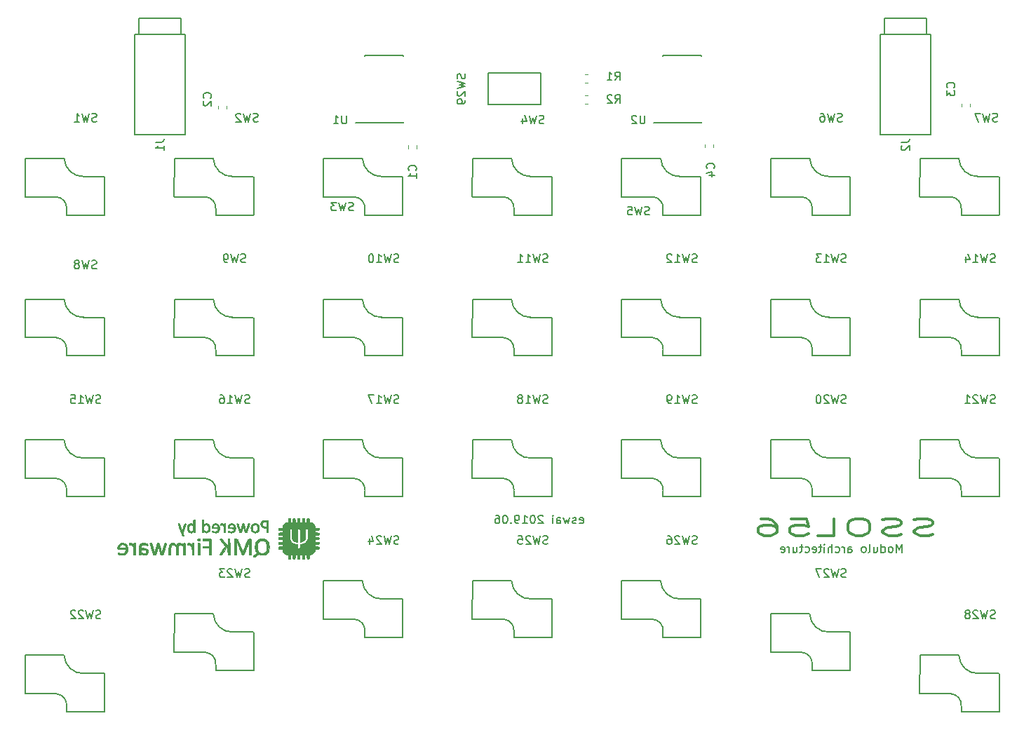
<source format=gbo>
G04 #@! TF.GenerationSoftware,KiCad,Pcbnew,(5.1.0-0)*
G04 #@! TF.CreationDate,2019-06-09T20:05:47+02:00*
G04 #@! TF.ProjectId,ssol56-pcb,73736f6c-3536-42d7-9063-622e6b696361,rev?*
G04 #@! TF.SameCoordinates,Original*
G04 #@! TF.FileFunction,Legend,Bot*
G04 #@! TF.FilePolarity,Positive*
%FSLAX46Y46*%
G04 Gerber Fmt 4.6, Leading zero omitted, Abs format (unit mm)*
G04 Created by KiCad (PCBNEW (5.1.0-0)) date 2019-06-09 20:05:47*
%MOMM*%
%LPD*%
G04 APERTURE LIST*
%ADD10C,0.150000*%
%ADD11C,0.300000*%
%ADD12C,0.010000*%
%ADD13C,0.120000*%
G04 APERTURE END LIST*
D10*
X218654761Y-86904761D02*
X218750000Y-86952380D01*
X218940476Y-86952380D01*
X219035714Y-86904761D01*
X219083333Y-86809523D01*
X219083333Y-86428571D01*
X219035714Y-86333333D01*
X218940476Y-86285714D01*
X218750000Y-86285714D01*
X218654761Y-86333333D01*
X218607142Y-86428571D01*
X218607142Y-86523809D01*
X219083333Y-86619047D01*
X218226190Y-86904761D02*
X218130952Y-86952380D01*
X217940476Y-86952380D01*
X217845238Y-86904761D01*
X217797619Y-86809523D01*
X217797619Y-86761904D01*
X217845238Y-86666666D01*
X217940476Y-86619047D01*
X218083333Y-86619047D01*
X218178571Y-86571428D01*
X218226190Y-86476190D01*
X218226190Y-86428571D01*
X218178571Y-86333333D01*
X218083333Y-86285714D01*
X217940476Y-86285714D01*
X217845238Y-86333333D01*
X217464285Y-86285714D02*
X217273809Y-86952380D01*
X217083333Y-86476190D01*
X216892857Y-86952380D01*
X216702380Y-86285714D01*
X215892857Y-86952380D02*
X215892857Y-86428571D01*
X215940476Y-86333333D01*
X216035714Y-86285714D01*
X216226190Y-86285714D01*
X216321428Y-86333333D01*
X215892857Y-86904761D02*
X215988095Y-86952380D01*
X216226190Y-86952380D01*
X216321428Y-86904761D01*
X216369047Y-86809523D01*
X216369047Y-86714285D01*
X216321428Y-86619047D01*
X216226190Y-86571428D01*
X215988095Y-86571428D01*
X215892857Y-86523809D01*
X215416666Y-86952380D02*
X215416666Y-86285714D01*
X215416666Y-85952380D02*
X215464285Y-86000000D01*
X215416666Y-86047619D01*
X215369047Y-86000000D01*
X215416666Y-85952380D01*
X215416666Y-86047619D01*
X214226190Y-86047619D02*
X214178571Y-86000000D01*
X214083333Y-85952380D01*
X213845238Y-85952380D01*
X213750000Y-86000000D01*
X213702380Y-86047619D01*
X213654761Y-86142857D01*
X213654761Y-86238095D01*
X213702380Y-86380952D01*
X214273809Y-86952380D01*
X213654761Y-86952380D01*
X213035714Y-85952380D02*
X212940476Y-85952380D01*
X212845238Y-86000000D01*
X212797619Y-86047619D01*
X212750000Y-86142857D01*
X212702380Y-86333333D01*
X212702380Y-86571428D01*
X212750000Y-86761904D01*
X212797619Y-86857142D01*
X212845238Y-86904761D01*
X212940476Y-86952380D01*
X213035714Y-86952380D01*
X213130952Y-86904761D01*
X213178571Y-86857142D01*
X213226190Y-86761904D01*
X213273809Y-86571428D01*
X213273809Y-86333333D01*
X213226190Y-86142857D01*
X213178571Y-86047619D01*
X213130952Y-86000000D01*
X213035714Y-85952380D01*
X211750000Y-86952380D02*
X212321428Y-86952380D01*
X212035714Y-86952380D02*
X212035714Y-85952380D01*
X212130952Y-86095238D01*
X212226190Y-86190476D01*
X212321428Y-86238095D01*
X211273809Y-86952380D02*
X211083333Y-86952380D01*
X210988095Y-86904761D01*
X210940476Y-86857142D01*
X210845238Y-86714285D01*
X210797619Y-86523809D01*
X210797619Y-86142857D01*
X210845238Y-86047619D01*
X210892857Y-86000000D01*
X210988095Y-85952380D01*
X211178571Y-85952380D01*
X211273809Y-86000000D01*
X211321428Y-86047619D01*
X211369047Y-86142857D01*
X211369047Y-86380952D01*
X211321428Y-86476190D01*
X211273809Y-86523809D01*
X211178571Y-86571428D01*
X210988095Y-86571428D01*
X210892857Y-86523809D01*
X210845238Y-86476190D01*
X210797619Y-86380952D01*
X210369047Y-86857142D02*
X210321428Y-86904761D01*
X210369047Y-86952380D01*
X210416666Y-86904761D01*
X210369047Y-86857142D01*
X210369047Y-86952380D01*
X209702380Y-85952380D02*
X209607142Y-85952380D01*
X209511904Y-86000000D01*
X209464285Y-86047619D01*
X209416666Y-86142857D01*
X209369047Y-86333333D01*
X209369047Y-86571428D01*
X209416666Y-86761904D01*
X209464285Y-86857142D01*
X209511904Y-86904761D01*
X209607142Y-86952380D01*
X209702380Y-86952380D01*
X209797619Y-86904761D01*
X209845238Y-86857142D01*
X209892857Y-86761904D01*
X209940476Y-86571428D01*
X209940476Y-86333333D01*
X209892857Y-86142857D01*
X209845238Y-86047619D01*
X209797619Y-86000000D01*
X209702380Y-85952380D01*
X208511904Y-85952380D02*
X208702380Y-85952380D01*
X208797619Y-86000000D01*
X208845238Y-86047619D01*
X208940476Y-86190476D01*
X208988095Y-86380952D01*
X208988095Y-86761904D01*
X208940476Y-86857142D01*
X208892857Y-86904761D01*
X208797619Y-86952380D01*
X208607142Y-86952380D01*
X208511904Y-86904761D01*
X208464285Y-86857142D01*
X208416666Y-86761904D01*
X208416666Y-86523809D01*
X208464285Y-86428571D01*
X208511904Y-86380952D01*
X208607142Y-86333333D01*
X208797619Y-86333333D01*
X208892857Y-86380952D01*
X208940476Y-86428571D01*
X208988095Y-86523809D01*
X257535714Y-90452380D02*
X257535714Y-89452380D01*
X257202380Y-90166666D01*
X256869047Y-89452380D01*
X256869047Y-90452380D01*
X256250000Y-90452380D02*
X256345238Y-90404761D01*
X256392857Y-90357142D01*
X256440476Y-90261904D01*
X256440476Y-89976190D01*
X256392857Y-89880952D01*
X256345238Y-89833333D01*
X256250000Y-89785714D01*
X256107142Y-89785714D01*
X256011904Y-89833333D01*
X255964285Y-89880952D01*
X255916666Y-89976190D01*
X255916666Y-90261904D01*
X255964285Y-90357142D01*
X256011904Y-90404761D01*
X256107142Y-90452380D01*
X256250000Y-90452380D01*
X255059523Y-90452380D02*
X255059523Y-89452380D01*
X255059523Y-90404761D02*
X255154761Y-90452380D01*
X255345238Y-90452380D01*
X255440476Y-90404761D01*
X255488095Y-90357142D01*
X255535714Y-90261904D01*
X255535714Y-89976190D01*
X255488095Y-89880952D01*
X255440476Y-89833333D01*
X255345238Y-89785714D01*
X255154761Y-89785714D01*
X255059523Y-89833333D01*
X254154761Y-89785714D02*
X254154761Y-90452380D01*
X254583333Y-89785714D02*
X254583333Y-90309523D01*
X254535714Y-90404761D01*
X254440476Y-90452380D01*
X254297619Y-90452380D01*
X254202380Y-90404761D01*
X254154761Y-90357142D01*
X253535714Y-90452380D02*
X253630952Y-90404761D01*
X253678571Y-90309523D01*
X253678571Y-89452380D01*
X253011904Y-90452380D02*
X253107142Y-90404761D01*
X253154761Y-90357142D01*
X253202380Y-90261904D01*
X253202380Y-89976190D01*
X253154761Y-89880952D01*
X253107142Y-89833333D01*
X253011904Y-89785714D01*
X252869047Y-89785714D01*
X252773809Y-89833333D01*
X252726190Y-89880952D01*
X252678571Y-89976190D01*
X252678571Y-90261904D01*
X252726190Y-90357142D01*
X252773809Y-90404761D01*
X252869047Y-90452380D01*
X253011904Y-90452380D01*
X251059523Y-90452380D02*
X251059523Y-89928571D01*
X251107142Y-89833333D01*
X251202380Y-89785714D01*
X251392857Y-89785714D01*
X251488095Y-89833333D01*
X251059523Y-90404761D02*
X251154761Y-90452380D01*
X251392857Y-90452380D01*
X251488095Y-90404761D01*
X251535714Y-90309523D01*
X251535714Y-90214285D01*
X251488095Y-90119047D01*
X251392857Y-90071428D01*
X251154761Y-90071428D01*
X251059523Y-90023809D01*
X250583333Y-90452380D02*
X250583333Y-89785714D01*
X250583333Y-89976190D02*
X250535714Y-89880952D01*
X250488095Y-89833333D01*
X250392857Y-89785714D01*
X250297619Y-89785714D01*
X249535714Y-90404761D02*
X249630952Y-90452380D01*
X249821428Y-90452380D01*
X249916666Y-90404761D01*
X249964285Y-90357142D01*
X250011904Y-90261904D01*
X250011904Y-89976190D01*
X249964285Y-89880952D01*
X249916666Y-89833333D01*
X249821428Y-89785714D01*
X249630952Y-89785714D01*
X249535714Y-89833333D01*
X249107142Y-90452380D02*
X249107142Y-89452380D01*
X248678571Y-90452380D02*
X248678571Y-89928571D01*
X248726190Y-89833333D01*
X248821428Y-89785714D01*
X248964285Y-89785714D01*
X249059523Y-89833333D01*
X249107142Y-89880952D01*
X248202380Y-90452380D02*
X248202380Y-89785714D01*
X248202380Y-89452380D02*
X248250000Y-89500000D01*
X248202380Y-89547619D01*
X248154761Y-89500000D01*
X248202380Y-89452380D01*
X248202380Y-89547619D01*
X247869047Y-89785714D02*
X247488095Y-89785714D01*
X247726190Y-89452380D02*
X247726190Y-90309523D01*
X247678571Y-90404761D01*
X247583333Y-90452380D01*
X247488095Y-90452380D01*
X246773809Y-90404761D02*
X246869047Y-90452380D01*
X247059523Y-90452380D01*
X247154761Y-90404761D01*
X247202380Y-90309523D01*
X247202380Y-89928571D01*
X247154761Y-89833333D01*
X247059523Y-89785714D01*
X246869047Y-89785714D01*
X246773809Y-89833333D01*
X246726190Y-89928571D01*
X246726190Y-90023809D01*
X247202380Y-90119047D01*
X245869047Y-90404761D02*
X245964285Y-90452380D01*
X246154761Y-90452380D01*
X246250000Y-90404761D01*
X246297619Y-90357142D01*
X246345238Y-90261904D01*
X246345238Y-89976190D01*
X246297619Y-89880952D01*
X246250000Y-89833333D01*
X246154761Y-89785714D01*
X245964285Y-89785714D01*
X245869047Y-89833333D01*
X245583333Y-89785714D02*
X245202380Y-89785714D01*
X245440476Y-89452380D02*
X245440476Y-90309523D01*
X245392857Y-90404761D01*
X245297619Y-90452380D01*
X245202380Y-90452380D01*
X244440476Y-89785714D02*
X244440476Y-90452380D01*
X244869047Y-89785714D02*
X244869047Y-90309523D01*
X244821428Y-90404761D01*
X244726190Y-90452380D01*
X244583333Y-90452380D01*
X244488095Y-90404761D01*
X244440476Y-90357142D01*
X243964285Y-90452380D02*
X243964285Y-89785714D01*
X243964285Y-89976190D02*
X243916666Y-89880952D01*
X243869047Y-89833333D01*
X243773809Y-89785714D01*
X243678571Y-89785714D01*
X242964285Y-90404761D02*
X243059523Y-90452380D01*
X243250000Y-90452380D01*
X243345238Y-90404761D01*
X243392857Y-90309523D01*
X243392857Y-89928571D01*
X243345238Y-89833333D01*
X243250000Y-89785714D01*
X243059523Y-89785714D01*
X242964285Y-89833333D01*
X242916666Y-89928571D01*
X242916666Y-90023809D01*
X243392857Y-90119047D01*
D11*
X261321428Y-88309523D02*
X260750000Y-88404761D01*
X259797619Y-88404761D01*
X259416666Y-88309523D01*
X259226190Y-88214285D01*
X259035714Y-88023809D01*
X259035714Y-87833333D01*
X259226190Y-87642857D01*
X259416666Y-87547619D01*
X259797619Y-87452380D01*
X260559523Y-87357142D01*
X260940476Y-87261904D01*
X261130952Y-87166666D01*
X261321428Y-86976190D01*
X261321428Y-86785714D01*
X261130952Y-86595238D01*
X260940476Y-86500000D01*
X260559523Y-86404761D01*
X259607142Y-86404761D01*
X259035714Y-86500000D01*
X257511904Y-88309523D02*
X256940476Y-88404761D01*
X255988095Y-88404761D01*
X255607142Y-88309523D01*
X255416666Y-88214285D01*
X255226190Y-88023809D01*
X255226190Y-87833333D01*
X255416666Y-87642857D01*
X255607142Y-87547619D01*
X255988095Y-87452380D01*
X256750000Y-87357142D01*
X257130952Y-87261904D01*
X257321428Y-87166666D01*
X257511904Y-86976190D01*
X257511904Y-86785714D01*
X257321428Y-86595238D01*
X257130952Y-86500000D01*
X256750000Y-86404761D01*
X255797619Y-86404761D01*
X255226190Y-86500000D01*
X252750000Y-86404761D02*
X251988095Y-86404761D01*
X251607142Y-86500000D01*
X251226190Y-86690476D01*
X251035714Y-87071428D01*
X251035714Y-87738095D01*
X251226190Y-88119047D01*
X251607142Y-88309523D01*
X251988095Y-88404761D01*
X252750000Y-88404761D01*
X253130952Y-88309523D01*
X253511904Y-88119047D01*
X253702380Y-87738095D01*
X253702380Y-87071428D01*
X253511904Y-86690476D01*
X253130952Y-86500000D01*
X252750000Y-86404761D01*
X247416666Y-88404761D02*
X249321428Y-88404761D01*
X249321428Y-86404761D01*
X244178571Y-86404761D02*
X246083333Y-86404761D01*
X246273809Y-87357142D01*
X246083333Y-87261904D01*
X245702380Y-87166666D01*
X244750000Y-87166666D01*
X244369047Y-87261904D01*
X244178571Y-87357142D01*
X243988095Y-87547619D01*
X243988095Y-88023809D01*
X244178571Y-88214285D01*
X244369047Y-88309523D01*
X244750000Y-88404761D01*
X245702380Y-88404761D01*
X246083333Y-88309523D01*
X246273809Y-88214285D01*
X240559523Y-86404761D02*
X241321428Y-86404761D01*
X241702380Y-86500000D01*
X241892857Y-86595238D01*
X242273809Y-86880952D01*
X242464285Y-87261904D01*
X242464285Y-88023809D01*
X242273809Y-88214285D01*
X242083333Y-88309523D01*
X241702380Y-88404761D01*
X240940476Y-88404761D01*
X240559523Y-88309523D01*
X240369047Y-88214285D01*
X240178571Y-88023809D01*
X240178571Y-87547619D01*
X240369047Y-87357142D01*
X240559523Y-87261904D01*
X240940476Y-87166666D01*
X241702380Y-87166666D01*
X242083333Y-87261904D01*
X242273809Y-87357142D01*
X242464285Y-87547619D01*
D12*
G36*
X175344479Y-86957259D02*
G01*
X175323443Y-86965001D01*
X175298780Y-86976596D01*
X175285632Y-86990030D01*
X175280379Y-87012922D01*
X175279402Y-87052890D01*
X175279400Y-87057711D01*
X175281464Y-87109064D01*
X175290285Y-87138804D01*
X175309815Y-87150562D01*
X175344001Y-87147969D01*
X175370721Y-87141679D01*
X175433153Y-87132270D01*
X175487987Y-87140321D01*
X175539112Y-87167701D01*
X175590415Y-87216278D01*
X175630446Y-87266514D01*
X175679450Y-87333241D01*
X175685800Y-87689195D01*
X175692150Y-88045150D01*
X175775239Y-88048845D01*
X175819127Y-88049459D01*
X175852442Y-88047447D01*
X175867314Y-88043553D01*
X175869238Y-88029322D01*
X175871020Y-87992384D01*
X175872618Y-87935430D01*
X175873984Y-87861151D01*
X175875074Y-87772242D01*
X175875845Y-87671392D01*
X175876249Y-87561294D01*
X175876300Y-87504642D01*
X175876385Y-87372424D01*
X175876396Y-87263385D01*
X175875971Y-87175302D01*
X175874748Y-87105957D01*
X175872364Y-87053128D01*
X175868457Y-87014594D01*
X175862664Y-86988136D01*
X175854622Y-86971532D01*
X175843970Y-86962563D01*
X175830344Y-86959007D01*
X175813383Y-86958645D01*
X175792723Y-86959255D01*
X175787269Y-86959300D01*
X175741808Y-86965726D01*
X175713818Y-86987116D01*
X175700546Y-87026629D01*
X175698500Y-87061263D01*
X175698500Y-87123311D01*
X175638175Y-87058495D01*
X175567999Y-86997124D01*
X175494567Y-86959470D01*
X175419516Y-86946020D01*
X175344479Y-86957259D01*
X175344479Y-86957259D01*
G37*
X175344479Y-86957259D02*
X175323443Y-86965001D01*
X175298780Y-86976596D01*
X175285632Y-86990030D01*
X175280379Y-87012922D01*
X175279402Y-87052890D01*
X175279400Y-87057711D01*
X175281464Y-87109064D01*
X175290285Y-87138804D01*
X175309815Y-87150562D01*
X175344001Y-87147969D01*
X175370721Y-87141679D01*
X175433153Y-87132270D01*
X175487987Y-87140321D01*
X175539112Y-87167701D01*
X175590415Y-87216278D01*
X175630446Y-87266514D01*
X175679450Y-87333241D01*
X175685800Y-87689195D01*
X175692150Y-88045150D01*
X175775239Y-88048845D01*
X175819127Y-88049459D01*
X175852442Y-88047447D01*
X175867314Y-88043553D01*
X175869238Y-88029322D01*
X175871020Y-87992384D01*
X175872618Y-87935430D01*
X175873984Y-87861151D01*
X175875074Y-87772242D01*
X175875845Y-87671392D01*
X175876249Y-87561294D01*
X175876300Y-87504642D01*
X175876385Y-87372424D01*
X175876396Y-87263385D01*
X175875971Y-87175302D01*
X175874748Y-87105957D01*
X175872364Y-87053128D01*
X175868457Y-87014594D01*
X175862664Y-86988136D01*
X175854622Y-86971532D01*
X175843970Y-86962563D01*
X175830344Y-86959007D01*
X175813383Y-86958645D01*
X175792723Y-86959255D01*
X175787269Y-86959300D01*
X175741808Y-86965726D01*
X175713818Y-86987116D01*
X175700546Y-87026629D01*
X175698500Y-87061263D01*
X175698500Y-87123311D01*
X175638175Y-87058495D01*
X175567999Y-86997124D01*
X175494567Y-86959470D01*
X175419516Y-86946020D01*
X175344479Y-86957259D01*
G36*
X178646913Y-86962859D02*
G01*
X178614325Y-86970638D01*
X178603888Y-86976727D01*
X178596264Y-86992743D01*
X178582637Y-87030195D01*
X178563967Y-87086088D01*
X178541213Y-87157432D01*
X178515337Y-87241233D01*
X178487298Y-87334499D01*
X178467377Y-87402177D01*
X178438817Y-87499212D01*
X178412225Y-87587995D01*
X178388484Y-87665701D01*
X178368476Y-87729503D01*
X178353084Y-87776573D01*
X178343191Y-87804087D01*
X178339972Y-87810200D01*
X178334841Y-87798389D01*
X178324122Y-87764875D01*
X178308639Y-87712529D01*
X178289212Y-87644225D01*
X178266663Y-87562838D01*
X178241815Y-87471240D01*
X178224751Y-87407328D01*
X178193449Y-87291261D01*
X178165350Y-87190887D01*
X178140997Y-87107995D01*
X178120932Y-87044374D01*
X178105700Y-87001815D01*
X178095842Y-86982108D01*
X178095625Y-86981878D01*
X178066242Y-86966475D01*
X178023916Y-86959586D01*
X177979801Y-86961700D01*
X177945053Y-86973305D01*
X177942291Y-86975175D01*
X177931888Y-86992739D01*
X177915538Y-87034145D01*
X177893502Y-87098606D01*
X177866041Y-87185333D01*
X177833415Y-87293540D01*
X177806744Y-87384750D01*
X177778707Y-87481321D01*
X177752546Y-87570758D01*
X177729187Y-87649950D01*
X177709553Y-87715787D01*
X177694571Y-87765158D01*
X177685165Y-87794953D01*
X177682691Y-87801899D01*
X177677202Y-87800130D01*
X177667088Y-87779057D01*
X177652032Y-87737730D01*
X177631721Y-87675198D01*
X177605838Y-87590508D01*
X177574071Y-87482711D01*
X177553796Y-87412604D01*
X177525307Y-87314092D01*
X177498693Y-87223062D01*
X177474840Y-87142475D01*
X177454637Y-87075291D01*
X177438972Y-87024469D01*
X177428732Y-86992970D01*
X177425204Y-86983896D01*
X177405751Y-86972207D01*
X177370321Y-86964709D01*
X177328070Y-86961919D01*
X177288154Y-86964355D01*
X177259730Y-86972535D01*
X177256899Y-86974382D01*
X177251702Y-86979724D01*
X177248655Y-86988088D01*
X177248326Y-87001693D01*
X177251285Y-87022757D01*
X177258102Y-87053497D01*
X177269346Y-87096131D01*
X177285587Y-87152879D01*
X177307393Y-87225957D01*
X177335334Y-87317584D01*
X177369980Y-87429978D01*
X177392726Y-87503473D01*
X177426919Y-87613170D01*
X177459283Y-87715666D01*
X177488959Y-87808336D01*
X177515088Y-87888557D01*
X177536812Y-87953706D01*
X177553271Y-88001160D01*
X177563607Y-88028295D01*
X177566258Y-88033483D01*
X177585218Y-88043885D01*
X177622920Y-88049721D01*
X177680963Y-88051500D01*
X177732032Y-88050779D01*
X177763947Y-88047608D01*
X177782939Y-88040470D01*
X177795235Y-88027852D01*
X177798455Y-88022925D01*
X177806486Y-88003568D01*
X177820306Y-87963181D01*
X177838847Y-87905188D01*
X177861038Y-87833015D01*
X177885811Y-87750086D01*
X177912097Y-87659827D01*
X177915414Y-87648275D01*
X177941226Y-87559139D01*
X177965067Y-87478512D01*
X177985988Y-87409469D01*
X178003041Y-87355086D01*
X178015274Y-87318439D01*
X178021740Y-87302603D01*
X178022223Y-87302200D01*
X178027275Y-87313982D01*
X178037851Y-87347295D01*
X178053081Y-87399090D01*
X178072090Y-87466317D01*
X178094005Y-87545926D01*
X178117955Y-87634867D01*
X178124632Y-87659993D01*
X178149419Y-87751977D01*
X178172940Y-87836361D01*
X178194229Y-87909896D01*
X178212317Y-87969335D01*
X178226238Y-88011431D01*
X178235023Y-88032934D01*
X178236233Y-88034643D01*
X178257780Y-88043652D01*
X178296042Y-88049401D01*
X178343192Y-88051856D01*
X178391404Y-88050983D01*
X178432853Y-88046748D01*
X178459711Y-88039118D01*
X178464229Y-88035625D01*
X178470757Y-88020226D01*
X178483582Y-87983618D01*
X178501738Y-87928933D01*
X178524260Y-87859302D01*
X178550181Y-87777855D01*
X178578536Y-87687723D01*
X178608358Y-87592038D01*
X178638681Y-87493930D01*
X178668541Y-87396531D01*
X178696969Y-87302970D01*
X178723001Y-87216380D01*
X178745671Y-87139891D01*
X178764012Y-87076634D01*
X178777059Y-87029740D01*
X178783846Y-87002340D01*
X178784600Y-86997216D01*
X178774670Y-86974015D01*
X178764512Y-86967008D01*
X178731787Y-86960452D01*
X178689327Y-86959266D01*
X178646913Y-86962859D01*
X178646913Y-86962859D01*
G37*
X178646913Y-86962859D02*
X178614325Y-86970638D01*
X178603888Y-86976727D01*
X178596264Y-86992743D01*
X178582637Y-87030195D01*
X178563967Y-87086088D01*
X178541213Y-87157432D01*
X178515337Y-87241233D01*
X178487298Y-87334499D01*
X178467377Y-87402177D01*
X178438817Y-87499212D01*
X178412225Y-87587995D01*
X178388484Y-87665701D01*
X178368476Y-87729503D01*
X178353084Y-87776573D01*
X178343191Y-87804087D01*
X178339972Y-87810200D01*
X178334841Y-87798389D01*
X178324122Y-87764875D01*
X178308639Y-87712529D01*
X178289212Y-87644225D01*
X178266663Y-87562838D01*
X178241815Y-87471240D01*
X178224751Y-87407328D01*
X178193449Y-87291261D01*
X178165350Y-87190887D01*
X178140997Y-87107995D01*
X178120932Y-87044374D01*
X178105700Y-87001815D01*
X178095842Y-86982108D01*
X178095625Y-86981878D01*
X178066242Y-86966475D01*
X178023916Y-86959586D01*
X177979801Y-86961700D01*
X177945053Y-86973305D01*
X177942291Y-86975175D01*
X177931888Y-86992739D01*
X177915538Y-87034145D01*
X177893502Y-87098606D01*
X177866041Y-87185333D01*
X177833415Y-87293540D01*
X177806744Y-87384750D01*
X177778707Y-87481321D01*
X177752546Y-87570758D01*
X177729187Y-87649950D01*
X177709553Y-87715787D01*
X177694571Y-87765158D01*
X177685165Y-87794953D01*
X177682691Y-87801899D01*
X177677202Y-87800130D01*
X177667088Y-87779057D01*
X177652032Y-87737730D01*
X177631721Y-87675198D01*
X177605838Y-87590508D01*
X177574071Y-87482711D01*
X177553796Y-87412604D01*
X177525307Y-87314092D01*
X177498693Y-87223062D01*
X177474840Y-87142475D01*
X177454637Y-87075291D01*
X177438972Y-87024469D01*
X177428732Y-86992970D01*
X177425204Y-86983896D01*
X177405751Y-86972207D01*
X177370321Y-86964709D01*
X177328070Y-86961919D01*
X177288154Y-86964355D01*
X177259730Y-86972535D01*
X177256899Y-86974382D01*
X177251702Y-86979724D01*
X177248655Y-86988088D01*
X177248326Y-87001693D01*
X177251285Y-87022757D01*
X177258102Y-87053497D01*
X177269346Y-87096131D01*
X177285587Y-87152879D01*
X177307393Y-87225957D01*
X177335334Y-87317584D01*
X177369980Y-87429978D01*
X177392726Y-87503473D01*
X177426919Y-87613170D01*
X177459283Y-87715666D01*
X177488959Y-87808336D01*
X177515088Y-87888557D01*
X177536812Y-87953706D01*
X177553271Y-88001160D01*
X177563607Y-88028295D01*
X177566258Y-88033483D01*
X177585218Y-88043885D01*
X177622920Y-88049721D01*
X177680963Y-88051500D01*
X177732032Y-88050779D01*
X177763947Y-88047608D01*
X177782939Y-88040470D01*
X177795235Y-88027852D01*
X177798455Y-88022925D01*
X177806486Y-88003568D01*
X177820306Y-87963181D01*
X177838847Y-87905188D01*
X177861038Y-87833015D01*
X177885811Y-87750086D01*
X177912097Y-87659827D01*
X177915414Y-87648275D01*
X177941226Y-87559139D01*
X177965067Y-87478512D01*
X177985988Y-87409469D01*
X178003041Y-87355086D01*
X178015274Y-87318439D01*
X178021740Y-87302603D01*
X178022223Y-87302200D01*
X178027275Y-87313982D01*
X178037851Y-87347295D01*
X178053081Y-87399090D01*
X178072090Y-87466317D01*
X178094005Y-87545926D01*
X178117955Y-87634867D01*
X178124632Y-87659993D01*
X178149419Y-87751977D01*
X178172940Y-87836361D01*
X178194229Y-87909896D01*
X178212317Y-87969335D01*
X178226238Y-88011431D01*
X178235023Y-88032934D01*
X178236233Y-88034643D01*
X178257780Y-88043652D01*
X178296042Y-88049401D01*
X178343192Y-88051856D01*
X178391404Y-88050983D01*
X178432853Y-88046748D01*
X178459711Y-88039118D01*
X178464229Y-88035625D01*
X178470757Y-88020226D01*
X178483582Y-87983618D01*
X178501738Y-87928933D01*
X178524260Y-87859302D01*
X178550181Y-87777855D01*
X178578536Y-87687723D01*
X178608358Y-87592038D01*
X178638681Y-87493930D01*
X178668541Y-87396531D01*
X178696969Y-87302970D01*
X178723001Y-87216380D01*
X178745671Y-87139891D01*
X178764012Y-87076634D01*
X178777059Y-87029740D01*
X178783846Y-87002340D01*
X178784600Y-86997216D01*
X178774670Y-86974015D01*
X178764512Y-86967008D01*
X178731787Y-86960452D01*
X178689327Y-86959266D01*
X178646913Y-86962859D01*
G36*
X180677687Y-86579075D02*
G01*
X180603983Y-86581216D01*
X180539821Y-86584446D01*
X180491303Y-86588485D01*
X180472259Y-86591177D01*
X180370976Y-86621371D01*
X180282085Y-86670304D01*
X180208973Y-86735565D01*
X180155029Y-86814741D01*
X180153235Y-86818331D01*
X180140007Y-86848760D01*
X180131513Y-86879925D01*
X180126777Y-86918582D01*
X180124821Y-86971486D01*
X180124577Y-87016450D01*
X180128014Y-87107356D01*
X180139719Y-87179796D01*
X180162062Y-87240010D01*
X180197412Y-87294238D01*
X180248138Y-87348720D01*
X180252233Y-87352617D01*
X180318074Y-87405986D01*
X180389827Y-87445292D01*
X180471889Y-87471918D01*
X180568659Y-87487244D01*
X180684534Y-87492651D01*
X180698283Y-87492700D01*
X180816600Y-87492700D01*
X180816600Y-87756860D01*
X180817127Y-87856131D01*
X180818774Y-87931842D01*
X180821639Y-87985812D01*
X180825823Y-88019860D01*
X180831424Y-88035805D01*
X180831841Y-88036260D01*
X180851278Y-88043698D01*
X180886769Y-88048863D01*
X180929475Y-88051421D01*
X180970556Y-88051038D01*
X181001174Y-88047380D01*
X181011334Y-88043033D01*
X181012914Y-88029101D01*
X181014398Y-87992093D01*
X181015758Y-87934329D01*
X181016967Y-87858134D01*
X181017998Y-87765829D01*
X181018822Y-87659737D01*
X181019412Y-87542181D01*
X181019741Y-87415483D01*
X181019800Y-87331833D01*
X181019800Y-87330341D01*
X180816600Y-87330341D01*
X180673725Y-87325596D01*
X180607732Y-87322710D01*
X180560635Y-87318417D01*
X180525935Y-87311529D01*
X180497130Y-87300860D01*
X180474836Y-87289300D01*
X180406393Y-87238310D01*
X180359211Y-87173801D01*
X180332288Y-87094970D01*
X180325540Y-87010296D01*
X180338650Y-86931210D01*
X180369790Y-86861898D01*
X180417132Y-86806546D01*
X180473502Y-86771518D01*
X180508661Y-86762074D01*
X180563698Y-86754015D01*
X180633096Y-86748061D01*
X180667375Y-86746266D01*
X180816600Y-86739913D01*
X180816600Y-87330341D01*
X181019800Y-87330341D01*
X181019777Y-87180439D01*
X181019659Y-87052402D01*
X181019375Y-86945678D01*
X181018854Y-86858223D01*
X181018025Y-86787994D01*
X181016815Y-86732948D01*
X181015155Y-86691040D01*
X181012973Y-86660227D01*
X181010197Y-86638465D01*
X181006756Y-86623712D01*
X181002579Y-86613923D01*
X180997595Y-86607055D01*
X180994400Y-86603699D01*
X180983236Y-86594339D01*
X180968694Y-86587599D01*
X180946764Y-86583054D01*
X180913434Y-86580280D01*
X180864693Y-86578851D01*
X180796530Y-86578342D01*
X180754834Y-86578299D01*
X180677687Y-86579075D01*
X180677687Y-86579075D01*
G37*
X180677687Y-86579075D02*
X180603983Y-86581216D01*
X180539821Y-86584446D01*
X180491303Y-86588485D01*
X180472259Y-86591177D01*
X180370976Y-86621371D01*
X180282085Y-86670304D01*
X180208973Y-86735565D01*
X180155029Y-86814741D01*
X180153235Y-86818331D01*
X180140007Y-86848760D01*
X180131513Y-86879925D01*
X180126777Y-86918582D01*
X180124821Y-86971486D01*
X180124577Y-87016450D01*
X180128014Y-87107356D01*
X180139719Y-87179796D01*
X180162062Y-87240010D01*
X180197412Y-87294238D01*
X180248138Y-87348720D01*
X180252233Y-87352617D01*
X180318074Y-87405986D01*
X180389827Y-87445292D01*
X180471889Y-87471918D01*
X180568659Y-87487244D01*
X180684534Y-87492651D01*
X180698283Y-87492700D01*
X180816600Y-87492700D01*
X180816600Y-87756860D01*
X180817127Y-87856131D01*
X180818774Y-87931842D01*
X180821639Y-87985812D01*
X180825823Y-88019860D01*
X180831424Y-88035805D01*
X180831841Y-88036260D01*
X180851278Y-88043698D01*
X180886769Y-88048863D01*
X180929475Y-88051421D01*
X180970556Y-88051038D01*
X181001174Y-88047380D01*
X181011334Y-88043033D01*
X181012914Y-88029101D01*
X181014398Y-87992093D01*
X181015758Y-87934329D01*
X181016967Y-87858134D01*
X181017998Y-87765829D01*
X181018822Y-87659737D01*
X181019412Y-87542181D01*
X181019741Y-87415483D01*
X181019800Y-87331833D01*
X181019800Y-87330341D01*
X180816600Y-87330341D01*
X180673725Y-87325596D01*
X180607732Y-87322710D01*
X180560635Y-87318417D01*
X180525935Y-87311529D01*
X180497130Y-87300860D01*
X180474836Y-87289300D01*
X180406393Y-87238310D01*
X180359211Y-87173801D01*
X180332288Y-87094970D01*
X180325540Y-87010296D01*
X180338650Y-86931210D01*
X180369790Y-86861898D01*
X180417132Y-86806546D01*
X180473502Y-86771518D01*
X180508661Y-86762074D01*
X180563698Y-86754015D01*
X180633096Y-86748061D01*
X180667375Y-86746266D01*
X180816600Y-86739913D01*
X180816600Y-87330341D01*
X181019800Y-87330341D01*
X181019777Y-87180439D01*
X181019659Y-87052402D01*
X181019375Y-86945678D01*
X181018854Y-86858223D01*
X181018025Y-86787994D01*
X181016815Y-86732948D01*
X181015155Y-86691040D01*
X181012973Y-86660227D01*
X181010197Y-86638465D01*
X181006756Y-86623712D01*
X181002579Y-86613923D01*
X180997595Y-86607055D01*
X180994400Y-86603699D01*
X180983236Y-86594339D01*
X180968694Y-86587599D01*
X180946764Y-86583054D01*
X180913434Y-86580280D01*
X180864693Y-86578851D01*
X180796530Y-86578342D01*
X180754834Y-86578299D01*
X180677687Y-86579075D01*
G36*
X172133491Y-86462662D02*
G01*
X172113615Y-86464930D01*
X172094592Y-86466934D01*
X172051444Y-86473587D01*
X172021952Y-86484172D01*
X172014526Y-86490541D01*
X172011294Y-86507908D01*
X172008404Y-86546864D01*
X172005996Y-86603597D01*
X172004209Y-86674299D01*
X172003185Y-86755158D01*
X172002995Y-86804575D01*
X172002800Y-87100700D01*
X171948825Y-87056931D01*
X171885562Y-87009541D01*
X171829929Y-86978675D01*
X171773442Y-86961227D01*
X171707617Y-86954087D01*
X171666250Y-86953418D01*
X171596106Y-86955981D01*
X171542133Y-86965005D01*
X171495339Y-86983492D01*
X171446733Y-87014442D01*
X171417952Y-87036306D01*
X171363104Y-87094496D01*
X171319570Y-87171262D01*
X171287496Y-87262367D01*
X171267028Y-87363573D01*
X171258312Y-87470643D01*
X171261496Y-87579339D01*
X171276724Y-87685425D01*
X171304142Y-87784662D01*
X171343899Y-87872814D01*
X171386943Y-87935205D01*
X171453201Y-87994869D01*
X171534819Y-88038631D01*
X171625885Y-88064477D01*
X171720489Y-88070390D01*
X171767850Y-88065141D01*
X171836109Y-88045163D01*
X171905265Y-88007563D01*
X171967205Y-87960985D01*
X172026860Y-87911418D01*
X172034550Y-88045150D01*
X172109572Y-88049018D01*
X172160620Y-88048893D01*
X172189117Y-88041831D01*
X172195103Y-88036318D01*
X172196998Y-88020942D01*
X172198790Y-87982433D01*
X172200447Y-87923054D01*
X172201938Y-87845072D01*
X172203232Y-87750753D01*
X172204297Y-87642361D01*
X172205102Y-87522163D01*
X172205616Y-87392423D01*
X172205760Y-87293184D01*
X172002800Y-87293184D01*
X172002800Y-87731451D01*
X171929813Y-87798158D01*
X171875087Y-87844788D01*
X171828744Y-87874758D01*
X171783487Y-87891393D01*
X171732021Y-87898019D01*
X171709431Y-87898602D01*
X171661052Y-87896133D01*
X171624763Y-87885345D01*
X171587670Y-87862415D01*
X171535379Y-87809293D01*
X171496043Y-87736333D01*
X171470422Y-87645974D01*
X171459275Y-87540660D01*
X171460788Y-87454600D01*
X171474390Y-87346787D01*
X171500113Y-87260572D01*
X171538468Y-87194962D01*
X171589968Y-87148964D01*
X171627743Y-87130230D01*
X171695337Y-87114440D01*
X171761966Y-87120216D01*
X171830080Y-87148351D01*
X171902130Y-87199632D01*
X171935389Y-87229429D01*
X172002800Y-87293184D01*
X172205760Y-87293184D01*
X172205806Y-87261832D01*
X172205926Y-87098652D01*
X172206028Y-86959062D01*
X172205858Y-86841249D01*
X172205163Y-86743405D01*
X172203690Y-86663718D01*
X172201185Y-86600378D01*
X172197395Y-86551576D01*
X172192067Y-86515500D01*
X172184948Y-86490341D01*
X172175784Y-86474288D01*
X172164322Y-86465530D01*
X172150309Y-86462258D01*
X172133491Y-86462662D01*
X172133491Y-86462662D01*
G37*
X172133491Y-86462662D02*
X172113615Y-86464930D01*
X172094592Y-86466934D01*
X172051444Y-86473587D01*
X172021952Y-86484172D01*
X172014526Y-86490541D01*
X172011294Y-86507908D01*
X172008404Y-86546864D01*
X172005996Y-86603597D01*
X172004209Y-86674299D01*
X172003185Y-86755158D01*
X172002995Y-86804575D01*
X172002800Y-87100700D01*
X171948825Y-87056931D01*
X171885562Y-87009541D01*
X171829929Y-86978675D01*
X171773442Y-86961227D01*
X171707617Y-86954087D01*
X171666250Y-86953418D01*
X171596106Y-86955981D01*
X171542133Y-86965005D01*
X171495339Y-86983492D01*
X171446733Y-87014442D01*
X171417952Y-87036306D01*
X171363104Y-87094496D01*
X171319570Y-87171262D01*
X171287496Y-87262367D01*
X171267028Y-87363573D01*
X171258312Y-87470643D01*
X171261496Y-87579339D01*
X171276724Y-87685425D01*
X171304142Y-87784662D01*
X171343899Y-87872814D01*
X171386943Y-87935205D01*
X171453201Y-87994869D01*
X171534819Y-88038631D01*
X171625885Y-88064477D01*
X171720489Y-88070390D01*
X171767850Y-88065141D01*
X171836109Y-88045163D01*
X171905265Y-88007563D01*
X171967205Y-87960985D01*
X172026860Y-87911418D01*
X172034550Y-88045150D01*
X172109572Y-88049018D01*
X172160620Y-88048893D01*
X172189117Y-88041831D01*
X172195103Y-88036318D01*
X172196998Y-88020942D01*
X172198790Y-87982433D01*
X172200447Y-87923054D01*
X172201938Y-87845072D01*
X172203232Y-87750753D01*
X172204297Y-87642361D01*
X172205102Y-87522163D01*
X172205616Y-87392423D01*
X172205760Y-87293184D01*
X172002800Y-87293184D01*
X172002800Y-87731451D01*
X171929813Y-87798158D01*
X171875087Y-87844788D01*
X171828744Y-87874758D01*
X171783487Y-87891393D01*
X171732021Y-87898019D01*
X171709431Y-87898602D01*
X171661052Y-87896133D01*
X171624763Y-87885345D01*
X171587670Y-87862415D01*
X171535379Y-87809293D01*
X171496043Y-87736333D01*
X171470422Y-87645974D01*
X171459275Y-87540660D01*
X171460788Y-87454600D01*
X171474390Y-87346787D01*
X171500113Y-87260572D01*
X171538468Y-87194962D01*
X171589968Y-87148964D01*
X171627743Y-87130230D01*
X171695337Y-87114440D01*
X171761966Y-87120216D01*
X171830080Y-87148351D01*
X171902130Y-87199632D01*
X171935389Y-87229429D01*
X172002800Y-87293184D01*
X172205760Y-87293184D01*
X172205806Y-87261832D01*
X172205926Y-87098652D01*
X172206028Y-86959062D01*
X172205858Y-86841249D01*
X172205163Y-86743405D01*
X172203690Y-86663718D01*
X172201185Y-86600378D01*
X172197395Y-86551576D01*
X172192067Y-86515500D01*
X172184948Y-86490341D01*
X172175784Y-86474288D01*
X172164322Y-86465530D01*
X172150309Y-86462258D01*
X172133491Y-86462662D01*
G36*
X173075950Y-88045150D02*
G01*
X173228350Y-88045150D01*
X173232127Y-87973207D01*
X173235903Y-87901264D01*
X173324934Y-87968241D01*
X173416017Y-88026192D01*
X173505054Y-88060264D01*
X173595624Y-88071351D01*
X173691305Y-88060344D01*
X173692938Y-88059984D01*
X173779565Y-88028407D01*
X173853497Y-87975701D01*
X173913983Y-87903156D01*
X173960271Y-87812060D01*
X173991609Y-87703703D01*
X174007246Y-87579373D01*
X174008959Y-87518100D01*
X174008558Y-87511750D01*
X173799850Y-87511750D01*
X173799616Y-87582932D01*
X173798343Y-87634412D01*
X173795174Y-87671887D01*
X173789253Y-87701054D01*
X173779724Y-87727611D01*
X173765729Y-87757254D01*
X173761750Y-87765182D01*
X173736540Y-87808732D01*
X173709357Y-87845808D01*
X173689548Y-87865473D01*
X173634159Y-87891487D01*
X173567584Y-87901589D01*
X173498665Y-87895485D01*
X173437900Y-87873784D01*
X173413445Y-87856841D01*
X173378068Y-87827791D01*
X173338824Y-87792473D01*
X173333125Y-87787077D01*
X173260100Y-87717433D01*
X173260100Y-87293184D01*
X173327512Y-87229429D01*
X173386442Y-87178034D01*
X173437613Y-87144597D01*
X173487418Y-87125980D01*
X173542252Y-87119049D01*
X173553082Y-87118801D01*
X173624956Y-87127723D01*
X173684323Y-87157157D01*
X173733396Y-87208588D01*
X173763707Y-87260298D01*
X173778134Y-87291018D01*
X173788107Y-87317993D01*
X173794446Y-87346922D01*
X173797970Y-87383504D01*
X173799498Y-87433437D01*
X173799849Y-87502420D01*
X173799850Y-87511750D01*
X174008558Y-87511750D01*
X174000448Y-87383619D01*
X173975352Y-87265404D01*
X173934327Y-87164411D01*
X173878028Y-87081597D01*
X173807113Y-87017919D01*
X173722237Y-86974334D01*
X173624055Y-86951798D01*
X173620451Y-86951409D01*
X173525202Y-86951088D01*
X173438746Y-86972325D01*
X173355370Y-87016704D01*
X173336050Y-87030336D01*
X173260559Y-87085909D01*
X173257155Y-86784479D01*
X173253750Y-86483050D01*
X173075950Y-86483050D01*
X173075950Y-88045150D01*
X173075950Y-88045150D01*
G37*
X173075950Y-88045150D02*
X173228350Y-88045150D01*
X173232127Y-87973207D01*
X173235903Y-87901264D01*
X173324934Y-87968241D01*
X173416017Y-88026192D01*
X173505054Y-88060264D01*
X173595624Y-88071351D01*
X173691305Y-88060344D01*
X173692938Y-88059984D01*
X173779565Y-88028407D01*
X173853497Y-87975701D01*
X173913983Y-87903156D01*
X173960271Y-87812060D01*
X173991609Y-87703703D01*
X174007246Y-87579373D01*
X174008959Y-87518100D01*
X174008558Y-87511750D01*
X173799850Y-87511750D01*
X173799616Y-87582932D01*
X173798343Y-87634412D01*
X173795174Y-87671887D01*
X173789253Y-87701054D01*
X173779724Y-87727611D01*
X173765729Y-87757254D01*
X173761750Y-87765182D01*
X173736540Y-87808732D01*
X173709357Y-87845808D01*
X173689548Y-87865473D01*
X173634159Y-87891487D01*
X173567584Y-87901589D01*
X173498665Y-87895485D01*
X173437900Y-87873784D01*
X173413445Y-87856841D01*
X173378068Y-87827791D01*
X173338824Y-87792473D01*
X173333125Y-87787077D01*
X173260100Y-87717433D01*
X173260100Y-87293184D01*
X173327512Y-87229429D01*
X173386442Y-87178034D01*
X173437613Y-87144597D01*
X173487418Y-87125980D01*
X173542252Y-87119049D01*
X173553082Y-87118801D01*
X173624956Y-87127723D01*
X173684323Y-87157157D01*
X173733396Y-87208588D01*
X173763707Y-87260298D01*
X173778134Y-87291018D01*
X173788107Y-87317993D01*
X173794446Y-87346922D01*
X173797970Y-87383504D01*
X173799498Y-87433437D01*
X173799849Y-87502420D01*
X173799850Y-87511750D01*
X174008558Y-87511750D01*
X174000448Y-87383619D01*
X173975352Y-87265404D01*
X173934327Y-87164411D01*
X173878028Y-87081597D01*
X173807113Y-87017919D01*
X173722237Y-86974334D01*
X173624055Y-86951798D01*
X173620451Y-86951409D01*
X173525202Y-86951088D01*
X173438746Y-86972325D01*
X173355370Y-87016704D01*
X173336050Y-87030336D01*
X173260559Y-87085909D01*
X173257155Y-86784479D01*
X173253750Y-86483050D01*
X173075950Y-86483050D01*
X173075950Y-88045150D01*
G36*
X174626719Y-86951097D02*
G01*
X174519736Y-86970173D01*
X174427870Y-87009372D01*
X174352023Y-87067933D01*
X174293100Y-87145095D01*
X174252003Y-87240096D01*
X174242579Y-87274927D01*
X174233578Y-87325317D01*
X174227955Y-87381416D01*
X174225932Y-87435909D01*
X174227734Y-87481482D01*
X174233582Y-87510820D01*
X174235278Y-87514130D01*
X174246583Y-87526387D01*
X174264973Y-87536089D01*
X174293153Y-87543512D01*
X174333832Y-87548936D01*
X174389717Y-87552637D01*
X174463514Y-87554893D01*
X174557930Y-87555982D01*
X174645469Y-87556200D01*
X174975084Y-87556200D01*
X174969186Y-87584775D01*
X174963920Y-87615002D01*
X174957769Y-87656630D01*
X174955713Y-87672025D01*
X174936258Y-87741019D01*
X174899188Y-87804962D01*
X174849760Y-87855989D01*
X174819681Y-87875458D01*
X174780060Y-87891759D01*
X174732241Y-87902176D01*
X174668583Y-87908232D01*
X174650424Y-87909191D01*
X174592991Y-87910917D01*
X174547929Y-87908816D01*
X174505276Y-87901411D01*
X174455070Y-87887222D01*
X174415819Y-87874384D01*
X174360848Y-87856328D01*
X174324843Y-87846025D01*
X174302803Y-87842814D01*
X174289730Y-87846033D01*
X174280623Y-87855021D01*
X174279621Y-87856371D01*
X174263361Y-87897859D01*
X174268441Y-87942037D01*
X174292740Y-87981862D01*
X174324665Y-88005894D01*
X174386793Y-88030122D01*
X174466204Y-88049480D01*
X174555068Y-88062908D01*
X174645554Y-88069346D01*
X174729834Y-88067733D01*
X174759067Y-88064727D01*
X174834290Y-88047674D01*
X174910019Y-88018263D01*
X174977785Y-87980499D01*
X175029120Y-87938390D01*
X175031455Y-87935854D01*
X175087984Y-87860174D01*
X175128188Y-87774741D01*
X175153239Y-87675853D01*
X175164311Y-87559808D01*
X175165100Y-87513793D01*
X175157175Y-87403800D01*
X174971321Y-87403800D01*
X174412916Y-87403800D01*
X174421578Y-87343475D01*
X174437599Y-87276690D01*
X174463950Y-87214899D01*
X174496720Y-87166306D01*
X174513817Y-87149892D01*
X174569188Y-87120201D01*
X174639536Y-87103586D01*
X174717067Y-87101881D01*
X174717771Y-87101939D01*
X174792952Y-87120212D01*
X174857997Y-87160078D01*
X174910224Y-87218847D01*
X174946949Y-87293830D01*
X174960354Y-87345093D01*
X174971321Y-87403800D01*
X175157175Y-87403800D01*
X175155602Y-87381981D01*
X175127741Y-87265733D01*
X175082475Y-87166046D01*
X175020757Y-87083919D01*
X174943543Y-87020349D01*
X174851787Y-86976334D01*
X174746445Y-86952874D01*
X174628472Y-86950965D01*
X174626719Y-86951097D01*
X174626719Y-86951097D01*
G37*
X174626719Y-86951097D02*
X174519736Y-86970173D01*
X174427870Y-87009372D01*
X174352023Y-87067933D01*
X174293100Y-87145095D01*
X174252003Y-87240096D01*
X174242579Y-87274927D01*
X174233578Y-87325317D01*
X174227955Y-87381416D01*
X174225932Y-87435909D01*
X174227734Y-87481482D01*
X174233582Y-87510820D01*
X174235278Y-87514130D01*
X174246583Y-87526387D01*
X174264973Y-87536089D01*
X174293153Y-87543512D01*
X174333832Y-87548936D01*
X174389717Y-87552637D01*
X174463514Y-87554893D01*
X174557930Y-87555982D01*
X174645469Y-87556200D01*
X174975084Y-87556200D01*
X174969186Y-87584775D01*
X174963920Y-87615002D01*
X174957769Y-87656630D01*
X174955713Y-87672025D01*
X174936258Y-87741019D01*
X174899188Y-87804962D01*
X174849760Y-87855989D01*
X174819681Y-87875458D01*
X174780060Y-87891759D01*
X174732241Y-87902176D01*
X174668583Y-87908232D01*
X174650424Y-87909191D01*
X174592991Y-87910917D01*
X174547929Y-87908816D01*
X174505276Y-87901411D01*
X174455070Y-87887222D01*
X174415819Y-87874384D01*
X174360848Y-87856328D01*
X174324843Y-87846025D01*
X174302803Y-87842814D01*
X174289730Y-87846033D01*
X174280623Y-87855021D01*
X174279621Y-87856371D01*
X174263361Y-87897859D01*
X174268441Y-87942037D01*
X174292740Y-87981862D01*
X174324665Y-88005894D01*
X174386793Y-88030122D01*
X174466204Y-88049480D01*
X174555068Y-88062908D01*
X174645554Y-88069346D01*
X174729834Y-88067733D01*
X174759067Y-88064727D01*
X174834290Y-88047674D01*
X174910019Y-88018263D01*
X174977785Y-87980499D01*
X175029120Y-87938390D01*
X175031455Y-87935854D01*
X175087984Y-87860174D01*
X175128188Y-87774741D01*
X175153239Y-87675853D01*
X175164311Y-87559808D01*
X175165100Y-87513793D01*
X175157175Y-87403800D01*
X174971321Y-87403800D01*
X174412916Y-87403800D01*
X174421578Y-87343475D01*
X174437599Y-87276690D01*
X174463950Y-87214899D01*
X174496720Y-87166306D01*
X174513817Y-87149892D01*
X174569188Y-87120201D01*
X174639536Y-87103586D01*
X174717067Y-87101881D01*
X174717771Y-87101939D01*
X174792952Y-87120212D01*
X174857997Y-87160078D01*
X174910224Y-87218847D01*
X174946949Y-87293830D01*
X174960354Y-87345093D01*
X174971321Y-87403800D01*
X175157175Y-87403800D01*
X175155602Y-87381981D01*
X175127741Y-87265733D01*
X175082475Y-87166046D01*
X175020757Y-87083919D01*
X174943543Y-87020349D01*
X174851787Y-86976334D01*
X174746445Y-86952874D01*
X174628472Y-86950965D01*
X174626719Y-86951097D01*
G36*
X176468186Y-86966714D02*
G01*
X176384779Y-87000210D01*
X176305150Y-87052471D01*
X176243447Y-87120034D01*
X176198849Y-87204320D01*
X176170539Y-87306754D01*
X176159890Y-87391100D01*
X176156907Y-87442090D01*
X176158244Y-87475282D01*
X176164979Y-87498067D01*
X176178190Y-87517838D01*
X176178402Y-87518100D01*
X176204223Y-87549850D01*
X176555967Y-87553606D01*
X176907710Y-87557362D01*
X176899323Y-87617106D01*
X176880022Y-87709266D01*
X176849877Y-87781004D01*
X176806934Y-87835691D01*
X176749238Y-87876698D01*
X176748690Y-87876992D01*
X176721245Y-87889926D01*
X176692830Y-87898217D01*
X176656959Y-87902793D01*
X176607148Y-87904586D01*
X176555750Y-87904657D01*
X176487865Y-87903369D01*
X176436800Y-87899527D01*
X176394010Y-87891820D01*
X176350945Y-87878937D01*
X176323814Y-87869083D01*
X176278484Y-87853497D01*
X176241931Y-87843704D01*
X176220843Y-87841432D01*
X176219039Y-87842050D01*
X176211774Y-87858258D01*
X176207248Y-87890911D01*
X176206500Y-87912736D01*
X176208194Y-87951924D01*
X176216254Y-87975394D01*
X176235148Y-87992756D01*
X176247294Y-88000481D01*
X176300950Y-88024395D01*
X176372934Y-88044166D01*
X176456372Y-88058827D01*
X176544392Y-88067411D01*
X176630121Y-88068951D01*
X176697532Y-88063805D01*
X176797819Y-88038914D01*
X176888301Y-87994061D01*
X176965299Y-87932033D01*
X177025134Y-87855618D01*
X177055866Y-87792336D01*
X177084859Y-87687103D01*
X177099168Y-87570993D01*
X177098754Y-87452152D01*
X177092285Y-87403800D01*
X176906151Y-87403800D01*
X176348617Y-87403800D01*
X176355137Y-87349825D01*
X176371068Y-87279118D01*
X176399164Y-87214503D01*
X176435751Y-87163030D01*
X176465529Y-87137916D01*
X176526040Y-87112773D01*
X176597947Y-87101337D01*
X176670734Y-87104467D01*
X176720177Y-87117117D01*
X176786829Y-87155759D01*
X176840798Y-87214372D01*
X176879661Y-87289690D01*
X176897616Y-87356175D01*
X176906151Y-87403800D01*
X177092285Y-87403800D01*
X177083577Y-87338725D01*
X177058456Y-87251102D01*
X177009804Y-87156404D01*
X176943769Y-87077685D01*
X176863647Y-87016171D01*
X176772733Y-86973090D01*
X176674321Y-86949669D01*
X176571707Y-86947134D01*
X176468186Y-86966714D01*
X176468186Y-86966714D01*
G37*
X176468186Y-86966714D02*
X176384779Y-87000210D01*
X176305150Y-87052471D01*
X176243447Y-87120034D01*
X176198849Y-87204320D01*
X176170539Y-87306754D01*
X176159890Y-87391100D01*
X176156907Y-87442090D01*
X176158244Y-87475282D01*
X176164979Y-87498067D01*
X176178190Y-87517838D01*
X176178402Y-87518100D01*
X176204223Y-87549850D01*
X176555967Y-87553606D01*
X176907710Y-87557362D01*
X176899323Y-87617106D01*
X176880022Y-87709266D01*
X176849877Y-87781004D01*
X176806934Y-87835691D01*
X176749238Y-87876698D01*
X176748690Y-87876992D01*
X176721245Y-87889926D01*
X176692830Y-87898217D01*
X176656959Y-87902793D01*
X176607148Y-87904586D01*
X176555750Y-87904657D01*
X176487865Y-87903369D01*
X176436800Y-87899527D01*
X176394010Y-87891820D01*
X176350945Y-87878937D01*
X176323814Y-87869083D01*
X176278484Y-87853497D01*
X176241931Y-87843704D01*
X176220843Y-87841432D01*
X176219039Y-87842050D01*
X176211774Y-87858258D01*
X176207248Y-87890911D01*
X176206500Y-87912736D01*
X176208194Y-87951924D01*
X176216254Y-87975394D01*
X176235148Y-87992756D01*
X176247294Y-88000481D01*
X176300950Y-88024395D01*
X176372934Y-88044166D01*
X176456372Y-88058827D01*
X176544392Y-88067411D01*
X176630121Y-88068951D01*
X176697532Y-88063805D01*
X176797819Y-88038914D01*
X176888301Y-87994061D01*
X176965299Y-87932033D01*
X177025134Y-87855618D01*
X177055866Y-87792336D01*
X177084859Y-87687103D01*
X177099168Y-87570993D01*
X177098754Y-87452152D01*
X177092285Y-87403800D01*
X176906151Y-87403800D01*
X176348617Y-87403800D01*
X176355137Y-87349825D01*
X176371068Y-87279118D01*
X176399164Y-87214503D01*
X176435751Y-87163030D01*
X176465529Y-87137916D01*
X176526040Y-87112773D01*
X176597947Y-87101337D01*
X176670734Y-87104467D01*
X176720177Y-87117117D01*
X176786829Y-87155759D01*
X176840798Y-87214372D01*
X176879661Y-87289690D01*
X176897616Y-87356175D01*
X176906151Y-87403800D01*
X177092285Y-87403800D01*
X177083577Y-87338725D01*
X177058456Y-87251102D01*
X177009804Y-87156404D01*
X176943769Y-87077685D01*
X176863647Y-87016171D01*
X176772733Y-86973090D01*
X176674321Y-86949669D01*
X176571707Y-86947134D01*
X176468186Y-86966714D01*
G36*
X179370287Y-86951335D02*
G01*
X179259381Y-86971876D01*
X179163080Y-87012974D01*
X179082388Y-87073731D01*
X179018312Y-87153251D01*
X178971858Y-87250638D01*
X178951173Y-87325050D01*
X178938088Y-87425004D01*
X178937753Y-87532215D01*
X178949348Y-87638844D01*
X178972051Y-87737049D01*
X179002376Y-87813875D01*
X179058816Y-87897487D01*
X179134166Y-87967709D01*
X179224199Y-88021628D01*
X179324683Y-88056329D01*
X179365264Y-88063948D01*
X179413100Y-88070641D01*
X179447265Y-88073939D01*
X179477429Y-88073784D01*
X179513259Y-88070117D01*
X179564423Y-88062883D01*
X179565312Y-88062753D01*
X179670180Y-88036200D01*
X179759664Y-87989781D01*
X179833205Y-87924254D01*
X179890244Y-87840381D01*
X179930219Y-87738920D01*
X179952572Y-87620630D01*
X179957422Y-87530800D01*
X179955783Y-87501763D01*
X179760950Y-87501763D01*
X179753220Y-87611108D01*
X179750717Y-87626967D01*
X179725701Y-87722485D01*
X179685817Y-87797668D01*
X179630187Y-87853377D01*
X179557934Y-87890477D01*
X179468181Y-87909830D01*
X179462609Y-87910408D01*
X179442909Y-87908956D01*
X179407561Y-87903730D01*
X179380456Y-87898901D01*
X179301338Y-87873614D01*
X179239037Y-87829973D01*
X179190973Y-87766023D01*
X179181663Y-87748241D01*
X179165574Y-87712426D01*
X179154867Y-87678566D01*
X179148188Y-87639383D01*
X179144186Y-87587600D01*
X179142104Y-87535430D01*
X179144269Y-87419999D01*
X179159385Y-87325104D01*
X179188184Y-87249012D01*
X179231402Y-87189990D01*
X179289772Y-87146304D01*
X179311542Y-87135385D01*
X179368030Y-87119042D01*
X179436628Y-87112502D01*
X179505939Y-87115942D01*
X179564567Y-87129539D01*
X179569233Y-87131393D01*
X179634639Y-87171979D01*
X179687609Y-87232302D01*
X179727048Y-87309368D01*
X179751860Y-87400186D01*
X179760950Y-87501763D01*
X179955783Y-87501763D01*
X179950107Y-87401283D01*
X179925906Y-87288919D01*
X179883981Y-87191173D01*
X179823494Y-87105508D01*
X179812994Y-87093788D01*
X179735830Y-87028559D01*
X179642850Y-86982282D01*
X179535733Y-86955498D01*
X179416161Y-86948748D01*
X179370287Y-86951335D01*
X179370287Y-86951335D01*
G37*
X179370287Y-86951335D02*
X179259381Y-86971876D01*
X179163080Y-87012974D01*
X179082388Y-87073731D01*
X179018312Y-87153251D01*
X178971858Y-87250638D01*
X178951173Y-87325050D01*
X178938088Y-87425004D01*
X178937753Y-87532215D01*
X178949348Y-87638844D01*
X178972051Y-87737049D01*
X179002376Y-87813875D01*
X179058816Y-87897487D01*
X179134166Y-87967709D01*
X179224199Y-88021628D01*
X179324683Y-88056329D01*
X179365264Y-88063948D01*
X179413100Y-88070641D01*
X179447265Y-88073939D01*
X179477429Y-88073784D01*
X179513259Y-88070117D01*
X179564423Y-88062883D01*
X179565312Y-88062753D01*
X179670180Y-88036200D01*
X179759664Y-87989781D01*
X179833205Y-87924254D01*
X179890244Y-87840381D01*
X179930219Y-87738920D01*
X179952572Y-87620630D01*
X179957422Y-87530800D01*
X179955783Y-87501763D01*
X179760950Y-87501763D01*
X179753220Y-87611108D01*
X179750717Y-87626967D01*
X179725701Y-87722485D01*
X179685817Y-87797668D01*
X179630187Y-87853377D01*
X179557934Y-87890477D01*
X179468181Y-87909830D01*
X179462609Y-87910408D01*
X179442909Y-87908956D01*
X179407561Y-87903730D01*
X179380456Y-87898901D01*
X179301338Y-87873614D01*
X179239037Y-87829973D01*
X179190973Y-87766023D01*
X179181663Y-87748241D01*
X179165574Y-87712426D01*
X179154867Y-87678566D01*
X179148188Y-87639383D01*
X179144186Y-87587600D01*
X179142104Y-87535430D01*
X179144269Y-87419999D01*
X179159385Y-87325104D01*
X179188184Y-87249012D01*
X179231402Y-87189990D01*
X179289772Y-87146304D01*
X179311542Y-87135385D01*
X179368030Y-87119042D01*
X179436628Y-87112502D01*
X179505939Y-87115942D01*
X179564567Y-87129539D01*
X179569233Y-87131393D01*
X179634639Y-87171979D01*
X179687609Y-87232302D01*
X179727048Y-87309368D01*
X179751860Y-87400186D01*
X179760950Y-87501763D01*
X179955783Y-87501763D01*
X179950107Y-87401283D01*
X179925906Y-87288919D01*
X179883981Y-87191173D01*
X179823494Y-87105508D01*
X179812994Y-87093788D01*
X179735830Y-87028559D01*
X179642850Y-86982282D01*
X179535733Y-86955498D01*
X179416161Y-86948748D01*
X179370287Y-86951335D01*
G36*
X170963703Y-86965559D02*
G01*
X170949878Y-86971369D01*
X170938226Y-86987720D01*
X170919089Y-87028276D01*
X170892491Y-87092976D01*
X170858455Y-87181761D01*
X170817005Y-87294572D01*
X170783772Y-87387294D01*
X170749453Y-87483449D01*
X170717588Y-87571970D01*
X170689226Y-87650008D01*
X170665410Y-87714715D01*
X170647189Y-87763244D01*
X170635607Y-87792744D01*
X170631948Y-87800626D01*
X170626065Y-87791340D01*
X170613105Y-87760655D01*
X170594063Y-87711259D01*
X170569935Y-87645837D01*
X170541713Y-87567075D01*
X170510393Y-87477660D01*
X170484564Y-87402572D01*
X170451348Y-87305572D01*
X170420495Y-87216055D01*
X170393015Y-87136908D01*
X170369919Y-87071019D01*
X170352217Y-87021274D01*
X170340920Y-86990561D01*
X170337279Y-86981786D01*
X170320811Y-86972978D01*
X170287969Y-86965322D01*
X170266106Y-86962477D01*
X170216423Y-86962447D01*
X170176767Y-86971286D01*
X170152919Y-86987180D01*
X170148600Y-86999373D01*
X170152884Y-87016429D01*
X170165108Y-87054474D01*
X170184336Y-87110958D01*
X170209630Y-87183331D01*
X170240053Y-87269041D01*
X170274666Y-87365538D01*
X170312533Y-87470271D01*
X170352715Y-87580689D01*
X170394275Y-87694242D01*
X170436275Y-87808379D01*
X170477778Y-87920549D01*
X170517846Y-88028201D01*
X170555541Y-88128785D01*
X170589926Y-88219750D01*
X170620063Y-88298544D01*
X170645015Y-88362619D01*
X170663844Y-88409422D01*
X170675612Y-88436403D01*
X170678904Y-88442025D01*
X170704005Y-88451891D01*
X170742237Y-88457222D01*
X170785506Y-88458140D01*
X170825714Y-88454765D01*
X170854767Y-88447218D01*
X170864238Y-88439255D01*
X170862264Y-88421430D01*
X170852068Y-88384727D01*
X170835127Y-88333741D01*
X170812919Y-88273069D01*
X170800584Y-88241251D01*
X170773324Y-88171321D01*
X170754750Y-88120671D01*
X170743782Y-88085132D01*
X170739342Y-88060536D01*
X170740351Y-88042713D01*
X170745440Y-88028121D01*
X170755196Y-88004777D01*
X170772042Y-87961925D01*
X170794857Y-87902584D01*
X170822520Y-87829776D01*
X170853909Y-87746522D01*
X170887903Y-87655841D01*
X170923380Y-87560754D01*
X170959220Y-87464283D01*
X170994300Y-87369447D01*
X171027499Y-87279268D01*
X171057696Y-87196767D01*
X171083770Y-87124963D01*
X171104598Y-87066878D01*
X171119060Y-87025533D01*
X171126033Y-87003947D01*
X171126500Y-87001691D01*
X171115122Y-86982930D01*
X171085854Y-86968682D01*
X171045995Y-86960203D01*
X171002845Y-86958744D01*
X170963703Y-86965559D01*
X170963703Y-86965559D01*
G37*
X170963703Y-86965559D02*
X170949878Y-86971369D01*
X170938226Y-86987720D01*
X170919089Y-87028276D01*
X170892491Y-87092976D01*
X170858455Y-87181761D01*
X170817005Y-87294572D01*
X170783772Y-87387294D01*
X170749453Y-87483449D01*
X170717588Y-87571970D01*
X170689226Y-87650008D01*
X170665410Y-87714715D01*
X170647189Y-87763244D01*
X170635607Y-87792744D01*
X170631948Y-87800626D01*
X170626065Y-87791340D01*
X170613105Y-87760655D01*
X170594063Y-87711259D01*
X170569935Y-87645837D01*
X170541713Y-87567075D01*
X170510393Y-87477660D01*
X170484564Y-87402572D01*
X170451348Y-87305572D01*
X170420495Y-87216055D01*
X170393015Y-87136908D01*
X170369919Y-87071019D01*
X170352217Y-87021274D01*
X170340920Y-86990561D01*
X170337279Y-86981786D01*
X170320811Y-86972978D01*
X170287969Y-86965322D01*
X170266106Y-86962477D01*
X170216423Y-86962447D01*
X170176767Y-86971286D01*
X170152919Y-86987180D01*
X170148600Y-86999373D01*
X170152884Y-87016429D01*
X170165108Y-87054474D01*
X170184336Y-87110958D01*
X170209630Y-87183331D01*
X170240053Y-87269041D01*
X170274666Y-87365538D01*
X170312533Y-87470271D01*
X170352715Y-87580689D01*
X170394275Y-87694242D01*
X170436275Y-87808379D01*
X170477778Y-87920549D01*
X170517846Y-88028201D01*
X170555541Y-88128785D01*
X170589926Y-88219750D01*
X170620063Y-88298544D01*
X170645015Y-88362619D01*
X170663844Y-88409422D01*
X170675612Y-88436403D01*
X170678904Y-88442025D01*
X170704005Y-88451891D01*
X170742237Y-88457222D01*
X170785506Y-88458140D01*
X170825714Y-88454765D01*
X170854767Y-88447218D01*
X170864238Y-88439255D01*
X170862264Y-88421430D01*
X170852068Y-88384727D01*
X170835127Y-88333741D01*
X170812919Y-88273069D01*
X170800584Y-88241251D01*
X170773324Y-88171321D01*
X170754750Y-88120671D01*
X170743782Y-88085132D01*
X170739342Y-88060536D01*
X170740351Y-88042713D01*
X170745440Y-88028121D01*
X170755196Y-88004777D01*
X170772042Y-87961925D01*
X170794857Y-87902584D01*
X170822520Y-87829776D01*
X170853909Y-87746522D01*
X170887903Y-87655841D01*
X170923380Y-87560754D01*
X170959220Y-87464283D01*
X170994300Y-87369447D01*
X171027499Y-87279268D01*
X171057696Y-87196767D01*
X171083770Y-87124963D01*
X171104598Y-87066878D01*
X171119060Y-87025533D01*
X171126033Y-87003947D01*
X171126500Y-87001691D01*
X171115122Y-86982930D01*
X171085854Y-86968682D01*
X171045995Y-86960203D01*
X171002845Y-86958744D01*
X170963703Y-86965559D01*
G36*
X172591119Y-88776620D02*
G01*
X172549095Y-88791332D01*
X172527537Y-88808166D01*
X172511178Y-88845942D01*
X172502890Y-88897061D01*
X172503711Y-88950459D01*
X172510892Y-88985226D01*
X172537376Y-89027518D01*
X172582707Y-89054708D01*
X172644833Y-89066129D01*
X172721704Y-89061116D01*
X172736538Y-89058496D01*
X172772135Y-89039429D01*
X172796043Y-88999403D01*
X172807239Y-88940509D01*
X172807934Y-88912507D01*
X172800542Y-88850448D01*
X172778849Y-88807882D01*
X172740611Y-88781946D01*
X172697289Y-88771339D01*
X172643228Y-88769367D01*
X172591119Y-88776620D01*
X172591119Y-88776620D01*
G37*
X172591119Y-88776620D02*
X172549095Y-88791332D01*
X172527537Y-88808166D01*
X172511178Y-88845942D01*
X172502890Y-88897061D01*
X172503711Y-88950459D01*
X172510892Y-88985226D01*
X172537376Y-89027518D01*
X172582707Y-89054708D01*
X172644833Y-89066129D01*
X172721704Y-89061116D01*
X172736538Y-89058496D01*
X172772135Y-89039429D01*
X172796043Y-88999403D01*
X172807239Y-88940509D01*
X172807934Y-88912507D01*
X172800542Y-88850448D01*
X172778849Y-88807882D01*
X172740611Y-88781946D01*
X172697289Y-88771339D01*
X172643228Y-88769367D01*
X172591119Y-88776620D01*
G36*
X164354859Y-89306260D02*
G01*
X164310678Y-89316603D01*
X164275452Y-89328676D01*
X164259328Y-89337929D01*
X164244585Y-89365064D01*
X164235653Y-89406226D01*
X164232462Y-89454068D01*
X164234941Y-89501243D01*
X164243019Y-89540403D01*
X164256628Y-89564201D01*
X164261527Y-89567153D01*
X164283086Y-89567557D01*
X164318493Y-89561143D01*
X164339136Y-89555578D01*
X164413422Y-89540467D01*
X164480589Y-89543413D01*
X164543227Y-89565767D01*
X164603925Y-89608883D01*
X164665271Y-89674111D01*
X164726598Y-89757922D01*
X164776500Y-89832394D01*
X164776500Y-90281047D01*
X164776761Y-90385237D01*
X164777501Y-90481179D01*
X164778659Y-90565963D01*
X164780176Y-90636681D01*
X164781989Y-90690425D01*
X164784039Y-90724284D01*
X164786025Y-90735348D01*
X164809224Y-90741803D01*
X164848557Y-90746521D01*
X164894784Y-90748970D01*
X164938670Y-90748619D01*
X164967000Y-90745764D01*
X165011450Y-90737550D01*
X165014736Y-90046834D01*
X165015347Y-89882378D01*
X165015484Y-89742131D01*
X165015128Y-89624907D01*
X165014262Y-89529519D01*
X165012866Y-89454780D01*
X165010921Y-89399504D01*
X165008410Y-89362505D01*
X165005314Y-89342595D01*
X165003656Y-89338809D01*
X164979858Y-89327476D01*
X164933237Y-89321982D01*
X164909203Y-89321500D01*
X164854866Y-89323962D01*
X164819801Y-89334297D01*
X164799905Y-89356927D01*
X164791076Y-89396274D01*
X164789200Y-89450866D01*
X164789200Y-89540317D01*
X164732581Y-89471542D01*
X164657090Y-89392521D01*
X164580131Y-89338061D01*
X164499798Y-89307328D01*
X164414184Y-89299487D01*
X164354859Y-89306260D01*
X164354859Y-89306260D01*
G37*
X164354859Y-89306260D02*
X164310678Y-89316603D01*
X164275452Y-89328676D01*
X164259328Y-89337929D01*
X164244585Y-89365064D01*
X164235653Y-89406226D01*
X164232462Y-89454068D01*
X164234941Y-89501243D01*
X164243019Y-89540403D01*
X164256628Y-89564201D01*
X164261527Y-89567153D01*
X164283086Y-89567557D01*
X164318493Y-89561143D01*
X164339136Y-89555578D01*
X164413422Y-89540467D01*
X164480589Y-89543413D01*
X164543227Y-89565767D01*
X164603925Y-89608883D01*
X164665271Y-89674111D01*
X164726598Y-89757922D01*
X164776500Y-89832394D01*
X164776500Y-90281047D01*
X164776761Y-90385237D01*
X164777501Y-90481179D01*
X164778659Y-90565963D01*
X164780176Y-90636681D01*
X164781989Y-90690425D01*
X164784039Y-90724284D01*
X164786025Y-90735348D01*
X164809224Y-90741803D01*
X164848557Y-90746521D01*
X164894784Y-90748970D01*
X164938670Y-90748619D01*
X164967000Y-90745764D01*
X165011450Y-90737550D01*
X165014736Y-90046834D01*
X165015347Y-89882378D01*
X165015484Y-89742131D01*
X165015128Y-89624907D01*
X165014262Y-89529519D01*
X165012866Y-89454780D01*
X165010921Y-89399504D01*
X165008410Y-89362505D01*
X165005314Y-89342595D01*
X165003656Y-89338809D01*
X164979858Y-89327476D01*
X164933237Y-89321982D01*
X164909203Y-89321500D01*
X164854866Y-89323962D01*
X164819801Y-89334297D01*
X164799905Y-89356927D01*
X164791076Y-89396274D01*
X164789200Y-89450866D01*
X164789200Y-89540317D01*
X164732581Y-89471542D01*
X164657090Y-89392521D01*
X164580131Y-89338061D01*
X164499798Y-89307328D01*
X164414184Y-89299487D01*
X164354859Y-89306260D01*
G36*
X166812460Y-89322838D02*
G01*
X166774889Y-89327853D01*
X166754090Y-89338046D01*
X166745794Y-89354918D01*
X166745000Y-89365846D01*
X166748659Y-89383041D01*
X166759077Y-89421517D01*
X166775420Y-89478569D01*
X166796853Y-89551489D01*
X166822542Y-89637570D01*
X166851650Y-89734107D01*
X166883344Y-89838392D01*
X166916789Y-89947718D01*
X166951149Y-90059380D01*
X166985590Y-90170670D01*
X167019276Y-90278881D01*
X167051373Y-90381307D01*
X167081046Y-90475241D01*
X167107461Y-90557977D01*
X167129781Y-90626807D01*
X167147173Y-90679026D01*
X167158801Y-90711926D01*
X167163529Y-90722680D01*
X167190324Y-90736458D01*
X167234820Y-90745715D01*
X167289707Y-90750355D01*
X167347675Y-90750282D01*
X167401414Y-90745399D01*
X167443614Y-90735612D01*
X167461364Y-90726596D01*
X167468977Y-90711507D01*
X167482586Y-90674715D01*
X167501316Y-90618969D01*
X167524292Y-90547019D01*
X167550638Y-90461615D01*
X167579481Y-90365507D01*
X167609944Y-90261444D01*
X167615483Y-90242250D01*
X167645879Y-90137059D01*
X167674338Y-90039267D01*
X167700045Y-89951628D01*
X167722184Y-89876894D01*
X167739936Y-89817822D01*
X167752487Y-89777163D01*
X167759018Y-89757674D01*
X167759493Y-89756623D01*
X167764724Y-89764542D01*
X167775535Y-89794294D01*
X167791097Y-89843135D01*
X167810581Y-89908321D01*
X167833161Y-89987107D01*
X167858008Y-90076749D01*
X167874468Y-90137623D01*
X167901597Y-90238862D01*
X167927782Y-90336524D01*
X167951990Y-90426753D01*
X167973185Y-90505691D01*
X167990331Y-90569481D01*
X168002394Y-90614266D01*
X168005785Y-90626814D01*
X168024491Y-90684559D01*
X168043252Y-90721042D01*
X168054734Y-90732074D01*
X168084953Y-90741141D01*
X168131565Y-90747598D01*
X168185651Y-90750912D01*
X168238288Y-90750550D01*
X168280555Y-90745981D01*
X168282132Y-90745654D01*
X168315779Y-90737081D01*
X168338729Y-90728760D01*
X168340259Y-90727904D01*
X168346364Y-90714562D01*
X168359146Y-90679138D01*
X168377888Y-90623850D01*
X168401872Y-90550917D01*
X168430380Y-90462556D01*
X168462694Y-90360985D01*
X168498098Y-90248422D01*
X168535873Y-90127085D01*
X168561274Y-90044837D01*
X168608382Y-89891286D01*
X168648155Y-89760405D01*
X168681017Y-89650678D01*
X168707391Y-89560589D01*
X168727701Y-89488622D01*
X168742370Y-89433260D01*
X168751823Y-89392989D01*
X168756483Y-89366291D01*
X168756774Y-89351651D01*
X168755808Y-89348903D01*
X168734873Y-89335599D01*
X168696657Y-89326688D01*
X168648927Y-89322357D01*
X168599451Y-89322794D01*
X168555998Y-89328184D01*
X168526334Y-89338716D01*
X168520981Y-89343250D01*
X168513461Y-89359890D01*
X168499793Y-89398367D01*
X168480790Y-89456090D01*
X168457263Y-89530466D01*
X168430023Y-89618903D01*
X168399881Y-89718811D01*
X168367649Y-89827597D01*
X168343958Y-89908742D01*
X168311185Y-90021209D01*
X168280439Y-90125801D01*
X168252462Y-90220069D01*
X168227992Y-90301561D01*
X168207770Y-90367828D01*
X168192535Y-90416419D01*
X168183026Y-90444883D01*
X168180100Y-90451549D01*
X168175629Y-90439682D01*
X168165372Y-90405714D01*
X168150010Y-90352106D01*
X168130229Y-90281321D01*
X168106710Y-90195819D01*
X168080138Y-90098062D01*
X168051196Y-89990511D01*
X168028002Y-89903616D01*
X167997367Y-89789471D01*
X167968163Y-89682622D01*
X167941130Y-89585635D01*
X167917008Y-89501079D01*
X167896537Y-89431520D01*
X167880456Y-89379525D01*
X167869505Y-89347662D01*
X167865170Y-89338583D01*
X167839638Y-89327851D01*
X167790299Y-89322291D01*
X167754036Y-89321500D01*
X167704526Y-89322332D01*
X167673896Y-89325933D01*
X167655652Y-89333959D01*
X167643299Y-89348068D01*
X167642014Y-89350075D01*
X167634833Y-89367975D01*
X167621525Y-89407685D01*
X167602888Y-89466576D01*
X167579724Y-89542022D01*
X167552832Y-89631394D01*
X167523014Y-89732066D01*
X167491069Y-89841410D01*
X167467737Y-89922172D01*
X167311432Y-90465695D01*
X167295246Y-90411122D01*
X167288235Y-90387088D01*
X167275077Y-90341593D01*
X167256622Y-90277595D01*
X167233723Y-90198050D01*
X167207229Y-90105916D01*
X167177992Y-90004149D01*
X167146864Y-89895705D01*
X167136978Y-89861250D01*
X167105575Y-89752831D01*
X167075649Y-89651521D01*
X167048049Y-89560047D01*
X167023624Y-89481135D01*
X167003224Y-89417516D01*
X166987696Y-89371914D01*
X166977890Y-89347060D01*
X166975930Y-89343725D01*
X166958174Y-89330868D01*
X166928516Y-89323908D01*
X166880792Y-89321540D01*
X166871071Y-89321500D01*
X166812460Y-89322838D01*
X166812460Y-89322838D01*
G37*
X166812460Y-89322838D02*
X166774889Y-89327853D01*
X166754090Y-89338046D01*
X166745794Y-89354918D01*
X166745000Y-89365846D01*
X166748659Y-89383041D01*
X166759077Y-89421517D01*
X166775420Y-89478569D01*
X166796853Y-89551489D01*
X166822542Y-89637570D01*
X166851650Y-89734107D01*
X166883344Y-89838392D01*
X166916789Y-89947718D01*
X166951149Y-90059380D01*
X166985590Y-90170670D01*
X167019276Y-90278881D01*
X167051373Y-90381307D01*
X167081046Y-90475241D01*
X167107461Y-90557977D01*
X167129781Y-90626807D01*
X167147173Y-90679026D01*
X167158801Y-90711926D01*
X167163529Y-90722680D01*
X167190324Y-90736458D01*
X167234820Y-90745715D01*
X167289707Y-90750355D01*
X167347675Y-90750282D01*
X167401414Y-90745399D01*
X167443614Y-90735612D01*
X167461364Y-90726596D01*
X167468977Y-90711507D01*
X167482586Y-90674715D01*
X167501316Y-90618969D01*
X167524292Y-90547019D01*
X167550638Y-90461615D01*
X167579481Y-90365507D01*
X167609944Y-90261444D01*
X167615483Y-90242250D01*
X167645879Y-90137059D01*
X167674338Y-90039267D01*
X167700045Y-89951628D01*
X167722184Y-89876894D01*
X167739936Y-89817822D01*
X167752487Y-89777163D01*
X167759018Y-89757674D01*
X167759493Y-89756623D01*
X167764724Y-89764542D01*
X167775535Y-89794294D01*
X167791097Y-89843135D01*
X167810581Y-89908321D01*
X167833161Y-89987107D01*
X167858008Y-90076749D01*
X167874468Y-90137623D01*
X167901597Y-90238862D01*
X167927782Y-90336524D01*
X167951990Y-90426753D01*
X167973185Y-90505691D01*
X167990331Y-90569481D01*
X168002394Y-90614266D01*
X168005785Y-90626814D01*
X168024491Y-90684559D01*
X168043252Y-90721042D01*
X168054734Y-90732074D01*
X168084953Y-90741141D01*
X168131565Y-90747598D01*
X168185651Y-90750912D01*
X168238288Y-90750550D01*
X168280555Y-90745981D01*
X168282132Y-90745654D01*
X168315779Y-90737081D01*
X168338729Y-90728760D01*
X168340259Y-90727904D01*
X168346364Y-90714562D01*
X168359146Y-90679138D01*
X168377888Y-90623850D01*
X168401872Y-90550917D01*
X168430380Y-90462556D01*
X168462694Y-90360985D01*
X168498098Y-90248422D01*
X168535873Y-90127085D01*
X168561274Y-90044837D01*
X168608382Y-89891286D01*
X168648155Y-89760405D01*
X168681017Y-89650678D01*
X168707391Y-89560589D01*
X168727701Y-89488622D01*
X168742370Y-89433260D01*
X168751823Y-89392989D01*
X168756483Y-89366291D01*
X168756774Y-89351651D01*
X168755808Y-89348903D01*
X168734873Y-89335599D01*
X168696657Y-89326688D01*
X168648927Y-89322357D01*
X168599451Y-89322794D01*
X168555998Y-89328184D01*
X168526334Y-89338716D01*
X168520981Y-89343250D01*
X168513461Y-89359890D01*
X168499793Y-89398367D01*
X168480790Y-89456090D01*
X168457263Y-89530466D01*
X168430023Y-89618903D01*
X168399881Y-89718811D01*
X168367649Y-89827597D01*
X168343958Y-89908742D01*
X168311185Y-90021209D01*
X168280439Y-90125801D01*
X168252462Y-90220069D01*
X168227992Y-90301561D01*
X168207770Y-90367828D01*
X168192535Y-90416419D01*
X168183026Y-90444883D01*
X168180100Y-90451549D01*
X168175629Y-90439682D01*
X168165372Y-90405714D01*
X168150010Y-90352106D01*
X168130229Y-90281321D01*
X168106710Y-90195819D01*
X168080138Y-90098062D01*
X168051196Y-89990511D01*
X168028002Y-89903616D01*
X167997367Y-89789471D01*
X167968163Y-89682622D01*
X167941130Y-89585635D01*
X167917008Y-89501079D01*
X167896537Y-89431520D01*
X167880456Y-89379525D01*
X167869505Y-89347662D01*
X167865170Y-89338583D01*
X167839638Y-89327851D01*
X167790299Y-89322291D01*
X167754036Y-89321500D01*
X167704526Y-89322332D01*
X167673896Y-89325933D01*
X167655652Y-89333959D01*
X167643299Y-89348068D01*
X167642014Y-89350075D01*
X167634833Y-89367975D01*
X167621525Y-89407685D01*
X167602888Y-89466576D01*
X167579724Y-89542022D01*
X167552832Y-89631394D01*
X167523014Y-89732066D01*
X167491069Y-89841410D01*
X167467737Y-89922172D01*
X167311432Y-90465695D01*
X167295246Y-90411122D01*
X167288235Y-90387088D01*
X167275077Y-90341593D01*
X167256622Y-90277595D01*
X167233723Y-90198050D01*
X167207229Y-90105916D01*
X167177992Y-90004149D01*
X167146864Y-89895705D01*
X167136978Y-89861250D01*
X167105575Y-89752831D01*
X167075649Y-89651521D01*
X167048049Y-89560047D01*
X167023624Y-89481135D01*
X167003224Y-89417516D01*
X166987696Y-89371914D01*
X166977890Y-89347060D01*
X166975930Y-89343725D01*
X166958174Y-89330868D01*
X166928516Y-89323908D01*
X166880792Y-89321540D01*
X166871071Y-89321500D01*
X166812460Y-89322838D01*
G36*
X170320790Y-89300286D02*
G01*
X170212313Y-89320808D01*
X170120932Y-89359979D01*
X170046251Y-89418027D01*
X169988810Y-89493580D01*
X169956198Y-89549227D01*
X169859523Y-89466739D01*
X169806621Y-89424880D01*
X169748934Y-89384407D01*
X169696269Y-89352050D01*
X169679752Y-89343350D01*
X169636459Y-89323271D01*
X169600620Y-89311115D01*
X169562885Y-89304973D01*
X169513903Y-89302933D01*
X169481536Y-89302858D01*
X169421441Y-89304162D01*
X169377646Y-89308717D01*
X169341100Y-89318244D01*
X169302750Y-89334465D01*
X169294561Y-89338423D01*
X169220970Y-89386102D01*
X169155005Y-89450660D01*
X169103512Y-89524639D01*
X169082989Y-89568889D01*
X169069667Y-89609583D01*
X169058691Y-89655609D01*
X169049866Y-89709626D01*
X169042995Y-89774295D01*
X169037882Y-89852277D01*
X169034331Y-89946231D01*
X169032146Y-90058820D01*
X169031131Y-90192703D01*
X169031000Y-90274414D01*
X169031206Y-90395872D01*
X169031880Y-90494215D01*
X169033109Y-90571726D01*
X169034979Y-90630688D01*
X169037575Y-90673383D01*
X169040984Y-90702093D01*
X169045292Y-90719101D01*
X169047953Y-90724129D01*
X169065826Y-90738527D01*
X169096886Y-90746194D01*
X169140028Y-90748724D01*
X169187514Y-90747901D01*
X169229615Y-90744281D01*
X169249143Y-90740659D01*
X169283135Y-90731184D01*
X169288031Y-90245417D01*
X169289448Y-90117783D01*
X169290966Y-90012889D01*
X169292713Y-89928074D01*
X169294818Y-89860678D01*
X169297411Y-89808039D01*
X169300620Y-89767498D01*
X169304574Y-89736394D01*
X169309403Y-89712066D01*
X169314800Y-89693162D01*
X169349384Y-89622189D01*
X169399473Y-89567797D01*
X169461737Y-89533224D01*
X169486541Y-89526242D01*
X169558060Y-89520445D01*
X169628489Y-89534970D01*
X169699996Y-89570859D01*
X169774747Y-89629152D01*
X169842932Y-89697617D01*
X169907300Y-89768046D01*
X169907300Y-90730716D01*
X169942225Y-90740363D01*
X169986730Y-90747800D01*
X170037194Y-90749066D01*
X170085734Y-90744825D01*
X170124469Y-90735741D01*
X170144969Y-90723280D01*
X170149467Y-90711363D01*
X170153124Y-90687753D01*
X170156009Y-90650391D01*
X170158192Y-90597218D01*
X170159742Y-90526172D01*
X170160727Y-90435196D01*
X170161216Y-90322228D01*
X170161300Y-90235491D01*
X170161467Y-90103430D01*
X170162161Y-89994104D01*
X170163678Y-89904851D01*
X170166311Y-89833005D01*
X170170356Y-89775904D01*
X170176105Y-89730883D01*
X170183852Y-89695280D01*
X170193893Y-89666430D01*
X170206522Y-89641670D01*
X170222031Y-89618337D01*
X170230736Y-89606664D01*
X170280460Y-89557570D01*
X170340490Y-89529538D01*
X170415051Y-89520597D01*
X170415300Y-89520597D01*
X170463192Y-89523698D01*
X170505972Y-89534807D01*
X170548571Y-89556639D01*
X170595918Y-89591906D01*
X170652945Y-89643320D01*
X170672475Y-89662103D01*
X170770900Y-89757704D01*
X170770900Y-90236547D01*
X170771085Y-90365894D01*
X170771682Y-90471856D01*
X170772758Y-90556445D01*
X170774379Y-90621673D01*
X170776611Y-90669551D01*
X170779521Y-90702093D01*
X170783174Y-90721310D01*
X170787093Y-90728828D01*
X170810728Y-90738487D01*
X170850318Y-90746001D01*
X170896444Y-90750340D01*
X170939686Y-90750474D01*
X170961400Y-90747895D01*
X170992296Y-90737906D01*
X171009025Y-90728428D01*
X171012633Y-90713071D01*
X171015821Y-90675176D01*
X171018588Y-90617603D01*
X171020932Y-90543209D01*
X171022852Y-90454855D01*
X171024347Y-90355399D01*
X171025416Y-90247700D01*
X171026057Y-90134617D01*
X171026269Y-90019008D01*
X171026051Y-89903733D01*
X171025400Y-89791650D01*
X171024317Y-89685619D01*
X171022800Y-89588499D01*
X171020847Y-89503147D01*
X171018457Y-89432424D01*
X171015629Y-89379188D01*
X171012362Y-89346298D01*
X171009661Y-89336740D01*
X170988058Y-89328073D01*
X170950081Y-89323065D01*
X170904493Y-89321716D01*
X170860056Y-89324026D01*
X170825530Y-89329994D01*
X170811540Y-89336740D01*
X170803231Y-89357739D01*
X170797846Y-89397419D01*
X170796300Y-89439957D01*
X170796300Y-89527934D01*
X170740668Y-89476654D01*
X170638770Y-89395079D01*
X170537004Y-89338154D01*
X170435890Y-89306096D01*
X170335947Y-89299126D01*
X170320790Y-89300286D01*
X170320790Y-89300286D01*
G37*
X170320790Y-89300286D02*
X170212313Y-89320808D01*
X170120932Y-89359979D01*
X170046251Y-89418027D01*
X169988810Y-89493580D01*
X169956198Y-89549227D01*
X169859523Y-89466739D01*
X169806621Y-89424880D01*
X169748934Y-89384407D01*
X169696269Y-89352050D01*
X169679752Y-89343350D01*
X169636459Y-89323271D01*
X169600620Y-89311115D01*
X169562885Y-89304973D01*
X169513903Y-89302933D01*
X169481536Y-89302858D01*
X169421441Y-89304162D01*
X169377646Y-89308717D01*
X169341100Y-89318244D01*
X169302750Y-89334465D01*
X169294561Y-89338423D01*
X169220970Y-89386102D01*
X169155005Y-89450660D01*
X169103512Y-89524639D01*
X169082989Y-89568889D01*
X169069667Y-89609583D01*
X169058691Y-89655609D01*
X169049866Y-89709626D01*
X169042995Y-89774295D01*
X169037882Y-89852277D01*
X169034331Y-89946231D01*
X169032146Y-90058820D01*
X169031131Y-90192703D01*
X169031000Y-90274414D01*
X169031206Y-90395872D01*
X169031880Y-90494215D01*
X169033109Y-90571726D01*
X169034979Y-90630688D01*
X169037575Y-90673383D01*
X169040984Y-90702093D01*
X169045292Y-90719101D01*
X169047953Y-90724129D01*
X169065826Y-90738527D01*
X169096886Y-90746194D01*
X169140028Y-90748724D01*
X169187514Y-90747901D01*
X169229615Y-90744281D01*
X169249143Y-90740659D01*
X169283135Y-90731184D01*
X169288031Y-90245417D01*
X169289448Y-90117783D01*
X169290966Y-90012889D01*
X169292713Y-89928074D01*
X169294818Y-89860678D01*
X169297411Y-89808039D01*
X169300620Y-89767498D01*
X169304574Y-89736394D01*
X169309403Y-89712066D01*
X169314800Y-89693162D01*
X169349384Y-89622189D01*
X169399473Y-89567797D01*
X169461737Y-89533224D01*
X169486541Y-89526242D01*
X169558060Y-89520445D01*
X169628489Y-89534970D01*
X169699996Y-89570859D01*
X169774747Y-89629152D01*
X169842932Y-89697617D01*
X169907300Y-89768046D01*
X169907300Y-90730716D01*
X169942225Y-90740363D01*
X169986730Y-90747800D01*
X170037194Y-90749066D01*
X170085734Y-90744825D01*
X170124469Y-90735741D01*
X170144969Y-90723280D01*
X170149467Y-90711363D01*
X170153124Y-90687753D01*
X170156009Y-90650391D01*
X170158192Y-90597218D01*
X170159742Y-90526172D01*
X170160727Y-90435196D01*
X170161216Y-90322228D01*
X170161300Y-90235491D01*
X170161467Y-90103430D01*
X170162161Y-89994104D01*
X170163678Y-89904851D01*
X170166311Y-89833005D01*
X170170356Y-89775904D01*
X170176105Y-89730883D01*
X170183852Y-89695280D01*
X170193893Y-89666430D01*
X170206522Y-89641670D01*
X170222031Y-89618337D01*
X170230736Y-89606664D01*
X170280460Y-89557570D01*
X170340490Y-89529538D01*
X170415051Y-89520597D01*
X170415300Y-89520597D01*
X170463192Y-89523698D01*
X170505972Y-89534807D01*
X170548571Y-89556639D01*
X170595918Y-89591906D01*
X170652945Y-89643320D01*
X170672475Y-89662103D01*
X170770900Y-89757704D01*
X170770900Y-90236547D01*
X170771085Y-90365894D01*
X170771682Y-90471856D01*
X170772758Y-90556445D01*
X170774379Y-90621673D01*
X170776611Y-90669551D01*
X170779521Y-90702093D01*
X170783174Y-90721310D01*
X170787093Y-90728828D01*
X170810728Y-90738487D01*
X170850318Y-90746001D01*
X170896444Y-90750340D01*
X170939686Y-90750474D01*
X170961400Y-90747895D01*
X170992296Y-90737906D01*
X171009025Y-90728428D01*
X171012633Y-90713071D01*
X171015821Y-90675176D01*
X171018588Y-90617603D01*
X171020932Y-90543209D01*
X171022852Y-90454855D01*
X171024347Y-90355399D01*
X171025416Y-90247700D01*
X171026057Y-90134617D01*
X171026269Y-90019008D01*
X171026051Y-89903733D01*
X171025400Y-89791650D01*
X171024317Y-89685619D01*
X171022800Y-89588499D01*
X171020847Y-89503147D01*
X171018457Y-89432424D01*
X171015629Y-89379188D01*
X171012362Y-89346298D01*
X171009661Y-89336740D01*
X170988058Y-89328073D01*
X170950081Y-89323065D01*
X170904493Y-89321716D01*
X170860056Y-89324026D01*
X170825530Y-89329994D01*
X170811540Y-89336740D01*
X170803231Y-89357739D01*
X170797846Y-89397419D01*
X170796300Y-89439957D01*
X170796300Y-89527934D01*
X170740668Y-89476654D01*
X170638770Y-89395079D01*
X170537004Y-89338154D01*
X170435890Y-89306096D01*
X170335947Y-89299126D01*
X170320790Y-89300286D01*
G36*
X171415666Y-89306333D02*
G01*
X171371584Y-89316668D01*
X171336462Y-89328747D01*
X171320528Y-89337929D01*
X171305785Y-89365064D01*
X171296853Y-89406226D01*
X171293662Y-89454068D01*
X171296141Y-89501243D01*
X171304219Y-89540403D01*
X171317828Y-89564201D01*
X171322727Y-89567153D01*
X171344286Y-89567557D01*
X171379693Y-89561143D01*
X171400336Y-89555578D01*
X171477768Y-89538977D01*
X171542970Y-89540915D01*
X171601578Y-89561872D01*
X171622798Y-89574595D01*
X171657339Y-89603332D01*
X171699614Y-89646927D01*
X171743960Y-89698656D01*
X171784713Y-89751796D01*
X171816211Y-89799625D01*
X171823451Y-89812790D01*
X171827865Y-89833099D01*
X171831437Y-89875604D01*
X171834188Y-89940939D01*
X171836136Y-90029739D01*
X171837300Y-90142638D01*
X171837700Y-90280271D01*
X171837700Y-90285115D01*
X171837963Y-90388818D01*
X171838709Y-90484261D01*
X171839878Y-90568523D01*
X171841407Y-90638680D01*
X171843234Y-90691810D01*
X171845298Y-90724990D01*
X171847225Y-90735348D01*
X171870424Y-90741803D01*
X171909757Y-90746521D01*
X171955984Y-90748970D01*
X171999870Y-90748619D01*
X172028200Y-90745764D01*
X172072650Y-90737550D01*
X172075935Y-90039867D01*
X172076561Y-89882552D01*
X172076822Y-89748951D01*
X172076686Y-89637378D01*
X172076124Y-89546151D01*
X172075105Y-89473583D01*
X172073600Y-89417991D01*
X172071578Y-89377691D01*
X172069008Y-89350997D01*
X172065861Y-89336226D01*
X172063235Y-89332036D01*
X172042666Y-89326614D01*
X172005527Y-89322856D01*
X171968783Y-89321694D01*
X171915216Y-89324074D01*
X171880619Y-89334466D01*
X171860968Y-89357265D01*
X171852241Y-89396867D01*
X171850400Y-89451066D01*
X171850400Y-89540717D01*
X171798026Y-89474938D01*
X171723593Y-89394834D01*
X171646725Y-89339363D01*
X171565708Y-89307770D01*
X171478827Y-89299299D01*
X171415666Y-89306333D01*
X171415666Y-89306333D01*
G37*
X171415666Y-89306333D02*
X171371584Y-89316668D01*
X171336462Y-89328747D01*
X171320528Y-89337929D01*
X171305785Y-89365064D01*
X171296853Y-89406226D01*
X171293662Y-89454068D01*
X171296141Y-89501243D01*
X171304219Y-89540403D01*
X171317828Y-89564201D01*
X171322727Y-89567153D01*
X171344286Y-89567557D01*
X171379693Y-89561143D01*
X171400336Y-89555578D01*
X171477768Y-89538977D01*
X171542970Y-89540915D01*
X171601578Y-89561872D01*
X171622798Y-89574595D01*
X171657339Y-89603332D01*
X171699614Y-89646927D01*
X171743960Y-89698656D01*
X171784713Y-89751796D01*
X171816211Y-89799625D01*
X171823451Y-89812790D01*
X171827865Y-89833099D01*
X171831437Y-89875604D01*
X171834188Y-89940939D01*
X171836136Y-90029739D01*
X171837300Y-90142638D01*
X171837700Y-90280271D01*
X171837700Y-90285115D01*
X171837963Y-90388818D01*
X171838709Y-90484261D01*
X171839878Y-90568523D01*
X171841407Y-90638680D01*
X171843234Y-90691810D01*
X171845298Y-90724990D01*
X171847225Y-90735348D01*
X171870424Y-90741803D01*
X171909757Y-90746521D01*
X171955984Y-90748970D01*
X171999870Y-90748619D01*
X172028200Y-90745764D01*
X172072650Y-90737550D01*
X172075935Y-90039867D01*
X172076561Y-89882552D01*
X172076822Y-89748951D01*
X172076686Y-89637378D01*
X172076124Y-89546151D01*
X172075105Y-89473583D01*
X172073600Y-89417991D01*
X172071578Y-89377691D01*
X172069008Y-89350997D01*
X172065861Y-89336226D01*
X172063235Y-89332036D01*
X172042666Y-89326614D01*
X172005527Y-89322856D01*
X171968783Y-89321694D01*
X171915216Y-89324074D01*
X171880619Y-89334466D01*
X171860968Y-89357265D01*
X171852241Y-89396867D01*
X171850400Y-89451066D01*
X171850400Y-89540717D01*
X171798026Y-89474938D01*
X171723593Y-89394834D01*
X171646725Y-89339363D01*
X171565708Y-89307770D01*
X171478827Y-89299299D01*
X171415666Y-89306333D01*
G36*
X172592639Y-89325054D02*
G01*
X172560903Y-89331565D01*
X172551440Y-89336740D01*
X172547905Y-89346775D01*
X172544905Y-89370245D01*
X172542409Y-89408642D01*
X172540384Y-89463454D01*
X172538799Y-89536171D01*
X172537620Y-89628284D01*
X172536815Y-89741283D01*
X172536353Y-89876657D01*
X172536201Y-90035897D01*
X172536200Y-90040840D01*
X172536371Y-90170675D01*
X172536862Y-90292730D01*
X172537640Y-90404672D01*
X172538674Y-90504165D01*
X172539932Y-90588876D01*
X172541381Y-90656472D01*
X172542991Y-90704618D01*
X172544728Y-90730980D01*
X172545725Y-90735348D01*
X172565059Y-90740636D01*
X172599612Y-90745860D01*
X172639393Y-90749988D01*
X172674410Y-90751991D01*
X172694673Y-90750837D01*
X172694950Y-90750742D01*
X172716047Y-90744735D01*
X172742575Y-90738418D01*
X172777500Y-90730716D01*
X172777500Y-90039254D01*
X172777474Y-89889179D01*
X172777349Y-89762479D01*
X172777053Y-89657132D01*
X172776516Y-89571112D01*
X172775669Y-89502396D01*
X172774439Y-89448960D01*
X172772757Y-89408781D01*
X172770553Y-89379833D01*
X172767755Y-89360093D01*
X172764293Y-89347537D01*
X172760096Y-89340141D01*
X172755094Y-89335881D01*
X172752935Y-89334646D01*
X172724895Y-89326726D01*
X172683153Y-89322546D01*
X172636228Y-89322018D01*
X172592639Y-89325054D01*
X172592639Y-89325054D01*
G37*
X172592639Y-89325054D02*
X172560903Y-89331565D01*
X172551440Y-89336740D01*
X172547905Y-89346775D01*
X172544905Y-89370245D01*
X172542409Y-89408642D01*
X172540384Y-89463454D01*
X172538799Y-89536171D01*
X172537620Y-89628284D01*
X172536815Y-89741283D01*
X172536353Y-89876657D01*
X172536201Y-90035897D01*
X172536200Y-90040840D01*
X172536371Y-90170675D01*
X172536862Y-90292730D01*
X172537640Y-90404672D01*
X172538674Y-90504165D01*
X172539932Y-90588876D01*
X172541381Y-90656472D01*
X172542991Y-90704618D01*
X172544728Y-90730980D01*
X172545725Y-90735348D01*
X172565059Y-90740636D01*
X172599612Y-90745860D01*
X172639393Y-90749988D01*
X172674410Y-90751991D01*
X172694673Y-90750837D01*
X172694950Y-90750742D01*
X172716047Y-90744735D01*
X172742575Y-90738418D01*
X172777500Y-90730716D01*
X172777500Y-90039254D01*
X172777474Y-89889179D01*
X172777349Y-89762479D01*
X172777053Y-89657132D01*
X172776516Y-89571112D01*
X172775669Y-89502396D01*
X172774439Y-89448960D01*
X172772757Y-89408781D01*
X172770553Y-89379833D01*
X172767755Y-89360093D01*
X172764293Y-89347537D01*
X172760096Y-89340141D01*
X172755094Y-89335881D01*
X172752935Y-89334646D01*
X172724895Y-89326726D01*
X172683153Y-89322546D01*
X172636228Y-89322018D01*
X172592639Y-89325054D01*
G36*
X173284571Y-88814932D02*
G01*
X173240318Y-88816088D01*
X173208711Y-88818077D01*
X173187200Y-88821025D01*
X173173234Y-88825057D01*
X173164263Y-88830296D01*
X173157736Y-88836867D01*
X173155325Y-88839790D01*
X173139515Y-88875041D01*
X173133400Y-88922713D01*
X173137139Y-88971689D01*
X173150886Y-89010850D01*
X173152871Y-89013874D01*
X173159223Y-89022151D01*
X173167276Y-89028627D01*
X173179960Y-89033524D01*
X173200204Y-89037062D01*
X173230939Y-89039463D01*
X173275096Y-89040946D01*
X173335604Y-89041732D01*
X173415394Y-89042043D01*
X173517397Y-89042099D01*
X173527521Y-89042100D01*
X173882400Y-89042100D01*
X173882400Y-89689800D01*
X173539947Y-89689800D01*
X173437660Y-89689883D01*
X173357843Y-89690269D01*
X173297569Y-89691159D01*
X173253907Y-89692756D01*
X173223929Y-89695263D01*
X173204707Y-89698880D01*
X173193310Y-89703812D01*
X173186810Y-89710260D01*
X173184347Y-89714365D01*
X173173792Y-89751784D01*
X173171946Y-89799744D01*
X173178325Y-89846285D01*
X173190971Y-89877474D01*
X173197510Y-89885956D01*
X173205822Y-89892542D01*
X173218927Y-89897472D01*
X173239848Y-89900985D01*
X173271606Y-89903322D01*
X173317222Y-89904722D01*
X173379720Y-89905425D01*
X173462120Y-89905671D01*
X173546571Y-89905700D01*
X173882400Y-89905700D01*
X173882595Y-90302575D01*
X173882973Y-90401029D01*
X173883952Y-90491654D01*
X173885448Y-90571236D01*
X173887376Y-90636558D01*
X173889651Y-90684406D01*
X173892191Y-90711564D01*
X173893437Y-90716243D01*
X173911927Y-90729737D01*
X173944437Y-90742160D01*
X173953568Y-90744515D01*
X173988832Y-90751761D01*
X174017368Y-90753862D01*
X174051406Y-90751080D01*
X174079250Y-90747223D01*
X174112039Y-90739004D01*
X174133225Y-90728521D01*
X174136384Y-90720780D01*
X174139126Y-90702179D01*
X174141475Y-90671269D01*
X174143456Y-90626605D01*
X174145094Y-90566740D01*
X174146414Y-90490227D01*
X174147440Y-90395620D01*
X174148197Y-90281473D01*
X174148710Y-90146337D01*
X174149002Y-89988768D01*
X174149100Y-89807318D01*
X174149100Y-89797601D01*
X174149080Y-89622757D01*
X174148987Y-89471531D01*
X174148777Y-89342144D01*
X174148404Y-89232814D01*
X174147823Y-89141761D01*
X174146987Y-89067203D01*
X174145851Y-89007361D01*
X174144370Y-88960452D01*
X174142498Y-88924697D01*
X174140189Y-88898314D01*
X174137398Y-88879523D01*
X174134080Y-88866542D01*
X174130188Y-88857591D01*
X174125677Y-88850889D01*
X174124834Y-88849831D01*
X174100567Y-88819850D01*
X173639059Y-88816158D01*
X173518715Y-88815224D01*
X173421219Y-88814625D01*
X173344021Y-88814486D01*
X173284571Y-88814932D01*
X173284571Y-88814932D01*
G37*
X173284571Y-88814932D02*
X173240318Y-88816088D01*
X173208711Y-88818077D01*
X173187200Y-88821025D01*
X173173234Y-88825057D01*
X173164263Y-88830296D01*
X173157736Y-88836867D01*
X173155325Y-88839790D01*
X173139515Y-88875041D01*
X173133400Y-88922713D01*
X173137139Y-88971689D01*
X173150886Y-89010850D01*
X173152871Y-89013874D01*
X173159223Y-89022151D01*
X173167276Y-89028627D01*
X173179960Y-89033524D01*
X173200204Y-89037062D01*
X173230939Y-89039463D01*
X173275096Y-89040946D01*
X173335604Y-89041732D01*
X173415394Y-89042043D01*
X173517397Y-89042099D01*
X173527521Y-89042100D01*
X173882400Y-89042100D01*
X173882400Y-89689800D01*
X173539947Y-89689800D01*
X173437660Y-89689883D01*
X173357843Y-89690269D01*
X173297569Y-89691159D01*
X173253907Y-89692756D01*
X173223929Y-89695263D01*
X173204707Y-89698880D01*
X173193310Y-89703812D01*
X173186810Y-89710260D01*
X173184347Y-89714365D01*
X173173792Y-89751784D01*
X173171946Y-89799744D01*
X173178325Y-89846285D01*
X173190971Y-89877474D01*
X173197510Y-89885956D01*
X173205822Y-89892542D01*
X173218927Y-89897472D01*
X173239848Y-89900985D01*
X173271606Y-89903322D01*
X173317222Y-89904722D01*
X173379720Y-89905425D01*
X173462120Y-89905671D01*
X173546571Y-89905700D01*
X173882400Y-89905700D01*
X173882595Y-90302575D01*
X173882973Y-90401029D01*
X173883952Y-90491654D01*
X173885448Y-90571236D01*
X173887376Y-90636558D01*
X173889651Y-90684406D01*
X173892191Y-90711564D01*
X173893437Y-90716243D01*
X173911927Y-90729737D01*
X173944437Y-90742160D01*
X173953568Y-90744515D01*
X173988832Y-90751761D01*
X174017368Y-90753862D01*
X174051406Y-90751080D01*
X174079250Y-90747223D01*
X174112039Y-90739004D01*
X174133225Y-90728521D01*
X174136384Y-90720780D01*
X174139126Y-90702179D01*
X174141475Y-90671269D01*
X174143456Y-90626605D01*
X174145094Y-90566740D01*
X174146414Y-90490227D01*
X174147440Y-90395620D01*
X174148197Y-90281473D01*
X174148710Y-90146337D01*
X174149002Y-89988768D01*
X174149100Y-89807318D01*
X174149100Y-89797601D01*
X174149080Y-89622757D01*
X174148987Y-89471531D01*
X174148777Y-89342144D01*
X174148404Y-89232814D01*
X174147823Y-89141761D01*
X174146987Y-89067203D01*
X174145851Y-89007361D01*
X174144370Y-88960452D01*
X174142498Y-88924697D01*
X174140189Y-88898314D01*
X174137398Y-88879523D01*
X174134080Y-88866542D01*
X174130188Y-88857591D01*
X174125677Y-88850889D01*
X174124834Y-88849831D01*
X174100567Y-88819850D01*
X173639059Y-88816158D01*
X173518715Y-88815224D01*
X173421219Y-88814625D01*
X173344021Y-88814486D01*
X173284571Y-88814932D01*
G36*
X176271676Y-88813788D02*
G01*
X176225584Y-88816709D01*
X176189284Y-88821874D01*
X176170940Y-88828740D01*
X176166492Y-88840574D01*
X176162901Y-88867453D01*
X176160108Y-88911134D01*
X176158051Y-88973372D01*
X176156671Y-89055922D01*
X176155909Y-89160541D01*
X176155700Y-89274241D01*
X176155700Y-89704503D01*
X175824449Y-89287576D01*
X175752489Y-89197261D01*
X175684414Y-89112313D01*
X175622061Y-89034986D01*
X175567265Y-88967538D01*
X175521864Y-88912223D01*
X175487693Y-88871297D01*
X175466588Y-88847017D01*
X175461791Y-88842075D01*
X175441929Y-88827235D01*
X175418116Y-88818562D01*
X175383203Y-88814502D01*
X175330399Y-88813500D01*
X175265814Y-88816020D01*
X175223907Y-88824537D01*
X175202370Y-88840478D01*
X175198897Y-88865274D01*
X175206613Y-88890201D01*
X175218164Y-88908235D01*
X175244192Y-88943239D01*
X175282768Y-88992794D01*
X175331962Y-89054480D01*
X175389842Y-89125878D01*
X175454480Y-89204568D01*
X175523945Y-89288131D01*
X175526258Y-89290897D01*
X175596038Y-89374365D01*
X175661433Y-89452676D01*
X175720466Y-89523457D01*
X175771162Y-89584335D01*
X175811544Y-89632937D01*
X175839637Y-89666892D01*
X175853464Y-89683825D01*
X175853659Y-89684071D01*
X175877053Y-89713812D01*
X175527433Y-90177212D01*
X175455264Y-90273201D01*
X175387605Y-90363830D01*
X175326052Y-90446916D01*
X175272201Y-90520276D01*
X175227647Y-90581726D01*
X175193986Y-90629084D01*
X175172813Y-90660166D01*
X175165921Y-90671892D01*
X175161596Y-90706691D01*
X175170630Y-90725875D01*
X175192822Y-90738567D01*
X175232509Y-90746652D01*
X175282190Y-90750050D01*
X175334368Y-90748681D01*
X175381541Y-90742466D01*
X175416213Y-90731324D01*
X175420934Y-90728533D01*
X175434398Y-90714413D01*
X175461160Y-90681880D01*
X175499586Y-90633070D01*
X175548044Y-90570119D01*
X175604901Y-90495163D01*
X175668525Y-90410339D01*
X175737283Y-90317781D01*
X175800100Y-90232501D01*
X176149350Y-89756514D01*
X176152675Y-90236076D01*
X176153794Y-90367362D01*
X176155207Y-90475077D01*
X176156984Y-90561049D01*
X176159196Y-90627105D01*
X176161913Y-90675075D01*
X176165207Y-90706785D01*
X176169149Y-90724064D01*
X176171725Y-90728167D01*
X176195461Y-90737831D01*
X176234266Y-90745596D01*
X176277815Y-90750116D01*
X176315782Y-90750045D01*
X176327150Y-90748417D01*
X176361320Y-90741054D01*
X176381125Y-90736813D01*
X176409700Y-90730716D01*
X176409700Y-89779816D01*
X176409661Y-89600602D01*
X176409519Y-89445114D01*
X176409239Y-89311680D01*
X176408786Y-89198624D01*
X176408126Y-89104274D01*
X176407223Y-89026957D01*
X176406041Y-88964998D01*
X176404547Y-88916724D01*
X176402705Y-88880462D01*
X176400479Y-88854538D01*
X176397836Y-88837279D01*
X176394739Y-88827011D01*
X176391153Y-88822060D01*
X176389612Y-88821208D01*
X176361598Y-88815765D01*
X176319650Y-88813382D01*
X176271676Y-88813788D01*
X176271676Y-88813788D01*
G37*
X176271676Y-88813788D02*
X176225584Y-88816709D01*
X176189284Y-88821874D01*
X176170940Y-88828740D01*
X176166492Y-88840574D01*
X176162901Y-88867453D01*
X176160108Y-88911134D01*
X176158051Y-88973372D01*
X176156671Y-89055922D01*
X176155909Y-89160541D01*
X176155700Y-89274241D01*
X176155700Y-89704503D01*
X175824449Y-89287576D01*
X175752489Y-89197261D01*
X175684414Y-89112313D01*
X175622061Y-89034986D01*
X175567265Y-88967538D01*
X175521864Y-88912223D01*
X175487693Y-88871297D01*
X175466588Y-88847017D01*
X175461791Y-88842075D01*
X175441929Y-88827235D01*
X175418116Y-88818562D01*
X175383203Y-88814502D01*
X175330399Y-88813500D01*
X175265814Y-88816020D01*
X175223907Y-88824537D01*
X175202370Y-88840478D01*
X175198897Y-88865274D01*
X175206613Y-88890201D01*
X175218164Y-88908235D01*
X175244192Y-88943239D01*
X175282768Y-88992794D01*
X175331962Y-89054480D01*
X175389842Y-89125878D01*
X175454480Y-89204568D01*
X175523945Y-89288131D01*
X175526258Y-89290897D01*
X175596038Y-89374365D01*
X175661433Y-89452676D01*
X175720466Y-89523457D01*
X175771162Y-89584335D01*
X175811544Y-89632937D01*
X175839637Y-89666892D01*
X175853464Y-89683825D01*
X175853659Y-89684071D01*
X175877053Y-89713812D01*
X175527433Y-90177212D01*
X175455264Y-90273201D01*
X175387605Y-90363830D01*
X175326052Y-90446916D01*
X175272201Y-90520276D01*
X175227647Y-90581726D01*
X175193986Y-90629084D01*
X175172813Y-90660166D01*
X175165921Y-90671892D01*
X175161596Y-90706691D01*
X175170630Y-90725875D01*
X175192822Y-90738567D01*
X175232509Y-90746652D01*
X175282190Y-90750050D01*
X175334368Y-90748681D01*
X175381541Y-90742466D01*
X175416213Y-90731324D01*
X175420934Y-90728533D01*
X175434398Y-90714413D01*
X175461160Y-90681880D01*
X175499586Y-90633070D01*
X175548044Y-90570119D01*
X175604901Y-90495163D01*
X175668525Y-90410339D01*
X175737283Y-90317781D01*
X175800100Y-90232501D01*
X176149350Y-89756514D01*
X176152675Y-90236076D01*
X176153794Y-90367362D01*
X176155207Y-90475077D01*
X176156984Y-90561049D01*
X176159196Y-90627105D01*
X176161913Y-90675075D01*
X176165207Y-90706785D01*
X176169149Y-90724064D01*
X176171725Y-90728167D01*
X176195461Y-90737831D01*
X176234266Y-90745596D01*
X176277815Y-90750116D01*
X176315782Y-90750045D01*
X176327150Y-90748417D01*
X176361320Y-90741054D01*
X176381125Y-90736813D01*
X176409700Y-90730716D01*
X176409700Y-89779816D01*
X176409661Y-89600602D01*
X176409519Y-89445114D01*
X176409239Y-89311680D01*
X176408786Y-89198624D01*
X176408126Y-89104274D01*
X176407223Y-89026957D01*
X176406041Y-88964998D01*
X176404547Y-88916724D01*
X176402705Y-88880462D01*
X176400479Y-88854538D01*
X176397836Y-88837279D01*
X176394739Y-88827011D01*
X176391153Y-88822060D01*
X176389612Y-88821208D01*
X176361598Y-88815765D01*
X176319650Y-88813382D01*
X176271676Y-88813788D01*
G36*
X178746195Y-88817087D02*
G01*
X178673531Y-88827217D01*
X178618537Y-88847431D01*
X178578059Y-88878584D01*
X178568652Y-88889700D01*
X178557323Y-88910191D01*
X178537679Y-88952492D01*
X178510510Y-89014704D01*
X178476607Y-89094923D01*
X178436757Y-89191249D01*
X178391752Y-89301779D01*
X178342380Y-89424613D01*
X178289430Y-89557849D01*
X178256248Y-89642056D01*
X178206238Y-89769047D01*
X178158866Y-89888736D01*
X178114959Y-89999075D01*
X178075342Y-90098016D01*
X178040843Y-90183512D01*
X178012287Y-90253514D01*
X177990502Y-90305975D01*
X177976312Y-90338846D01*
X177970562Y-90350081D01*
X177964506Y-90338687D01*
X177949691Y-90305812D01*
X177926973Y-90253489D01*
X177897209Y-90183745D01*
X177861258Y-90098610D01*
X177819975Y-90000115D01*
X177774218Y-89890289D01*
X177724843Y-89771161D01*
X177672709Y-89644762D01*
X177672339Y-89643862D01*
X177619666Y-89516129D01*
X177569345Y-89394641D01*
X177522289Y-89281567D01*
X177479413Y-89179077D01*
X177441630Y-89089341D01*
X177409852Y-89014529D01*
X177384994Y-88956810D01*
X177367969Y-88918355D01*
X177359859Y-88901602D01*
X177336211Y-88868517D01*
X177309051Y-88845548D01*
X177273415Y-88830966D01*
X177224339Y-88823044D01*
X177156859Y-88820053D01*
X177125035Y-88819850D01*
X177062053Y-88820240D01*
X177019129Y-88822010D01*
X176990925Y-88826057D01*
X176972106Y-88833278D01*
X176957333Y-88844570D01*
X176953004Y-88848773D01*
X176924050Y-88877696D01*
X176920633Y-89796342D01*
X176920020Y-89972525D01*
X176919606Y-90125027D01*
X176919420Y-90255568D01*
X176919494Y-90365867D01*
X176919857Y-90457641D01*
X176920541Y-90532612D01*
X176921574Y-90592496D01*
X176922989Y-90639013D01*
X176924815Y-90673883D01*
X176927083Y-90698824D01*
X176929822Y-90715554D01*
X176933065Y-90725794D01*
X176936840Y-90731261D01*
X176937185Y-90731560D01*
X176961796Y-90740872D01*
X177003052Y-90746445D01*
X177052495Y-90748268D01*
X177101668Y-90746331D01*
X177142112Y-90740623D01*
X177164583Y-90731836D01*
X177168555Y-90726248D01*
X177171987Y-90715353D01*
X177174928Y-90697352D01*
X177177427Y-90670450D01*
X177179533Y-90632847D01*
X177181295Y-90582749D01*
X177182761Y-90518356D01*
X177183979Y-90437871D01*
X177185000Y-90339498D01*
X177185870Y-90221439D01*
X177186640Y-90081896D01*
X177187358Y-89919072D01*
X177187485Y-89887312D01*
X177190750Y-89059083D01*
X177520673Y-89878262D01*
X177576188Y-90015736D01*
X177629366Y-90146707D01*
X177679386Y-90269201D01*
X177725428Y-90381244D01*
X177766673Y-90480859D01*
X177802299Y-90566074D01*
X177831488Y-90634912D01*
X177853419Y-90685399D01*
X177867273Y-90715560D01*
X177871558Y-90723329D01*
X177886736Y-90737207D01*
X177908542Y-90744972D01*
X177943739Y-90748132D01*
X177983859Y-90748381D01*
X178045361Y-90744928D01*
X178083139Y-90735995D01*
X178092576Y-90729847D01*
X178099968Y-90715269D01*
X178115643Y-90678941D01*
X178138815Y-90622836D01*
X178168699Y-90548931D01*
X178204507Y-90459201D01*
X178245456Y-90355620D01*
X178290758Y-90240165D01*
X178339628Y-90114809D01*
X178391281Y-89981528D01*
X178422896Y-89899575D01*
X178475736Y-89762518D01*
X178526095Y-89632171D01*
X178573204Y-89510512D01*
X178616290Y-89399521D01*
X178654584Y-89301174D01*
X178687313Y-89217450D01*
X178713706Y-89150328D01*
X178732993Y-89101787D01*
X178744402Y-89073804D01*
X178747134Y-89067725D01*
X178749272Y-89076400D01*
X178751250Y-89108971D01*
X178753046Y-89163931D01*
X178754639Y-89239777D01*
X178756008Y-89335004D01*
X178757131Y-89448108D01*
X178757986Y-89577582D01*
X178758553Y-89721924D01*
X178758809Y-89879628D01*
X178758814Y-89888969D01*
X178758922Y-90055943D01*
X178759113Y-90199323D01*
X178759435Y-90320913D01*
X178759937Y-90422517D01*
X178760666Y-90505942D01*
X178761670Y-90572992D01*
X178762999Y-90625471D01*
X178764700Y-90665186D01*
X178766822Y-90693941D01*
X178769411Y-90713540D01*
X178772518Y-90725790D01*
X178776190Y-90732494D01*
X178780475Y-90735459D01*
X178781425Y-90735766D01*
X178821281Y-90743866D01*
X178867986Y-90749110D01*
X178909916Y-90750501D01*
X178930650Y-90748552D01*
X178964825Y-90741075D01*
X178984625Y-90736813D01*
X179013200Y-90730716D01*
X179013200Y-88891116D01*
X178982559Y-88855483D01*
X178966009Y-88838253D01*
X178948228Y-88827422D01*
X178922794Y-88821224D01*
X178883284Y-88817893D01*
X178839684Y-88816185D01*
X178746195Y-88817087D01*
X178746195Y-88817087D01*
G37*
X178746195Y-88817087D02*
X178673531Y-88827217D01*
X178618537Y-88847431D01*
X178578059Y-88878584D01*
X178568652Y-88889700D01*
X178557323Y-88910191D01*
X178537679Y-88952492D01*
X178510510Y-89014704D01*
X178476607Y-89094923D01*
X178436757Y-89191249D01*
X178391752Y-89301779D01*
X178342380Y-89424613D01*
X178289430Y-89557849D01*
X178256248Y-89642056D01*
X178206238Y-89769047D01*
X178158866Y-89888736D01*
X178114959Y-89999075D01*
X178075342Y-90098016D01*
X178040843Y-90183512D01*
X178012287Y-90253514D01*
X177990502Y-90305975D01*
X177976312Y-90338846D01*
X177970562Y-90350081D01*
X177964506Y-90338687D01*
X177949691Y-90305812D01*
X177926973Y-90253489D01*
X177897209Y-90183745D01*
X177861258Y-90098610D01*
X177819975Y-90000115D01*
X177774218Y-89890289D01*
X177724843Y-89771161D01*
X177672709Y-89644762D01*
X177672339Y-89643862D01*
X177619666Y-89516129D01*
X177569345Y-89394641D01*
X177522289Y-89281567D01*
X177479413Y-89179077D01*
X177441630Y-89089341D01*
X177409852Y-89014529D01*
X177384994Y-88956810D01*
X177367969Y-88918355D01*
X177359859Y-88901602D01*
X177336211Y-88868517D01*
X177309051Y-88845548D01*
X177273415Y-88830966D01*
X177224339Y-88823044D01*
X177156859Y-88820053D01*
X177125035Y-88819850D01*
X177062053Y-88820240D01*
X177019129Y-88822010D01*
X176990925Y-88826057D01*
X176972106Y-88833278D01*
X176957333Y-88844570D01*
X176953004Y-88848773D01*
X176924050Y-88877696D01*
X176920633Y-89796342D01*
X176920020Y-89972525D01*
X176919606Y-90125027D01*
X176919420Y-90255568D01*
X176919494Y-90365867D01*
X176919857Y-90457641D01*
X176920541Y-90532612D01*
X176921574Y-90592496D01*
X176922989Y-90639013D01*
X176924815Y-90673883D01*
X176927083Y-90698824D01*
X176929822Y-90715554D01*
X176933065Y-90725794D01*
X176936840Y-90731261D01*
X176937185Y-90731560D01*
X176961796Y-90740872D01*
X177003052Y-90746445D01*
X177052495Y-90748268D01*
X177101668Y-90746331D01*
X177142112Y-90740623D01*
X177164583Y-90731836D01*
X177168555Y-90726248D01*
X177171987Y-90715353D01*
X177174928Y-90697352D01*
X177177427Y-90670450D01*
X177179533Y-90632847D01*
X177181295Y-90582749D01*
X177182761Y-90518356D01*
X177183979Y-90437871D01*
X177185000Y-90339498D01*
X177185870Y-90221439D01*
X177186640Y-90081896D01*
X177187358Y-89919072D01*
X177187485Y-89887312D01*
X177190750Y-89059083D01*
X177520673Y-89878262D01*
X177576188Y-90015736D01*
X177629366Y-90146707D01*
X177679386Y-90269201D01*
X177725428Y-90381244D01*
X177766673Y-90480859D01*
X177802299Y-90566074D01*
X177831488Y-90634912D01*
X177853419Y-90685399D01*
X177867273Y-90715560D01*
X177871558Y-90723329D01*
X177886736Y-90737207D01*
X177908542Y-90744972D01*
X177943739Y-90748132D01*
X177983859Y-90748381D01*
X178045361Y-90744928D01*
X178083139Y-90735995D01*
X178092576Y-90729847D01*
X178099968Y-90715269D01*
X178115643Y-90678941D01*
X178138815Y-90622836D01*
X178168699Y-90548931D01*
X178204507Y-90459201D01*
X178245456Y-90355620D01*
X178290758Y-90240165D01*
X178339628Y-90114809D01*
X178391281Y-89981528D01*
X178422896Y-89899575D01*
X178475736Y-89762518D01*
X178526095Y-89632171D01*
X178573204Y-89510512D01*
X178616290Y-89399521D01*
X178654584Y-89301174D01*
X178687313Y-89217450D01*
X178713706Y-89150328D01*
X178732993Y-89101787D01*
X178744402Y-89073804D01*
X178747134Y-89067725D01*
X178749272Y-89076400D01*
X178751250Y-89108971D01*
X178753046Y-89163931D01*
X178754639Y-89239777D01*
X178756008Y-89335004D01*
X178757131Y-89448108D01*
X178757986Y-89577582D01*
X178758553Y-89721924D01*
X178758809Y-89879628D01*
X178758814Y-89888969D01*
X178758922Y-90055943D01*
X178759113Y-90199323D01*
X178759435Y-90320913D01*
X178759937Y-90422517D01*
X178760666Y-90505942D01*
X178761670Y-90572992D01*
X178762999Y-90625471D01*
X178764700Y-90665186D01*
X178766822Y-90693941D01*
X178769411Y-90713540D01*
X178772518Y-90725790D01*
X178776190Y-90732494D01*
X178780475Y-90735459D01*
X178781425Y-90735766D01*
X178821281Y-90743866D01*
X178867986Y-90749110D01*
X178909916Y-90750501D01*
X178930650Y-90748552D01*
X178964825Y-90741075D01*
X178984625Y-90736813D01*
X179013200Y-90730716D01*
X179013200Y-88891116D01*
X178982559Y-88855483D01*
X178966009Y-88838253D01*
X178948228Y-88827422D01*
X178922794Y-88821224D01*
X178883284Y-88817893D01*
X178839684Y-88816185D01*
X178746195Y-88817087D01*
G36*
X163345036Y-89306283D02*
G01*
X163225604Y-89333380D01*
X163121850Y-89380142D01*
X163034396Y-89445772D01*
X162963868Y-89529475D01*
X162910888Y-89630455D01*
X162876081Y-89747919D01*
X162860071Y-89881070D01*
X162859021Y-89925711D01*
X162859718Y-89978422D01*
X162863091Y-90012502D01*
X162870651Y-90034691D01*
X162883910Y-90051732D01*
X162888194Y-90055886D01*
X162896430Y-90063103D01*
X162905931Y-90068938D01*
X162919294Y-90073539D01*
X162939116Y-90077052D01*
X162967993Y-90079623D01*
X163008523Y-90081400D01*
X163063303Y-90082529D01*
X163134929Y-90083158D01*
X163225998Y-90083432D01*
X163339107Y-90083498D01*
X163376901Y-90083500D01*
X163836215Y-90083500D01*
X163829196Y-90143825D01*
X163812785Y-90250197D01*
X163789651Y-90335267D01*
X163757672Y-90402712D01*
X163714724Y-90456211D01*
X163658682Y-90499440D01*
X163608100Y-90526712D01*
X163575801Y-90540963D01*
X163546415Y-90550344D01*
X163513409Y-90555787D01*
X163470246Y-90558225D01*
X163410390Y-90558589D01*
X163385850Y-90558413D01*
X163303157Y-90555941D01*
X163233003Y-90548969D01*
X163166693Y-90535741D01*
X163095527Y-90514506D01*
X163010807Y-90483508D01*
X163006969Y-90482023D01*
X162970725Y-90468602D01*
X162950303Y-90464625D01*
X162937919Y-90470172D01*
X162927594Y-90482846D01*
X162914029Y-90517823D01*
X162910224Y-90564927D01*
X162916455Y-90612727D01*
X162923950Y-90634497D01*
X162949054Y-90662751D01*
X162997318Y-90690696D01*
X163066511Y-90717265D01*
X163140331Y-90738024D01*
X163198040Y-90748387D01*
X163272504Y-90756366D01*
X163355843Y-90761652D01*
X163440175Y-90763931D01*
X163517619Y-90762893D01*
X163580294Y-90758226D01*
X163595400Y-90756009D01*
X163640074Y-90744463D01*
X163696588Y-90724514D01*
X163754497Y-90699950D01*
X163768885Y-90693082D01*
X163862133Y-90636202D01*
X163938255Y-90564841D01*
X163998001Y-90477592D01*
X164042120Y-90373045D01*
X164071364Y-90249791D01*
X164086482Y-90106419D01*
X164087037Y-90095457D01*
X164084649Y-89942987D01*
X164078897Y-89905700D01*
X163827554Y-89905700D01*
X163109388Y-89905700D01*
X163115566Y-89819975D01*
X163129463Y-89739467D01*
X163157338Y-89664037D01*
X163195845Y-89601670D01*
X163216318Y-89579463D01*
X163278697Y-89537295D01*
X163355384Y-89509932D01*
X163439487Y-89498189D01*
X163524115Y-89502884D01*
X163602374Y-89524833D01*
X163617741Y-89531904D01*
X163695655Y-89584397D01*
X163756653Y-89654541D01*
X163798863Y-89739521D01*
X163820414Y-89836524D01*
X163820443Y-89836803D01*
X163827554Y-89905700D01*
X164078897Y-89905700D01*
X164063178Y-89803820D01*
X164023708Y-89679108D01*
X163967323Y-89570006D01*
X163895107Y-89477667D01*
X163808144Y-89403242D01*
X163707518Y-89347885D01*
X163594313Y-89312750D01*
X163469614Y-89298989D01*
X163345036Y-89306283D01*
X163345036Y-89306283D01*
G37*
X163345036Y-89306283D02*
X163225604Y-89333380D01*
X163121850Y-89380142D01*
X163034396Y-89445772D01*
X162963868Y-89529475D01*
X162910888Y-89630455D01*
X162876081Y-89747919D01*
X162860071Y-89881070D01*
X162859021Y-89925711D01*
X162859718Y-89978422D01*
X162863091Y-90012502D01*
X162870651Y-90034691D01*
X162883910Y-90051732D01*
X162888194Y-90055886D01*
X162896430Y-90063103D01*
X162905931Y-90068938D01*
X162919294Y-90073539D01*
X162939116Y-90077052D01*
X162967993Y-90079623D01*
X163008523Y-90081400D01*
X163063303Y-90082529D01*
X163134929Y-90083158D01*
X163225998Y-90083432D01*
X163339107Y-90083498D01*
X163376901Y-90083500D01*
X163836215Y-90083500D01*
X163829196Y-90143825D01*
X163812785Y-90250197D01*
X163789651Y-90335267D01*
X163757672Y-90402712D01*
X163714724Y-90456211D01*
X163658682Y-90499440D01*
X163608100Y-90526712D01*
X163575801Y-90540963D01*
X163546415Y-90550344D01*
X163513409Y-90555787D01*
X163470246Y-90558225D01*
X163410390Y-90558589D01*
X163385850Y-90558413D01*
X163303157Y-90555941D01*
X163233003Y-90548969D01*
X163166693Y-90535741D01*
X163095527Y-90514506D01*
X163010807Y-90483508D01*
X163006969Y-90482023D01*
X162970725Y-90468602D01*
X162950303Y-90464625D01*
X162937919Y-90470172D01*
X162927594Y-90482846D01*
X162914029Y-90517823D01*
X162910224Y-90564927D01*
X162916455Y-90612727D01*
X162923950Y-90634497D01*
X162949054Y-90662751D01*
X162997318Y-90690696D01*
X163066511Y-90717265D01*
X163140331Y-90738024D01*
X163198040Y-90748387D01*
X163272504Y-90756366D01*
X163355843Y-90761652D01*
X163440175Y-90763931D01*
X163517619Y-90762893D01*
X163580294Y-90758226D01*
X163595400Y-90756009D01*
X163640074Y-90744463D01*
X163696588Y-90724514D01*
X163754497Y-90699950D01*
X163768885Y-90693082D01*
X163862133Y-90636202D01*
X163938255Y-90564841D01*
X163998001Y-90477592D01*
X164042120Y-90373045D01*
X164071364Y-90249791D01*
X164086482Y-90106419D01*
X164087037Y-90095457D01*
X164084649Y-89942987D01*
X164078897Y-89905700D01*
X163827554Y-89905700D01*
X163109388Y-89905700D01*
X163115566Y-89819975D01*
X163129463Y-89739467D01*
X163157338Y-89664037D01*
X163195845Y-89601670D01*
X163216318Y-89579463D01*
X163278697Y-89537295D01*
X163355384Y-89509932D01*
X163439487Y-89498189D01*
X163524115Y-89502884D01*
X163602374Y-89524833D01*
X163617741Y-89531904D01*
X163695655Y-89584397D01*
X163756653Y-89654541D01*
X163798863Y-89739521D01*
X163820414Y-89836524D01*
X163820443Y-89836803D01*
X163827554Y-89905700D01*
X164078897Y-89905700D01*
X164063178Y-89803820D01*
X164023708Y-89679108D01*
X163967323Y-89570006D01*
X163895107Y-89477667D01*
X163808144Y-89403242D01*
X163707518Y-89347885D01*
X163594313Y-89312750D01*
X163469614Y-89298989D01*
X163345036Y-89306283D01*
G36*
X165853720Y-89309072D02*
G01*
X165755279Y-89332038D01*
X165669028Y-89368064D01*
X165598542Y-89416873D01*
X165555481Y-89465557D01*
X165535686Y-89495084D01*
X165519201Y-89522405D01*
X165505701Y-89550120D01*
X165494859Y-89580831D01*
X165486352Y-89617138D01*
X165479852Y-89661644D01*
X165475035Y-89716949D01*
X165471575Y-89785654D01*
X165469146Y-89870361D01*
X165467423Y-89973671D01*
X165466080Y-90098185D01*
X165465305Y-90186097D01*
X165464269Y-90316857D01*
X165463646Y-90424525D01*
X165463503Y-90511410D01*
X165463910Y-90579818D01*
X165464932Y-90632057D01*
X165466638Y-90670432D01*
X165469095Y-90697251D01*
X165472371Y-90714821D01*
X165476534Y-90725449D01*
X165481277Y-90731139D01*
X165504897Y-90740144D01*
X165544189Y-90745989D01*
X165589573Y-90748263D01*
X165631470Y-90746558D01*
X165660302Y-90740464D01*
X165663288Y-90738917D01*
X165671833Y-90721227D01*
X165677072Y-90684492D01*
X165678200Y-90651759D01*
X165678200Y-90573817D01*
X165719475Y-90613091D01*
X165808064Y-90680563D01*
X165910579Y-90730096D01*
X166021635Y-90760251D01*
X166135849Y-90769593D01*
X166247837Y-90756683D01*
X166252927Y-90755511D01*
X166350448Y-90720703D01*
X166431806Y-90667285D01*
X166495353Y-90597497D01*
X166539439Y-90513574D01*
X166562414Y-90417756D01*
X166563836Y-90357710D01*
X166309558Y-90357710D01*
X166297700Y-90426326D01*
X166268227Y-90486572D01*
X166223272Y-90531978D01*
X166220205Y-90534040D01*
X166159673Y-90559953D01*
X166086222Y-90569761D01*
X166006591Y-90563447D01*
X165927521Y-90540991D01*
X165913150Y-90534913D01*
X165869271Y-90510608D01*
X165819732Y-90476332D01*
X165782975Y-90446214D01*
X165716300Y-90385946D01*
X165716300Y-90093000D01*
X165897275Y-90099144D01*
X166011802Y-90106449D01*
X166103915Y-90120503D01*
X166175962Y-90142397D01*
X166230292Y-90173223D01*
X166269252Y-90214073D01*
X166295192Y-90266040D01*
X166301665Y-90287192D01*
X166309558Y-90357710D01*
X166563836Y-90357710D01*
X166564421Y-90333036D01*
X166546907Y-90232489D01*
X166508436Y-90145949D01*
X166448950Y-90073379D01*
X166368393Y-90014746D01*
X166266708Y-89970014D01*
X166143836Y-89939150D01*
X165999722Y-89922118D01*
X165880283Y-89918400D01*
X165716300Y-89918400D01*
X165716371Y-89826325D01*
X165722845Y-89726298D01*
X165743035Y-89647016D01*
X165778349Y-89587003D01*
X165830195Y-89544785D01*
X165899982Y-89518887D01*
X165989117Y-89507835D01*
X166021100Y-89507192D01*
X166098066Y-89510736D01*
X166168745Y-89522809D01*
X166241026Y-89545523D01*
X166322797Y-89580990D01*
X166354158Y-89596326D01*
X166398080Y-89617071D01*
X166434790Y-89632247D01*
X166457093Y-89638911D01*
X166458487Y-89639000D01*
X166480343Y-89627714D01*
X166495656Y-89598399D01*
X166503187Y-89557860D01*
X166501700Y-89512909D01*
X166489958Y-89470352D01*
X166489373Y-89469049D01*
X166470142Y-89445740D01*
X166435236Y-89418700D01*
X166403648Y-89399842D01*
X166297881Y-89353352D01*
X166186430Y-89321307D01*
X166072870Y-89303430D01*
X165960775Y-89299444D01*
X165853720Y-89309072D01*
X165853720Y-89309072D01*
G37*
X165853720Y-89309072D02*
X165755279Y-89332038D01*
X165669028Y-89368064D01*
X165598542Y-89416873D01*
X165555481Y-89465557D01*
X165535686Y-89495084D01*
X165519201Y-89522405D01*
X165505701Y-89550120D01*
X165494859Y-89580831D01*
X165486352Y-89617138D01*
X165479852Y-89661644D01*
X165475035Y-89716949D01*
X165471575Y-89785654D01*
X165469146Y-89870361D01*
X165467423Y-89973671D01*
X165466080Y-90098185D01*
X165465305Y-90186097D01*
X165464269Y-90316857D01*
X165463646Y-90424525D01*
X165463503Y-90511410D01*
X165463910Y-90579818D01*
X165464932Y-90632057D01*
X165466638Y-90670432D01*
X165469095Y-90697251D01*
X165472371Y-90714821D01*
X165476534Y-90725449D01*
X165481277Y-90731139D01*
X165504897Y-90740144D01*
X165544189Y-90745989D01*
X165589573Y-90748263D01*
X165631470Y-90746558D01*
X165660302Y-90740464D01*
X165663288Y-90738917D01*
X165671833Y-90721227D01*
X165677072Y-90684492D01*
X165678200Y-90651759D01*
X165678200Y-90573817D01*
X165719475Y-90613091D01*
X165808064Y-90680563D01*
X165910579Y-90730096D01*
X166021635Y-90760251D01*
X166135849Y-90769593D01*
X166247837Y-90756683D01*
X166252927Y-90755511D01*
X166350448Y-90720703D01*
X166431806Y-90667285D01*
X166495353Y-90597497D01*
X166539439Y-90513574D01*
X166562414Y-90417756D01*
X166563836Y-90357710D01*
X166309558Y-90357710D01*
X166297700Y-90426326D01*
X166268227Y-90486572D01*
X166223272Y-90531978D01*
X166220205Y-90534040D01*
X166159673Y-90559953D01*
X166086222Y-90569761D01*
X166006591Y-90563447D01*
X165927521Y-90540991D01*
X165913150Y-90534913D01*
X165869271Y-90510608D01*
X165819732Y-90476332D01*
X165782975Y-90446214D01*
X165716300Y-90385946D01*
X165716300Y-90093000D01*
X165897275Y-90099144D01*
X166011802Y-90106449D01*
X166103915Y-90120503D01*
X166175962Y-90142397D01*
X166230292Y-90173223D01*
X166269252Y-90214073D01*
X166295192Y-90266040D01*
X166301665Y-90287192D01*
X166309558Y-90357710D01*
X166563836Y-90357710D01*
X166564421Y-90333036D01*
X166546907Y-90232489D01*
X166508436Y-90145949D01*
X166448950Y-90073379D01*
X166368393Y-90014746D01*
X166266708Y-89970014D01*
X166143836Y-89939150D01*
X165999722Y-89922118D01*
X165880283Y-89918400D01*
X165716300Y-89918400D01*
X165716371Y-89826325D01*
X165722845Y-89726298D01*
X165743035Y-89647016D01*
X165778349Y-89587003D01*
X165830195Y-89544785D01*
X165899982Y-89518887D01*
X165989117Y-89507835D01*
X166021100Y-89507192D01*
X166098066Y-89510736D01*
X166168745Y-89522809D01*
X166241026Y-89545523D01*
X166322797Y-89580990D01*
X166354158Y-89596326D01*
X166398080Y-89617071D01*
X166434790Y-89632247D01*
X166457093Y-89638911D01*
X166458487Y-89639000D01*
X166480343Y-89627714D01*
X166495656Y-89598399D01*
X166503187Y-89557860D01*
X166501700Y-89512909D01*
X166489958Y-89470352D01*
X166489373Y-89469049D01*
X166470142Y-89445740D01*
X166435236Y-89418700D01*
X166403648Y-89399842D01*
X166297881Y-89353352D01*
X166186430Y-89321307D01*
X166072870Y-89303430D01*
X165960775Y-89299444D01*
X165853720Y-89309072D01*
G36*
X180225270Y-88795328D02*
G01*
X180138995Y-88800304D01*
X180065652Y-88809551D01*
X180031872Y-88816919D01*
X179898447Y-88864922D01*
X179782079Y-88931699D01*
X179682834Y-89017145D01*
X179600778Y-89121153D01*
X179535976Y-89243618D01*
X179488495Y-89384433D01*
X179458400Y-89543493D01*
X179445758Y-89720691D01*
X179445327Y-89759650D01*
X179453996Y-89934632D01*
X179480134Y-90096974D01*
X179523185Y-90244724D01*
X179582591Y-90375930D01*
X179650875Y-90479920D01*
X179687715Y-90527091D01*
X179601283Y-90591227D01*
X179553884Y-90623519D01*
X179492190Y-90661495D01*
X179424871Y-90699985D01*
X179371735Y-90728207D01*
X179312194Y-90758899D01*
X179271372Y-90781581D01*
X179245190Y-90799443D01*
X179229571Y-90815674D01*
X179220435Y-90833464D01*
X179215126Y-90850697D01*
X179208343Y-90899399D01*
X179211272Y-90950114D01*
X179222796Y-90992338D01*
X179231792Y-91007425D01*
X179258814Y-91020685D01*
X179303430Y-91018312D01*
X179331733Y-91011179D01*
X179390993Y-90988350D01*
X179464112Y-90952709D01*
X179545403Y-90907662D01*
X179629175Y-90856614D01*
X179709741Y-90802973D01*
X179781411Y-90750144D01*
X179818098Y-90719975D01*
X179859697Y-90687588D01*
X179888254Y-90674397D01*
X179900648Y-90675480D01*
X180043463Y-90728551D01*
X180186246Y-90758595D01*
X180276850Y-90766306D01*
X180438770Y-90763315D01*
X180584850Y-90740570D01*
X180714937Y-90698188D01*
X180828877Y-90636284D01*
X180926519Y-90554975D01*
X181007710Y-90454376D01*
X181072296Y-90334604D01*
X181120125Y-90195774D01*
X181139185Y-90111590D01*
X181164837Y-89911469D01*
X181166155Y-89733234D01*
X180885405Y-89733234D01*
X180885372Y-89831761D01*
X180881817Y-89927104D01*
X180874747Y-90012177D01*
X180864170Y-90079898D01*
X180863638Y-90082305D01*
X180826099Y-90208938D01*
X180774751Y-90314370D01*
X180709046Y-90399062D01*
X180628437Y-90463475D01*
X180532375Y-90508071D01*
X180420315Y-90533311D01*
X180320794Y-90539864D01*
X180258069Y-90537756D01*
X180193968Y-90531408D01*
X180141183Y-90522121D01*
X180136769Y-90521017D01*
X180033278Y-90481761D01*
X179944315Y-90421923D01*
X179870106Y-90341912D01*
X179810878Y-90242139D01*
X179766859Y-90123013D01*
X179738276Y-89984944D01*
X179725356Y-89828342D01*
X179724567Y-89777188D01*
X179730562Y-89619389D01*
X179749159Y-89482462D01*
X179780752Y-89365003D01*
X179825736Y-89265611D01*
X179884502Y-89182883D01*
X179894478Y-89171881D01*
X179965638Y-89107930D01*
X180044310Y-89061991D01*
X180134187Y-89032801D01*
X180238964Y-89019095D01*
X180342467Y-89018676D01*
X180404964Y-89022074D01*
X180450945Y-89027678D01*
X180489290Y-89037482D01*
X180528883Y-89053482D01*
X180556836Y-89066840D01*
X180654992Y-89128810D01*
X180736279Y-89209759D01*
X180800675Y-89309653D01*
X180848153Y-89428457D01*
X180864290Y-89489378D01*
X180874872Y-89554958D01*
X180881907Y-89638605D01*
X180885405Y-89733234D01*
X181166155Y-89733234D01*
X181166317Y-89711459D01*
X181143715Y-89514813D01*
X181120044Y-89405298D01*
X181072373Y-89264405D01*
X181005670Y-89140176D01*
X180920486Y-89033175D01*
X180817373Y-88943968D01*
X180696881Y-88873121D01*
X180559560Y-88821199D01*
X180547750Y-88817848D01*
X180485715Y-88805881D01*
X180406225Y-88798130D01*
X180316878Y-88794607D01*
X180225270Y-88795328D01*
X180225270Y-88795328D01*
G37*
X180225270Y-88795328D02*
X180138995Y-88800304D01*
X180065652Y-88809551D01*
X180031872Y-88816919D01*
X179898447Y-88864922D01*
X179782079Y-88931699D01*
X179682834Y-89017145D01*
X179600778Y-89121153D01*
X179535976Y-89243618D01*
X179488495Y-89384433D01*
X179458400Y-89543493D01*
X179445758Y-89720691D01*
X179445327Y-89759650D01*
X179453996Y-89934632D01*
X179480134Y-90096974D01*
X179523185Y-90244724D01*
X179582591Y-90375930D01*
X179650875Y-90479920D01*
X179687715Y-90527091D01*
X179601283Y-90591227D01*
X179553884Y-90623519D01*
X179492190Y-90661495D01*
X179424871Y-90699985D01*
X179371735Y-90728207D01*
X179312194Y-90758899D01*
X179271372Y-90781581D01*
X179245190Y-90799443D01*
X179229571Y-90815674D01*
X179220435Y-90833464D01*
X179215126Y-90850697D01*
X179208343Y-90899399D01*
X179211272Y-90950114D01*
X179222796Y-90992338D01*
X179231792Y-91007425D01*
X179258814Y-91020685D01*
X179303430Y-91018312D01*
X179331733Y-91011179D01*
X179390993Y-90988350D01*
X179464112Y-90952709D01*
X179545403Y-90907662D01*
X179629175Y-90856614D01*
X179709741Y-90802973D01*
X179781411Y-90750144D01*
X179818098Y-90719975D01*
X179859697Y-90687588D01*
X179888254Y-90674397D01*
X179900648Y-90675480D01*
X180043463Y-90728551D01*
X180186246Y-90758595D01*
X180276850Y-90766306D01*
X180438770Y-90763315D01*
X180584850Y-90740570D01*
X180714937Y-90698188D01*
X180828877Y-90636284D01*
X180926519Y-90554975D01*
X181007710Y-90454376D01*
X181072296Y-90334604D01*
X181120125Y-90195774D01*
X181139185Y-90111590D01*
X181164837Y-89911469D01*
X181166155Y-89733234D01*
X180885405Y-89733234D01*
X180885372Y-89831761D01*
X180881817Y-89927104D01*
X180874747Y-90012177D01*
X180864170Y-90079898D01*
X180863638Y-90082305D01*
X180826099Y-90208938D01*
X180774751Y-90314370D01*
X180709046Y-90399062D01*
X180628437Y-90463475D01*
X180532375Y-90508071D01*
X180420315Y-90533311D01*
X180320794Y-90539864D01*
X180258069Y-90537756D01*
X180193968Y-90531408D01*
X180141183Y-90522121D01*
X180136769Y-90521017D01*
X180033278Y-90481761D01*
X179944315Y-90421923D01*
X179870106Y-90341912D01*
X179810878Y-90242139D01*
X179766859Y-90123013D01*
X179738276Y-89984944D01*
X179725356Y-89828342D01*
X179724567Y-89777188D01*
X179730562Y-89619389D01*
X179749159Y-89482462D01*
X179780752Y-89365003D01*
X179825736Y-89265611D01*
X179884502Y-89182883D01*
X179894478Y-89171881D01*
X179965638Y-89107930D01*
X180044310Y-89061991D01*
X180134187Y-89032801D01*
X180238964Y-89019095D01*
X180342467Y-89018676D01*
X180404964Y-89022074D01*
X180450945Y-89027678D01*
X180489290Y-89037482D01*
X180528883Y-89053482D01*
X180556836Y-89066840D01*
X180654992Y-89128810D01*
X180736279Y-89209759D01*
X180800675Y-89309653D01*
X180848153Y-89428457D01*
X180864290Y-89489378D01*
X180874872Y-89554958D01*
X180881907Y-89638605D01*
X180885405Y-89733234D01*
X181166155Y-89733234D01*
X181166317Y-89711459D01*
X181143715Y-89514813D01*
X181120044Y-89405298D01*
X181072373Y-89264405D01*
X181005670Y-89140176D01*
X180920486Y-89033175D01*
X180817373Y-88943968D01*
X180696881Y-88873121D01*
X180559560Y-88821199D01*
X180547750Y-88817848D01*
X180485715Y-88805881D01*
X180406225Y-88798130D01*
X180316878Y-88794607D01*
X180225270Y-88795328D01*
G36*
X185848604Y-86311600D02*
G01*
X185805754Y-86312043D01*
X185773553Y-86315490D01*
X185750482Y-86325116D01*
X185735017Y-86344095D01*
X185725639Y-86375604D01*
X185720824Y-86422816D01*
X185719052Y-86488908D01*
X185718800Y-86577053D01*
X185718800Y-86806900D01*
X185426700Y-86806900D01*
X185426700Y-86587475D01*
X185426482Y-86497126D01*
X185424764Y-86429030D01*
X185419954Y-86380042D01*
X185410458Y-86347015D01*
X185394683Y-86326804D01*
X185371036Y-86316261D01*
X185337924Y-86312242D01*
X185293754Y-86311599D01*
X185287000Y-86311600D01*
X185241249Y-86312031D01*
X185206766Y-86315424D01*
X185181959Y-86324923D01*
X185165235Y-86343675D01*
X185155000Y-86374827D01*
X185149661Y-86421524D01*
X185147626Y-86486912D01*
X185147300Y-86574138D01*
X185147300Y-86806900D01*
X184855200Y-86806900D01*
X184855200Y-86579207D01*
X184855078Y-86490376D01*
X184853652Y-86423751D01*
X184849330Y-86376141D01*
X184840523Y-86344354D01*
X184825639Y-86325198D01*
X184803089Y-86315481D01*
X184771282Y-86312010D01*
X184728627Y-86311595D01*
X184721851Y-86311599D01*
X184677586Y-86311845D01*
X184644386Y-86314707D01*
X184620662Y-86323380D01*
X184604822Y-86341055D01*
X184595277Y-86370923D01*
X184590434Y-86416176D01*
X184588705Y-86480007D01*
X184588498Y-86565608D01*
X184588500Y-86579207D01*
X184588500Y-86806900D01*
X184283700Y-86806900D01*
X184283700Y-86574490D01*
X184283054Y-86480802D01*
X184281046Y-86410768D01*
X184277569Y-86362674D01*
X184272518Y-86334805D01*
X184268461Y-86326840D01*
X184247163Y-86318560D01*
X184205836Y-86313249D01*
X184156129Y-86311600D01*
X184110195Y-86311924D01*
X184075677Y-86315014D01*
X184050944Y-86324044D01*
X184034366Y-86342186D01*
X184024312Y-86372616D01*
X184019154Y-86418507D01*
X184017259Y-86483033D01*
X184016999Y-86569368D01*
X184017000Y-86582475D01*
X184017000Y-86806900D01*
X183724900Y-86806900D01*
X183724900Y-86580268D01*
X183724753Y-86491244D01*
X183723178Y-86424432D01*
X183718478Y-86376646D01*
X183708955Y-86344700D01*
X183692912Y-86325409D01*
X183668651Y-86315585D01*
X183634474Y-86312043D01*
X183588684Y-86311596D01*
X183581746Y-86311600D01*
X183537126Y-86312078D01*
X183503497Y-86315610D01*
X183479304Y-86325342D01*
X183462994Y-86344421D01*
X183453012Y-86375993D01*
X183447806Y-86423204D01*
X183445820Y-86489201D01*
X183445501Y-86577131D01*
X183445500Y-86587475D01*
X183445500Y-86806900D01*
X183383734Y-86806899D01*
X183264740Y-86818616D01*
X183150161Y-86852281D01*
X183044098Y-86905667D01*
X182950652Y-86976547D01*
X182873923Y-87062691D01*
X182851900Y-87095832D01*
X182813616Y-87176458D01*
X182786510Y-87270782D01*
X182773270Y-87368563D01*
X182772400Y-87398787D01*
X182772400Y-87492700D01*
X182538171Y-87492700D01*
X182448213Y-87492927D01*
X182380496Y-87494636D01*
X182331863Y-87499364D01*
X182299155Y-87508651D01*
X182279213Y-87524033D01*
X182268878Y-87547051D01*
X182264994Y-87579241D01*
X182264400Y-87622143D01*
X182264400Y-87626050D01*
X182264865Y-87669839D01*
X182268363Y-87702809D01*
X182278051Y-87726496D01*
X182297084Y-87742434D01*
X182328619Y-87752159D01*
X182375812Y-87757204D01*
X182441818Y-87759106D01*
X182529794Y-87759400D01*
X182538574Y-87759399D01*
X182773207Y-87759399D01*
X182769629Y-87908624D01*
X182766050Y-88057850D01*
X182537450Y-88061062D01*
X182447630Y-88062595D01*
X182380046Y-88065392D01*
X182331535Y-88071051D01*
X182298935Y-88081167D01*
X182279084Y-88097338D01*
X182268819Y-88121162D01*
X182264979Y-88154234D01*
X182264401Y-88198152D01*
X182264401Y-88198956D01*
X182265058Y-88241931D01*
X182269113Y-88274387D01*
X182279693Y-88297800D01*
X182299923Y-88313648D01*
X182332930Y-88323405D01*
X182381838Y-88328549D01*
X182449775Y-88330555D01*
X182539865Y-88330899D01*
X182543800Y-88330899D01*
X182772400Y-88330900D01*
X182772400Y-88623000D01*
X182543800Y-88623000D01*
X182452801Y-88623299D01*
X182384075Y-88625198D01*
X182334497Y-88630194D01*
X182300940Y-88639785D01*
X182280278Y-88655470D01*
X182269385Y-88678748D01*
X182265135Y-88711118D01*
X182264401Y-88754077D01*
X182264400Y-88756927D01*
X182265797Y-88804875D01*
X182271502Y-88835848D01*
X182283793Y-88858193D01*
X182295573Y-88871227D01*
X182307551Y-88882433D01*
X182320344Y-88890569D01*
X182337954Y-88896128D01*
X182364382Y-88899599D01*
X182403630Y-88901473D01*
X182459701Y-88902243D01*
X182536595Y-88902399D01*
X182549573Y-88902400D01*
X182772400Y-88902400D01*
X182772400Y-89194500D01*
X182538171Y-89194500D01*
X182448213Y-89194727D01*
X182380496Y-89196436D01*
X182331863Y-89201164D01*
X182299155Y-89210451D01*
X182279213Y-89225833D01*
X182268878Y-89248851D01*
X182264994Y-89281041D01*
X182264400Y-89323943D01*
X182264400Y-89327850D01*
X182264868Y-89371667D01*
X182268376Y-89404651D01*
X182278084Y-89428339D01*
X182297149Y-89444271D01*
X182328729Y-89453985D01*
X182375984Y-89459018D01*
X182442072Y-89460911D01*
X182530151Y-89461200D01*
X182772400Y-89461200D01*
X182772400Y-89753300D01*
X182549573Y-89753300D01*
X182469362Y-89753407D01*
X182410549Y-89754059D01*
X182369133Y-89755745D01*
X182341111Y-89758956D01*
X182322482Y-89764185D01*
X182309243Y-89771921D01*
X182297394Y-89782657D01*
X182295573Y-89784472D01*
X182278116Y-89805652D01*
X182268641Y-89830343D01*
X182264871Y-89866889D01*
X182264400Y-89898772D01*
X182265026Y-89942392D01*
X182268987Y-89975335D01*
X182279409Y-89999100D01*
X182299418Y-90015185D01*
X182332141Y-90025089D01*
X182380704Y-90030310D01*
X182448233Y-90032348D01*
X182537855Y-90032699D01*
X182543800Y-90032700D01*
X182772400Y-90032700D01*
X182772400Y-90126818D01*
X182784539Y-90247084D01*
X182819906Y-90359373D01*
X182876925Y-90461183D01*
X182954020Y-90550012D01*
X183049617Y-90623357D01*
X183104013Y-90653516D01*
X183155711Y-90676117D01*
X183207915Y-90691779D01*
X183270230Y-90703000D01*
X183315728Y-90708559D01*
X183443942Y-90722494D01*
X183447896Y-90950145D01*
X183449583Y-91038210D01*
X183452299Y-91104100D01*
X183457748Y-91151029D01*
X183467634Y-91182213D01*
X183483660Y-91200867D01*
X183507531Y-91210206D01*
X183540950Y-91213445D01*
X183585623Y-91213800D01*
X183587628Y-91213800D01*
X183632787Y-91213177D01*
X183666766Y-91209200D01*
X183691155Y-91198706D01*
X183707545Y-91178534D01*
X183717524Y-91145521D01*
X183722683Y-91096505D01*
X183724612Y-91028322D01*
X183724900Y-90940750D01*
X183724900Y-90718500D01*
X184017000Y-90718500D01*
X184017000Y-90946379D01*
X184017215Y-91035156D01*
X184018989Y-91101727D01*
X184024012Y-91149290D01*
X184033977Y-91181039D01*
X184050577Y-91200169D01*
X184075504Y-91209876D01*
X184110449Y-91213354D01*
X184157105Y-91213800D01*
X184158619Y-91213800D01*
X184200133Y-91213455D01*
X184231267Y-91210292D01*
X184253515Y-91201118D01*
X184268370Y-91182739D01*
X184277323Y-91151961D01*
X184281867Y-91105592D01*
X184283496Y-91040437D01*
X184283701Y-90953302D01*
X184283700Y-90946192D01*
X184283700Y-90718500D01*
X184588500Y-90718500D01*
X184588500Y-90945131D01*
X184588685Y-91034145D01*
X184590309Y-91100947D01*
X184594981Y-91148724D01*
X184604311Y-91180664D01*
X184619905Y-91199954D01*
X184643372Y-91209782D01*
X184676321Y-91213335D01*
X184720359Y-91213800D01*
X184724057Y-91213800D01*
X184767350Y-91213374D01*
X184799883Y-91209982D01*
X184823193Y-91200449D01*
X184838818Y-91181598D01*
X184848293Y-91150255D01*
X184853158Y-91103246D01*
X184854948Y-91037395D01*
X184855201Y-90949527D01*
X184855200Y-90942924D01*
X184855200Y-90718500D01*
X185147300Y-90718500D01*
X185147300Y-90940750D01*
X185147601Y-91030574D01*
X185149580Y-91098161D01*
X185154857Y-91146673D01*
X185165049Y-91179272D01*
X185181775Y-91199122D01*
X185206651Y-91209385D01*
X185241298Y-91213223D01*
X185287000Y-91213800D01*
X185332957Y-91213213D01*
X185367536Y-91209344D01*
X185392356Y-91199030D01*
X185409035Y-91179109D01*
X185419191Y-91146418D01*
X185424442Y-91097795D01*
X185426406Y-91030077D01*
X185426700Y-90940750D01*
X185426700Y-90718500D01*
X185718800Y-90718500D01*
X185718800Y-90945131D01*
X185718979Y-91034146D01*
X185720597Y-91100949D01*
X185725273Y-91148727D01*
X185734629Y-91180668D01*
X185750285Y-91199958D01*
X185773863Y-91209786D01*
X185806983Y-91213337D01*
X185851265Y-91213800D01*
X185855418Y-91213800D01*
X185911706Y-91211630D01*
X185947517Y-91204568D01*
X185965543Y-91193842D01*
X185972896Y-91182720D01*
X185978249Y-91163856D01*
X185981895Y-91133656D01*
X185984124Y-91088526D01*
X185985228Y-91024872D01*
X185985500Y-90947694D01*
X185985500Y-90721504D01*
X186095199Y-90712366D01*
X186155985Y-90705151D01*
X186216616Y-90694412D01*
X186265501Y-90682261D01*
X186272006Y-90680140D01*
X186382032Y-90629478D01*
X186477121Y-90559668D01*
X186555402Y-90473344D01*
X186615002Y-90373137D01*
X186654052Y-90261683D01*
X186670680Y-90141613D01*
X186671150Y-90118425D01*
X186671300Y-90032700D01*
X186897932Y-90032700D01*
X186987509Y-90032547D01*
X187054794Y-90030942D01*
X187102894Y-90026164D01*
X187134914Y-90016494D01*
X187153962Y-90000210D01*
X187163144Y-89975593D01*
X187165565Y-89940921D01*
X187164334Y-89894475D01*
X187163988Y-89885360D01*
X187161889Y-89842194D01*
X187157131Y-89809674D01*
X187146505Y-89786288D01*
X187126804Y-89770526D01*
X187094820Y-89760876D01*
X187047346Y-89755828D01*
X186981175Y-89753871D01*
X186893099Y-89753495D01*
X186884025Y-89753487D01*
X186671300Y-89753300D01*
X186671300Y-89461200D01*
X186903711Y-89461200D01*
X186997398Y-89460553D01*
X187067432Y-89458545D01*
X187115526Y-89455068D01*
X187143395Y-89450017D01*
X187151361Y-89445960D01*
X187159411Y-89425121D01*
X187164507Y-89386881D01*
X187166646Y-89339064D01*
X187165829Y-89289497D01*
X187162057Y-89246004D01*
X187155328Y-89216412D01*
X187151361Y-89209739D01*
X187135406Y-89203638D01*
X187100312Y-89199178D01*
X187044364Y-89196252D01*
X186965846Y-89194756D01*
X186903711Y-89194500D01*
X186671300Y-89194500D01*
X186671300Y-88902400D01*
X186884025Y-88902212D01*
X186974231Y-88901921D01*
X187042242Y-88900194D01*
X187091264Y-88895483D01*
X187124501Y-88886239D01*
X187145158Y-88870913D01*
X187156441Y-88847955D01*
X187161554Y-88815816D01*
X187163703Y-88772949D01*
X187163917Y-88766938D01*
X187165445Y-88719327D01*
X187164103Y-88683566D01*
X187156772Y-88657962D01*
X187140334Y-88640820D01*
X187111672Y-88630446D01*
X187067666Y-88625146D01*
X187005200Y-88623227D01*
X186921155Y-88622993D01*
X186898993Y-88623000D01*
X186671300Y-88623000D01*
X186671300Y-88330900D01*
X186898993Y-88330899D01*
X186982948Y-88330571D01*
X187045091Y-88329391D01*
X187089003Y-88327073D01*
X187118267Y-88323327D01*
X187136463Y-88317865D01*
X187146643Y-88310942D01*
X187157011Y-88287799D01*
X187163896Y-88247866D01*
X187167134Y-88199222D01*
X187166561Y-88149949D01*
X187162011Y-88108129D01*
X187153319Y-88081840D01*
X187151360Y-88079439D01*
X187135406Y-88073338D01*
X187100312Y-88068878D01*
X187044364Y-88065952D01*
X186965846Y-88064456D01*
X186903710Y-88064200D01*
X186671300Y-88064200D01*
X186671300Y-87895584D01*
X185831993Y-87895584D01*
X185831552Y-87994187D01*
X185830702Y-88114513D01*
X185829982Y-88202954D01*
X185828804Y-88338187D01*
X185827655Y-88450608D01*
X185826404Y-88542801D01*
X185824920Y-88617355D01*
X185823072Y-88676854D01*
X185820730Y-88723886D01*
X185817762Y-88761037D01*
X185814038Y-88790893D01*
X185809426Y-88816041D01*
X185803797Y-88839067D01*
X185797018Y-88862557D01*
X185796520Y-88864209D01*
X185753681Y-88980355D01*
X185698626Y-89080288D01*
X185626627Y-89172065D01*
X185598150Y-89202130D01*
X185496053Y-89287983D01*
X185375887Y-89357612D01*
X185239854Y-89410102D01*
X185090155Y-89444536D01*
X184986060Y-89456840D01*
X184880600Y-89464947D01*
X184880406Y-89682148D01*
X184879756Y-89754715D01*
X184878079Y-89818958D01*
X184875581Y-89870342D01*
X184872467Y-89904330D01*
X184869799Y-89915763D01*
X184850867Y-89931264D01*
X184822368Y-89944065D01*
X184788526Y-89949873D01*
X184741536Y-89951772D01*
X184689297Y-89950206D01*
X184639707Y-89945623D01*
X184600664Y-89938467D01*
X184581387Y-89930466D01*
X184574537Y-89919980D01*
X184569551Y-89899360D01*
X184566173Y-89865283D01*
X184564151Y-89814421D01*
X184563230Y-89743452D01*
X184563100Y-89690951D01*
X184563100Y-89466612D01*
X184432925Y-89452924D01*
X184311476Y-89433021D01*
X184191061Y-89400164D01*
X184080329Y-89357071D01*
X184009039Y-89319788D01*
X183916229Y-89252246D01*
X183829295Y-89166779D01*
X183753752Y-89069961D01*
X183695115Y-88968367D01*
X183675445Y-88922129D01*
X183660190Y-88879486D01*
X183647510Y-88838531D01*
X183637172Y-88796447D01*
X183628941Y-88750415D01*
X183622582Y-88697618D01*
X183617862Y-88635239D01*
X183614545Y-88560460D01*
X183612397Y-88470463D01*
X183611183Y-88362432D01*
X183610670Y-88233548D01*
X183610600Y-88142973D01*
X183610600Y-87623777D01*
X183642948Y-87609038D01*
X183676377Y-87600617D01*
X183725637Y-87595836D01*
X183781406Y-87594784D01*
X183834364Y-87597553D01*
X183875189Y-87604236D01*
X183882824Y-87606685D01*
X183915400Y-87619071D01*
X183915400Y-88121571D01*
X183915576Y-88255791D01*
X183916164Y-88367308D01*
X183917254Y-88458819D01*
X183918936Y-88533017D01*
X183921300Y-88592600D01*
X183924438Y-88640262D01*
X183928438Y-88678698D01*
X183933391Y-88710605D01*
X183935465Y-88721209D01*
X183971231Y-88842900D01*
X184024432Y-88946227D01*
X184095003Y-89031097D01*
X184182879Y-89097415D01*
X184205256Y-89109890D01*
X184306839Y-89155006D01*
X184406839Y-89183843D01*
X184498503Y-89194480D01*
X184502269Y-89194500D01*
X184563100Y-89194500D01*
X184563100Y-88415005D01*
X184563146Y-88254002D01*
X184563317Y-88116512D01*
X184563662Y-88000644D01*
X184564231Y-87904510D01*
X184565075Y-87826222D01*
X184566242Y-87763891D01*
X184567782Y-87715629D01*
X184569747Y-87679547D01*
X184572184Y-87653756D01*
X184575144Y-87636368D01*
X184578677Y-87625495D01*
X184582832Y-87619248D01*
X184584102Y-87618080D01*
X184607901Y-87608369D01*
X184652329Y-87602652D01*
X184719582Y-87600657D01*
X184724826Y-87600650D01*
X184782310Y-87601297D01*
X184819881Y-87603892D01*
X184843011Y-87609415D01*
X184857169Y-87618842D01*
X184862574Y-87625302D01*
X184866379Y-87633874D01*
X184869628Y-87649596D01*
X184872361Y-87674280D01*
X184874620Y-87709744D01*
X184876446Y-87757799D01*
X184877879Y-87820263D01*
X184878962Y-87898949D01*
X184879734Y-87995671D01*
X184880237Y-88112245D01*
X184880512Y-88250486D01*
X184880600Y-88412207D01*
X184880600Y-89194500D01*
X184934575Y-89194312D01*
X185025146Y-89185285D01*
X185119293Y-89160722D01*
X185210479Y-89123496D01*
X185292165Y-89076480D01*
X185357813Y-89022546D01*
X185378435Y-88999279D01*
X185408919Y-88959732D01*
X185434511Y-88923036D01*
X185455637Y-88886585D01*
X185472725Y-88847776D01*
X185486204Y-88804001D01*
X185496501Y-88752657D01*
X185504044Y-88691137D01*
X185509261Y-88616837D01*
X185512579Y-88527152D01*
X185514426Y-88419477D01*
X185515230Y-88291206D01*
X185515413Y-88165052D01*
X185515595Y-88033060D01*
X185516087Y-87924239D01*
X185516964Y-87836362D01*
X185518301Y-87767202D01*
X185520174Y-87714531D01*
X185522656Y-87676121D01*
X185525825Y-87649745D01*
X185529753Y-87633176D01*
X185533627Y-87625302D01*
X185545356Y-87613563D01*
X185563331Y-87606217D01*
X185593023Y-87602286D01*
X185639901Y-87600790D01*
X185671375Y-87600650D01*
X185738195Y-87602229D01*
X185783047Y-87607243D01*
X185809185Y-87616110D01*
X185812911Y-87618754D01*
X185818108Y-87624583D01*
X185822370Y-87634134D01*
X185825763Y-87649655D01*
X185828353Y-87673397D01*
X185830205Y-87707611D01*
X185831385Y-87754546D01*
X185831959Y-87816454D01*
X185831993Y-87895584D01*
X186671300Y-87895584D01*
X186671300Y-87759400D01*
X186903710Y-87759400D01*
X186997398Y-87758753D01*
X187067432Y-87756745D01*
X187115526Y-87753268D01*
X187143395Y-87748217D01*
X187151360Y-87744160D01*
X187159598Y-87722674D01*
X187164855Y-87680131D01*
X187166600Y-87623956D01*
X187165841Y-87570951D01*
X187162778Y-87537658D01*
X187156233Y-87518414D01*
X187145028Y-87507557D01*
X187142035Y-87505846D01*
X187120701Y-87501206D01*
X187077916Y-87497375D01*
X187017623Y-87494562D01*
X186943764Y-87492975D01*
X186894385Y-87492700D01*
X186671300Y-87492700D01*
X186670990Y-87406975D01*
X186660463Y-87285933D01*
X186628854Y-87177325D01*
X186574721Y-87077481D01*
X186510027Y-86996875D01*
X186421671Y-86919814D01*
X186318095Y-86861840D01*
X186202032Y-86824070D01*
X186076215Y-86807623D01*
X186045825Y-86806973D01*
X185985500Y-86806900D01*
X185985500Y-86484789D01*
X185984370Y-86419350D01*
X185980417Y-86372852D01*
X185971948Y-86342070D01*
X185957269Y-86323778D01*
X185934687Y-86314750D01*
X185902509Y-86311760D01*
X185859041Y-86311582D01*
X185848604Y-86311600D01*
X185848604Y-86311600D01*
G37*
X185848604Y-86311600D02*
X185805754Y-86312043D01*
X185773553Y-86315490D01*
X185750482Y-86325116D01*
X185735017Y-86344095D01*
X185725639Y-86375604D01*
X185720824Y-86422816D01*
X185719052Y-86488908D01*
X185718800Y-86577053D01*
X185718800Y-86806900D01*
X185426700Y-86806900D01*
X185426700Y-86587475D01*
X185426482Y-86497126D01*
X185424764Y-86429030D01*
X185419954Y-86380042D01*
X185410458Y-86347015D01*
X185394683Y-86326804D01*
X185371036Y-86316261D01*
X185337924Y-86312242D01*
X185293754Y-86311599D01*
X185287000Y-86311600D01*
X185241249Y-86312031D01*
X185206766Y-86315424D01*
X185181959Y-86324923D01*
X185165235Y-86343675D01*
X185155000Y-86374827D01*
X185149661Y-86421524D01*
X185147626Y-86486912D01*
X185147300Y-86574138D01*
X185147300Y-86806900D01*
X184855200Y-86806900D01*
X184855200Y-86579207D01*
X184855078Y-86490376D01*
X184853652Y-86423751D01*
X184849330Y-86376141D01*
X184840523Y-86344354D01*
X184825639Y-86325198D01*
X184803089Y-86315481D01*
X184771282Y-86312010D01*
X184728627Y-86311595D01*
X184721851Y-86311599D01*
X184677586Y-86311845D01*
X184644386Y-86314707D01*
X184620662Y-86323380D01*
X184604822Y-86341055D01*
X184595277Y-86370923D01*
X184590434Y-86416176D01*
X184588705Y-86480007D01*
X184588498Y-86565608D01*
X184588500Y-86579207D01*
X184588500Y-86806900D01*
X184283700Y-86806900D01*
X184283700Y-86574490D01*
X184283054Y-86480802D01*
X184281046Y-86410768D01*
X184277569Y-86362674D01*
X184272518Y-86334805D01*
X184268461Y-86326840D01*
X184247163Y-86318560D01*
X184205836Y-86313249D01*
X184156129Y-86311600D01*
X184110195Y-86311924D01*
X184075677Y-86315014D01*
X184050944Y-86324044D01*
X184034366Y-86342186D01*
X184024312Y-86372616D01*
X184019154Y-86418507D01*
X184017259Y-86483033D01*
X184016999Y-86569368D01*
X184017000Y-86582475D01*
X184017000Y-86806900D01*
X183724900Y-86806900D01*
X183724900Y-86580268D01*
X183724753Y-86491244D01*
X183723178Y-86424432D01*
X183718478Y-86376646D01*
X183708955Y-86344700D01*
X183692912Y-86325409D01*
X183668651Y-86315585D01*
X183634474Y-86312043D01*
X183588684Y-86311596D01*
X183581746Y-86311600D01*
X183537126Y-86312078D01*
X183503497Y-86315610D01*
X183479304Y-86325342D01*
X183462994Y-86344421D01*
X183453012Y-86375993D01*
X183447806Y-86423204D01*
X183445820Y-86489201D01*
X183445501Y-86577131D01*
X183445500Y-86587475D01*
X183445500Y-86806900D01*
X183383734Y-86806899D01*
X183264740Y-86818616D01*
X183150161Y-86852281D01*
X183044098Y-86905667D01*
X182950652Y-86976547D01*
X182873923Y-87062691D01*
X182851900Y-87095832D01*
X182813616Y-87176458D01*
X182786510Y-87270782D01*
X182773270Y-87368563D01*
X182772400Y-87398787D01*
X182772400Y-87492700D01*
X182538171Y-87492700D01*
X182448213Y-87492927D01*
X182380496Y-87494636D01*
X182331863Y-87499364D01*
X182299155Y-87508651D01*
X182279213Y-87524033D01*
X182268878Y-87547051D01*
X182264994Y-87579241D01*
X182264400Y-87622143D01*
X182264400Y-87626050D01*
X182264865Y-87669839D01*
X182268363Y-87702809D01*
X182278051Y-87726496D01*
X182297084Y-87742434D01*
X182328619Y-87752159D01*
X182375812Y-87757204D01*
X182441818Y-87759106D01*
X182529794Y-87759400D01*
X182538574Y-87759399D01*
X182773207Y-87759399D01*
X182769629Y-87908624D01*
X182766050Y-88057850D01*
X182537450Y-88061062D01*
X182447630Y-88062595D01*
X182380046Y-88065392D01*
X182331535Y-88071051D01*
X182298935Y-88081167D01*
X182279084Y-88097338D01*
X182268819Y-88121162D01*
X182264979Y-88154234D01*
X182264401Y-88198152D01*
X182264401Y-88198956D01*
X182265058Y-88241931D01*
X182269113Y-88274387D01*
X182279693Y-88297800D01*
X182299923Y-88313648D01*
X182332930Y-88323405D01*
X182381838Y-88328549D01*
X182449775Y-88330555D01*
X182539865Y-88330899D01*
X182543800Y-88330899D01*
X182772400Y-88330900D01*
X182772400Y-88623000D01*
X182543800Y-88623000D01*
X182452801Y-88623299D01*
X182384075Y-88625198D01*
X182334497Y-88630194D01*
X182300940Y-88639785D01*
X182280278Y-88655470D01*
X182269385Y-88678748D01*
X182265135Y-88711118D01*
X182264401Y-88754077D01*
X182264400Y-88756927D01*
X182265797Y-88804875D01*
X182271502Y-88835848D01*
X182283793Y-88858193D01*
X182295573Y-88871227D01*
X182307551Y-88882433D01*
X182320344Y-88890569D01*
X182337954Y-88896128D01*
X182364382Y-88899599D01*
X182403630Y-88901473D01*
X182459701Y-88902243D01*
X182536595Y-88902399D01*
X182549573Y-88902400D01*
X182772400Y-88902400D01*
X182772400Y-89194500D01*
X182538171Y-89194500D01*
X182448213Y-89194727D01*
X182380496Y-89196436D01*
X182331863Y-89201164D01*
X182299155Y-89210451D01*
X182279213Y-89225833D01*
X182268878Y-89248851D01*
X182264994Y-89281041D01*
X182264400Y-89323943D01*
X182264400Y-89327850D01*
X182264868Y-89371667D01*
X182268376Y-89404651D01*
X182278084Y-89428339D01*
X182297149Y-89444271D01*
X182328729Y-89453985D01*
X182375984Y-89459018D01*
X182442072Y-89460911D01*
X182530151Y-89461200D01*
X182772400Y-89461200D01*
X182772400Y-89753300D01*
X182549573Y-89753300D01*
X182469362Y-89753407D01*
X182410549Y-89754059D01*
X182369133Y-89755745D01*
X182341111Y-89758956D01*
X182322482Y-89764185D01*
X182309243Y-89771921D01*
X182297394Y-89782657D01*
X182295573Y-89784472D01*
X182278116Y-89805652D01*
X182268641Y-89830343D01*
X182264871Y-89866889D01*
X182264400Y-89898772D01*
X182265026Y-89942392D01*
X182268987Y-89975335D01*
X182279409Y-89999100D01*
X182299418Y-90015185D01*
X182332141Y-90025089D01*
X182380704Y-90030310D01*
X182448233Y-90032348D01*
X182537855Y-90032699D01*
X182543800Y-90032700D01*
X182772400Y-90032700D01*
X182772400Y-90126818D01*
X182784539Y-90247084D01*
X182819906Y-90359373D01*
X182876925Y-90461183D01*
X182954020Y-90550012D01*
X183049617Y-90623357D01*
X183104013Y-90653516D01*
X183155711Y-90676117D01*
X183207915Y-90691779D01*
X183270230Y-90703000D01*
X183315728Y-90708559D01*
X183443942Y-90722494D01*
X183447896Y-90950145D01*
X183449583Y-91038210D01*
X183452299Y-91104100D01*
X183457748Y-91151029D01*
X183467634Y-91182213D01*
X183483660Y-91200867D01*
X183507531Y-91210206D01*
X183540950Y-91213445D01*
X183585623Y-91213800D01*
X183587628Y-91213800D01*
X183632787Y-91213177D01*
X183666766Y-91209200D01*
X183691155Y-91198706D01*
X183707545Y-91178534D01*
X183717524Y-91145521D01*
X183722683Y-91096505D01*
X183724612Y-91028322D01*
X183724900Y-90940750D01*
X183724900Y-90718500D01*
X184017000Y-90718500D01*
X184017000Y-90946379D01*
X184017215Y-91035156D01*
X184018989Y-91101727D01*
X184024012Y-91149290D01*
X184033977Y-91181039D01*
X184050577Y-91200169D01*
X184075504Y-91209876D01*
X184110449Y-91213354D01*
X184157105Y-91213800D01*
X184158619Y-91213800D01*
X184200133Y-91213455D01*
X184231267Y-91210292D01*
X184253515Y-91201118D01*
X184268370Y-91182739D01*
X184277323Y-91151961D01*
X184281867Y-91105592D01*
X184283496Y-91040437D01*
X184283701Y-90953302D01*
X184283700Y-90946192D01*
X184283700Y-90718500D01*
X184588500Y-90718500D01*
X184588500Y-90945131D01*
X184588685Y-91034145D01*
X184590309Y-91100947D01*
X184594981Y-91148724D01*
X184604311Y-91180664D01*
X184619905Y-91199954D01*
X184643372Y-91209782D01*
X184676321Y-91213335D01*
X184720359Y-91213800D01*
X184724057Y-91213800D01*
X184767350Y-91213374D01*
X184799883Y-91209982D01*
X184823193Y-91200449D01*
X184838818Y-91181598D01*
X184848293Y-91150255D01*
X184853158Y-91103246D01*
X184854948Y-91037395D01*
X184855201Y-90949527D01*
X184855200Y-90942924D01*
X184855200Y-90718500D01*
X185147300Y-90718500D01*
X185147300Y-90940750D01*
X185147601Y-91030574D01*
X185149580Y-91098161D01*
X185154857Y-91146673D01*
X185165049Y-91179272D01*
X185181775Y-91199122D01*
X185206651Y-91209385D01*
X185241298Y-91213223D01*
X185287000Y-91213800D01*
X185332957Y-91213213D01*
X185367536Y-91209344D01*
X185392356Y-91199030D01*
X185409035Y-91179109D01*
X185419191Y-91146418D01*
X185424442Y-91097795D01*
X185426406Y-91030077D01*
X185426700Y-90940750D01*
X185426700Y-90718500D01*
X185718800Y-90718500D01*
X185718800Y-90945131D01*
X185718979Y-91034146D01*
X185720597Y-91100949D01*
X185725273Y-91148727D01*
X185734629Y-91180668D01*
X185750285Y-91199958D01*
X185773863Y-91209786D01*
X185806983Y-91213337D01*
X185851265Y-91213800D01*
X185855418Y-91213800D01*
X185911706Y-91211630D01*
X185947517Y-91204568D01*
X185965543Y-91193842D01*
X185972896Y-91182720D01*
X185978249Y-91163856D01*
X185981895Y-91133656D01*
X185984124Y-91088526D01*
X185985228Y-91024872D01*
X185985500Y-90947694D01*
X185985500Y-90721504D01*
X186095199Y-90712366D01*
X186155985Y-90705151D01*
X186216616Y-90694412D01*
X186265501Y-90682261D01*
X186272006Y-90680140D01*
X186382032Y-90629478D01*
X186477121Y-90559668D01*
X186555402Y-90473344D01*
X186615002Y-90373137D01*
X186654052Y-90261683D01*
X186670680Y-90141613D01*
X186671150Y-90118425D01*
X186671300Y-90032700D01*
X186897932Y-90032700D01*
X186987509Y-90032547D01*
X187054794Y-90030942D01*
X187102894Y-90026164D01*
X187134914Y-90016494D01*
X187153962Y-90000210D01*
X187163144Y-89975593D01*
X187165565Y-89940921D01*
X187164334Y-89894475D01*
X187163988Y-89885360D01*
X187161889Y-89842194D01*
X187157131Y-89809674D01*
X187146505Y-89786288D01*
X187126804Y-89770526D01*
X187094820Y-89760876D01*
X187047346Y-89755828D01*
X186981175Y-89753871D01*
X186893099Y-89753495D01*
X186884025Y-89753487D01*
X186671300Y-89753300D01*
X186671300Y-89461200D01*
X186903711Y-89461200D01*
X186997398Y-89460553D01*
X187067432Y-89458545D01*
X187115526Y-89455068D01*
X187143395Y-89450017D01*
X187151361Y-89445960D01*
X187159411Y-89425121D01*
X187164507Y-89386881D01*
X187166646Y-89339064D01*
X187165829Y-89289497D01*
X187162057Y-89246004D01*
X187155328Y-89216412D01*
X187151361Y-89209739D01*
X187135406Y-89203638D01*
X187100312Y-89199178D01*
X187044364Y-89196252D01*
X186965846Y-89194756D01*
X186903711Y-89194500D01*
X186671300Y-89194500D01*
X186671300Y-88902400D01*
X186884025Y-88902212D01*
X186974231Y-88901921D01*
X187042242Y-88900194D01*
X187091264Y-88895483D01*
X187124501Y-88886239D01*
X187145158Y-88870913D01*
X187156441Y-88847955D01*
X187161554Y-88815816D01*
X187163703Y-88772949D01*
X187163917Y-88766938D01*
X187165445Y-88719327D01*
X187164103Y-88683566D01*
X187156772Y-88657962D01*
X187140334Y-88640820D01*
X187111672Y-88630446D01*
X187067666Y-88625146D01*
X187005200Y-88623227D01*
X186921155Y-88622993D01*
X186898993Y-88623000D01*
X186671300Y-88623000D01*
X186671300Y-88330900D01*
X186898993Y-88330899D01*
X186982948Y-88330571D01*
X187045091Y-88329391D01*
X187089003Y-88327073D01*
X187118267Y-88323327D01*
X187136463Y-88317865D01*
X187146643Y-88310942D01*
X187157011Y-88287799D01*
X187163896Y-88247866D01*
X187167134Y-88199222D01*
X187166561Y-88149949D01*
X187162011Y-88108129D01*
X187153319Y-88081840D01*
X187151360Y-88079439D01*
X187135406Y-88073338D01*
X187100312Y-88068878D01*
X187044364Y-88065952D01*
X186965846Y-88064456D01*
X186903710Y-88064200D01*
X186671300Y-88064200D01*
X186671300Y-87895584D01*
X185831993Y-87895584D01*
X185831552Y-87994187D01*
X185830702Y-88114513D01*
X185829982Y-88202954D01*
X185828804Y-88338187D01*
X185827655Y-88450608D01*
X185826404Y-88542801D01*
X185824920Y-88617355D01*
X185823072Y-88676854D01*
X185820730Y-88723886D01*
X185817762Y-88761037D01*
X185814038Y-88790893D01*
X185809426Y-88816041D01*
X185803797Y-88839067D01*
X185797018Y-88862557D01*
X185796520Y-88864209D01*
X185753681Y-88980355D01*
X185698626Y-89080288D01*
X185626627Y-89172065D01*
X185598150Y-89202130D01*
X185496053Y-89287983D01*
X185375887Y-89357612D01*
X185239854Y-89410102D01*
X185090155Y-89444536D01*
X184986060Y-89456840D01*
X184880600Y-89464947D01*
X184880406Y-89682148D01*
X184879756Y-89754715D01*
X184878079Y-89818958D01*
X184875581Y-89870342D01*
X184872467Y-89904330D01*
X184869799Y-89915763D01*
X184850867Y-89931264D01*
X184822368Y-89944065D01*
X184788526Y-89949873D01*
X184741536Y-89951772D01*
X184689297Y-89950206D01*
X184639707Y-89945623D01*
X184600664Y-89938467D01*
X184581387Y-89930466D01*
X184574537Y-89919980D01*
X184569551Y-89899360D01*
X184566173Y-89865283D01*
X184564151Y-89814421D01*
X184563230Y-89743452D01*
X184563100Y-89690951D01*
X184563100Y-89466612D01*
X184432925Y-89452924D01*
X184311476Y-89433021D01*
X184191061Y-89400164D01*
X184080329Y-89357071D01*
X184009039Y-89319788D01*
X183916229Y-89252246D01*
X183829295Y-89166779D01*
X183753752Y-89069961D01*
X183695115Y-88968367D01*
X183675445Y-88922129D01*
X183660190Y-88879486D01*
X183647510Y-88838531D01*
X183637172Y-88796447D01*
X183628941Y-88750415D01*
X183622582Y-88697618D01*
X183617862Y-88635239D01*
X183614545Y-88560460D01*
X183612397Y-88470463D01*
X183611183Y-88362432D01*
X183610670Y-88233548D01*
X183610600Y-88142973D01*
X183610600Y-87623777D01*
X183642948Y-87609038D01*
X183676377Y-87600617D01*
X183725637Y-87595836D01*
X183781406Y-87594784D01*
X183834364Y-87597553D01*
X183875189Y-87604236D01*
X183882824Y-87606685D01*
X183915400Y-87619071D01*
X183915400Y-88121571D01*
X183915576Y-88255791D01*
X183916164Y-88367308D01*
X183917254Y-88458819D01*
X183918936Y-88533017D01*
X183921300Y-88592600D01*
X183924438Y-88640262D01*
X183928438Y-88678698D01*
X183933391Y-88710605D01*
X183935465Y-88721209D01*
X183971231Y-88842900D01*
X184024432Y-88946227D01*
X184095003Y-89031097D01*
X184182879Y-89097415D01*
X184205256Y-89109890D01*
X184306839Y-89155006D01*
X184406839Y-89183843D01*
X184498503Y-89194480D01*
X184502269Y-89194500D01*
X184563100Y-89194500D01*
X184563100Y-88415005D01*
X184563146Y-88254002D01*
X184563317Y-88116512D01*
X184563662Y-88000644D01*
X184564231Y-87904510D01*
X184565075Y-87826222D01*
X184566242Y-87763891D01*
X184567782Y-87715629D01*
X184569747Y-87679547D01*
X184572184Y-87653756D01*
X184575144Y-87636368D01*
X184578677Y-87625495D01*
X184582832Y-87619248D01*
X184584102Y-87618080D01*
X184607901Y-87608369D01*
X184652329Y-87602652D01*
X184719582Y-87600657D01*
X184724826Y-87600650D01*
X184782310Y-87601297D01*
X184819881Y-87603892D01*
X184843011Y-87609415D01*
X184857169Y-87618842D01*
X184862574Y-87625302D01*
X184866379Y-87633874D01*
X184869628Y-87649596D01*
X184872361Y-87674280D01*
X184874620Y-87709744D01*
X184876446Y-87757799D01*
X184877879Y-87820263D01*
X184878962Y-87898949D01*
X184879734Y-87995671D01*
X184880237Y-88112245D01*
X184880512Y-88250486D01*
X184880600Y-88412207D01*
X184880600Y-89194500D01*
X184934575Y-89194312D01*
X185025146Y-89185285D01*
X185119293Y-89160722D01*
X185210479Y-89123496D01*
X185292165Y-89076480D01*
X185357813Y-89022546D01*
X185378435Y-88999279D01*
X185408919Y-88959732D01*
X185434511Y-88923036D01*
X185455637Y-88886585D01*
X185472725Y-88847776D01*
X185486204Y-88804001D01*
X185496501Y-88752657D01*
X185504044Y-88691137D01*
X185509261Y-88616837D01*
X185512579Y-88527152D01*
X185514426Y-88419477D01*
X185515230Y-88291206D01*
X185515413Y-88165052D01*
X185515595Y-88033060D01*
X185516087Y-87924239D01*
X185516964Y-87836362D01*
X185518301Y-87767202D01*
X185520174Y-87714531D01*
X185522656Y-87676121D01*
X185525825Y-87649745D01*
X185529753Y-87633176D01*
X185533627Y-87625302D01*
X185545356Y-87613563D01*
X185563331Y-87606217D01*
X185593023Y-87602286D01*
X185639901Y-87600790D01*
X185671375Y-87600650D01*
X185738195Y-87602229D01*
X185783047Y-87607243D01*
X185809185Y-87616110D01*
X185812911Y-87618754D01*
X185818108Y-87624583D01*
X185822370Y-87634134D01*
X185825763Y-87649655D01*
X185828353Y-87673397D01*
X185830205Y-87707611D01*
X185831385Y-87754546D01*
X185831959Y-87816454D01*
X185831993Y-87895584D01*
X186671300Y-87895584D01*
X186671300Y-87759400D01*
X186903710Y-87759400D01*
X186997398Y-87758753D01*
X187067432Y-87756745D01*
X187115526Y-87753268D01*
X187143395Y-87748217D01*
X187151360Y-87744160D01*
X187159598Y-87722674D01*
X187164855Y-87680131D01*
X187166600Y-87623956D01*
X187165841Y-87570951D01*
X187162778Y-87537658D01*
X187156233Y-87518414D01*
X187145028Y-87507557D01*
X187142035Y-87505846D01*
X187120701Y-87501206D01*
X187077916Y-87497375D01*
X187017623Y-87494562D01*
X186943764Y-87492975D01*
X186894385Y-87492700D01*
X186671300Y-87492700D01*
X186670990Y-87406975D01*
X186660463Y-87285933D01*
X186628854Y-87177325D01*
X186574721Y-87077481D01*
X186510027Y-86996875D01*
X186421671Y-86919814D01*
X186318095Y-86861840D01*
X186202032Y-86824070D01*
X186076215Y-86807623D01*
X186045825Y-86806973D01*
X185985500Y-86806900D01*
X185985500Y-86484789D01*
X185984370Y-86419350D01*
X185980417Y-86372852D01*
X185971948Y-86342070D01*
X185957269Y-86323778D01*
X185934687Y-86314750D01*
X185902509Y-86311760D01*
X185859041Y-86311582D01*
X185848604Y-86311600D01*
D10*
X264720000Y-109000000D02*
X264720000Y-109700000D01*
X264720000Y-108950000D02*
G75*
G03X263500000Y-107530000I-1320000J100000D01*
G01*
X264430000Y-102900000D02*
G75*
G03X266800000Y-105070000I2270000J100000D01*
G01*
X259725000Y-102900000D02*
X259700000Y-107500000D01*
X269300000Y-105100000D02*
X269300000Y-109700000D01*
X263500000Y-107525000D02*
X259725000Y-107525000D01*
X264425000Y-102875000D02*
X259725000Y-102875000D01*
X269275000Y-105075000D02*
X266725000Y-105075000D01*
X269275000Y-109725000D02*
X264725000Y-109725000D01*
X246720000Y-104000000D02*
X246720000Y-104700000D01*
X246720000Y-103950000D02*
G75*
G03X245500000Y-102530000I-1320000J100000D01*
G01*
X246430000Y-97900000D02*
G75*
G03X248800000Y-100070000I2270000J100000D01*
G01*
X241725000Y-97900000D02*
X241700000Y-102500000D01*
X251300000Y-100100000D02*
X251300000Y-104700000D01*
X245500000Y-102525000D02*
X241725000Y-102525000D01*
X246425000Y-97875000D02*
X241725000Y-97875000D01*
X251275000Y-100075000D02*
X248725000Y-100075000D01*
X251275000Y-104725000D02*
X246725000Y-104725000D01*
X228720000Y-100000000D02*
X228720000Y-100700000D01*
X228720000Y-99950000D02*
G75*
G03X227500000Y-98530000I-1320000J100000D01*
G01*
X228430000Y-93900000D02*
G75*
G03X230800000Y-96070000I2270000J100000D01*
G01*
X223725000Y-93900000D02*
X223700000Y-98500000D01*
X233300000Y-96100000D02*
X233300000Y-100700000D01*
X227500000Y-98525000D02*
X223725000Y-98525000D01*
X228425000Y-93875000D02*
X223725000Y-93875000D01*
X233275000Y-96075000D02*
X230725000Y-96075000D01*
X233275000Y-100725000D02*
X228725000Y-100725000D01*
X210720000Y-100000000D02*
X210720000Y-100700000D01*
X210720000Y-99950000D02*
G75*
G03X209500000Y-98530000I-1320000J100000D01*
G01*
X210430000Y-93900000D02*
G75*
G03X212800000Y-96070000I2270000J100000D01*
G01*
X205725000Y-93900000D02*
X205700000Y-98500000D01*
X215300000Y-96100000D02*
X215300000Y-100700000D01*
X209500000Y-98525000D02*
X205725000Y-98525000D01*
X210425000Y-93875000D02*
X205725000Y-93875000D01*
X215275000Y-96075000D02*
X212725000Y-96075000D01*
X215275000Y-100725000D02*
X210725000Y-100725000D01*
X192720000Y-100000000D02*
X192720000Y-100700000D01*
X192720000Y-99950000D02*
G75*
G03X191500000Y-98530000I-1320000J100000D01*
G01*
X192430000Y-93900000D02*
G75*
G03X194800000Y-96070000I2270000J100000D01*
G01*
X187725000Y-93900000D02*
X187700000Y-98500000D01*
X197300000Y-96100000D02*
X197300000Y-100700000D01*
X191500000Y-98525000D02*
X187725000Y-98525000D01*
X192425000Y-93875000D02*
X187725000Y-93875000D01*
X197275000Y-96075000D02*
X194725000Y-96075000D01*
X197275000Y-100725000D02*
X192725000Y-100725000D01*
X174720000Y-104000000D02*
X174720000Y-104700000D01*
X174720000Y-103950000D02*
G75*
G03X173500000Y-102530000I-1320000J100000D01*
G01*
X174430000Y-97900000D02*
G75*
G03X176800000Y-100070000I2270000J100000D01*
G01*
X169725000Y-97900000D02*
X169700000Y-102500000D01*
X179300000Y-100100000D02*
X179300000Y-104700000D01*
X173500000Y-102525000D02*
X169725000Y-102525000D01*
X174425000Y-97875000D02*
X169725000Y-97875000D01*
X179275000Y-100075000D02*
X176725000Y-100075000D01*
X179275000Y-104725000D02*
X174725000Y-104725000D01*
X156720000Y-109000000D02*
X156720000Y-109700000D01*
X156720000Y-108950000D02*
G75*
G03X155500000Y-107530000I-1320000J100000D01*
G01*
X156430000Y-102900000D02*
G75*
G03X158800000Y-105070000I2270000J100000D01*
G01*
X151725000Y-102900000D02*
X151700000Y-107500000D01*
X161300000Y-105100000D02*
X161300000Y-109700000D01*
X155500000Y-107525000D02*
X151725000Y-107525000D01*
X156425000Y-102875000D02*
X151725000Y-102875000D01*
X161275000Y-105075000D02*
X158725000Y-105075000D01*
X161275000Y-109725000D02*
X156725000Y-109725000D01*
X264720000Y-83000000D02*
X264720000Y-83700000D01*
X264720000Y-82950000D02*
G75*
G03X263500000Y-81530000I-1320000J100000D01*
G01*
X264430000Y-76900000D02*
G75*
G03X266800000Y-79070000I2270000J100000D01*
G01*
X259725000Y-76900000D02*
X259700000Y-81500000D01*
X269300000Y-79100000D02*
X269300000Y-83700000D01*
X263500000Y-81525000D02*
X259725000Y-81525000D01*
X264425000Y-76875000D02*
X259725000Y-76875000D01*
X269275000Y-79075000D02*
X266725000Y-79075000D01*
X269275000Y-83725000D02*
X264725000Y-83725000D01*
X246720000Y-83000000D02*
X246720000Y-83700000D01*
X246720000Y-82950000D02*
G75*
G03X245500000Y-81530000I-1320000J100000D01*
G01*
X246430000Y-76900000D02*
G75*
G03X248800000Y-79070000I2270000J100000D01*
G01*
X241725000Y-76900000D02*
X241700000Y-81500000D01*
X251300000Y-79100000D02*
X251300000Y-83700000D01*
X245500000Y-81525000D02*
X241725000Y-81525000D01*
X246425000Y-76875000D02*
X241725000Y-76875000D01*
X251275000Y-79075000D02*
X248725000Y-79075000D01*
X251275000Y-83725000D02*
X246725000Y-83725000D01*
X228720000Y-83000000D02*
X228720000Y-83700000D01*
X228720000Y-82950000D02*
G75*
G03X227500000Y-81530000I-1320000J100000D01*
G01*
X228430000Y-76900000D02*
G75*
G03X230800000Y-79070000I2270000J100000D01*
G01*
X223725000Y-76900000D02*
X223700000Y-81500000D01*
X233300000Y-79100000D02*
X233300000Y-83700000D01*
X227500000Y-81525000D02*
X223725000Y-81525000D01*
X228425000Y-76875000D02*
X223725000Y-76875000D01*
X233275000Y-79075000D02*
X230725000Y-79075000D01*
X233275000Y-83725000D02*
X228725000Y-83725000D01*
X210720000Y-83000000D02*
X210720000Y-83700000D01*
X210720000Y-82950000D02*
G75*
G03X209500000Y-81530000I-1320000J100000D01*
G01*
X210430000Y-76900000D02*
G75*
G03X212800000Y-79070000I2270000J100000D01*
G01*
X205725000Y-76900000D02*
X205700000Y-81500000D01*
X215300000Y-79100000D02*
X215300000Y-83700000D01*
X209500000Y-81525000D02*
X205725000Y-81525000D01*
X210425000Y-76875000D02*
X205725000Y-76875000D01*
X215275000Y-79075000D02*
X212725000Y-79075000D01*
X215275000Y-83725000D02*
X210725000Y-83725000D01*
X192720000Y-83000000D02*
X192720000Y-83700000D01*
X192720000Y-82950000D02*
G75*
G03X191500000Y-81530000I-1320000J100000D01*
G01*
X192430000Y-76900000D02*
G75*
G03X194800000Y-79070000I2270000J100000D01*
G01*
X187725000Y-76900000D02*
X187700000Y-81500000D01*
X197300000Y-79100000D02*
X197300000Y-83700000D01*
X191500000Y-81525000D02*
X187725000Y-81525000D01*
X192425000Y-76875000D02*
X187725000Y-76875000D01*
X197275000Y-79075000D02*
X194725000Y-79075000D01*
X197275000Y-83725000D02*
X192725000Y-83725000D01*
X174720000Y-83000000D02*
X174720000Y-83700000D01*
X174720000Y-82950000D02*
G75*
G03X173500000Y-81530000I-1320000J100000D01*
G01*
X174430000Y-76900000D02*
G75*
G03X176800000Y-79070000I2270000J100000D01*
G01*
X169725000Y-76900000D02*
X169700000Y-81500000D01*
X179300000Y-79100000D02*
X179300000Y-83700000D01*
X173500000Y-81525000D02*
X169725000Y-81525000D01*
X174425000Y-76875000D02*
X169725000Y-76875000D01*
X179275000Y-79075000D02*
X176725000Y-79075000D01*
X179275000Y-83725000D02*
X174725000Y-83725000D01*
X156720000Y-83000000D02*
X156720000Y-83700000D01*
X156720000Y-82950000D02*
G75*
G03X155500000Y-81530000I-1320000J100000D01*
G01*
X156430000Y-76900000D02*
G75*
G03X158800000Y-79070000I2270000J100000D01*
G01*
X151725000Y-76900000D02*
X151700000Y-81500000D01*
X161300000Y-79100000D02*
X161300000Y-83700000D01*
X155500000Y-81525000D02*
X151725000Y-81525000D01*
X156425000Y-76875000D02*
X151725000Y-76875000D01*
X161275000Y-79075000D02*
X158725000Y-79075000D01*
X161275000Y-83725000D02*
X156725000Y-83725000D01*
X264720000Y-66000000D02*
X264720000Y-66700000D01*
X264720000Y-65950000D02*
G75*
G03X263500000Y-64530000I-1320000J100000D01*
G01*
X264430000Y-59900000D02*
G75*
G03X266800000Y-62070000I2270000J100000D01*
G01*
X259725000Y-59900000D02*
X259700000Y-64500000D01*
X269300000Y-62100000D02*
X269300000Y-66700000D01*
X263500000Y-64525000D02*
X259725000Y-64525000D01*
X264425000Y-59875000D02*
X259725000Y-59875000D01*
X269275000Y-62075000D02*
X266725000Y-62075000D01*
X269275000Y-66725000D02*
X264725000Y-66725000D01*
X246720000Y-66000000D02*
X246720000Y-66700000D01*
X246720000Y-65950000D02*
G75*
G03X245500000Y-64530000I-1320000J100000D01*
G01*
X246430000Y-59900000D02*
G75*
G03X248800000Y-62070000I2270000J100000D01*
G01*
X241725000Y-59900000D02*
X241700000Y-64500000D01*
X251300000Y-62100000D02*
X251300000Y-66700000D01*
X245500000Y-64525000D02*
X241725000Y-64525000D01*
X246425000Y-59875000D02*
X241725000Y-59875000D01*
X251275000Y-62075000D02*
X248725000Y-62075000D01*
X251275000Y-66725000D02*
X246725000Y-66725000D01*
X228720000Y-66000000D02*
X228720000Y-66700000D01*
X228720000Y-65950000D02*
G75*
G03X227500000Y-64530000I-1320000J100000D01*
G01*
X228430000Y-59900000D02*
G75*
G03X230800000Y-62070000I2270000J100000D01*
G01*
X223725000Y-59900000D02*
X223700000Y-64500000D01*
X233300000Y-62100000D02*
X233300000Y-66700000D01*
X227500000Y-64525000D02*
X223725000Y-64525000D01*
X228425000Y-59875000D02*
X223725000Y-59875000D01*
X233275000Y-62075000D02*
X230725000Y-62075000D01*
X233275000Y-66725000D02*
X228725000Y-66725000D01*
X210720000Y-66000000D02*
X210720000Y-66700000D01*
X210720000Y-65950000D02*
G75*
G03X209500000Y-64530000I-1320000J100000D01*
G01*
X210430000Y-59900000D02*
G75*
G03X212800000Y-62070000I2270000J100000D01*
G01*
X205725000Y-59900000D02*
X205700000Y-64500000D01*
X215300000Y-62100000D02*
X215300000Y-66700000D01*
X209500000Y-64525000D02*
X205725000Y-64525000D01*
X210425000Y-59875000D02*
X205725000Y-59875000D01*
X215275000Y-62075000D02*
X212725000Y-62075000D01*
X215275000Y-66725000D02*
X210725000Y-66725000D01*
X192720000Y-66000000D02*
X192720000Y-66700000D01*
X192720000Y-65950000D02*
G75*
G03X191500000Y-64530000I-1320000J100000D01*
G01*
X192430000Y-59900000D02*
G75*
G03X194800000Y-62070000I2270000J100000D01*
G01*
X187725000Y-59900000D02*
X187700000Y-64500000D01*
X197300000Y-62100000D02*
X197300000Y-66700000D01*
X191500000Y-64525000D02*
X187725000Y-64525000D01*
X192425000Y-59875000D02*
X187725000Y-59875000D01*
X197275000Y-62075000D02*
X194725000Y-62075000D01*
X197275000Y-66725000D02*
X192725000Y-66725000D01*
X174720000Y-66000000D02*
X174720000Y-66700000D01*
X174720000Y-65950000D02*
G75*
G03X173500000Y-64530000I-1320000J100000D01*
G01*
X174430000Y-59900000D02*
G75*
G03X176800000Y-62070000I2270000J100000D01*
G01*
X169725000Y-59900000D02*
X169700000Y-64500000D01*
X179300000Y-62100000D02*
X179300000Y-66700000D01*
X173500000Y-64525000D02*
X169725000Y-64525000D01*
X174425000Y-59875000D02*
X169725000Y-59875000D01*
X179275000Y-62075000D02*
X176725000Y-62075000D01*
X179275000Y-66725000D02*
X174725000Y-66725000D01*
X156720000Y-66000000D02*
X156720000Y-66700000D01*
X156720000Y-65950000D02*
G75*
G03X155500000Y-64530000I-1320000J100000D01*
G01*
X156430000Y-59900000D02*
G75*
G03X158800000Y-62070000I2270000J100000D01*
G01*
X151725000Y-59900000D02*
X151700000Y-64500000D01*
X161300000Y-62100000D02*
X161300000Y-66700000D01*
X155500000Y-64525000D02*
X151725000Y-64525000D01*
X156425000Y-59875000D02*
X151725000Y-59875000D01*
X161275000Y-62075000D02*
X158725000Y-62075000D01*
X161275000Y-66725000D02*
X156725000Y-66725000D01*
X264720000Y-49000000D02*
X264720000Y-49700000D01*
X264720000Y-48950000D02*
G75*
G03X263500000Y-47530000I-1320000J100000D01*
G01*
X264430000Y-42900000D02*
G75*
G03X266800000Y-45070000I2270000J100000D01*
G01*
X259725000Y-42900000D02*
X259700000Y-47500000D01*
X269300000Y-45100000D02*
X269300000Y-49700000D01*
X263500000Y-47525000D02*
X259725000Y-47525000D01*
X264425000Y-42875000D02*
X259725000Y-42875000D01*
X269275000Y-45075000D02*
X266725000Y-45075000D01*
X269275000Y-49725000D02*
X264725000Y-49725000D01*
X246720000Y-49000000D02*
X246720000Y-49700000D01*
X246720000Y-48950000D02*
G75*
G03X245500000Y-47530000I-1320000J100000D01*
G01*
X246430000Y-42900000D02*
G75*
G03X248800000Y-45070000I2270000J100000D01*
G01*
X241725000Y-42900000D02*
X241700000Y-47500000D01*
X251300000Y-45100000D02*
X251300000Y-49700000D01*
X245500000Y-47525000D02*
X241725000Y-47525000D01*
X246425000Y-42875000D02*
X241725000Y-42875000D01*
X251275000Y-45075000D02*
X248725000Y-45075000D01*
X251275000Y-49725000D02*
X246725000Y-49725000D01*
X228720000Y-49000000D02*
X228720000Y-49700000D01*
X228720000Y-48950000D02*
G75*
G03X227500000Y-47530000I-1320000J100000D01*
G01*
X228430000Y-42900000D02*
G75*
G03X230800000Y-45070000I2270000J100000D01*
G01*
X223725000Y-42900000D02*
X223700000Y-47500000D01*
X233300000Y-45100000D02*
X233300000Y-49700000D01*
X227500000Y-47525000D02*
X223725000Y-47525000D01*
X228425000Y-42875000D02*
X223725000Y-42875000D01*
X233275000Y-45075000D02*
X230725000Y-45075000D01*
X233275000Y-49725000D02*
X228725000Y-49725000D01*
X210720000Y-49000000D02*
X210720000Y-49700000D01*
X210720000Y-48950000D02*
G75*
G03X209500000Y-47530000I-1320000J100000D01*
G01*
X210430000Y-42900000D02*
G75*
G03X212800000Y-45070000I2270000J100000D01*
G01*
X205725000Y-42900000D02*
X205700000Y-47500000D01*
X215300000Y-45100000D02*
X215300000Y-49700000D01*
X209500000Y-47525000D02*
X205725000Y-47525000D01*
X210425000Y-42875000D02*
X205725000Y-42875000D01*
X215275000Y-45075000D02*
X212725000Y-45075000D01*
X215275000Y-49725000D02*
X210725000Y-49725000D01*
X192720000Y-49000000D02*
X192720000Y-49700000D01*
X192720000Y-48950000D02*
G75*
G03X191500000Y-47530000I-1320000J100000D01*
G01*
X192430000Y-42900000D02*
G75*
G03X194800000Y-45070000I2270000J100000D01*
G01*
X187725000Y-42900000D02*
X187700000Y-47500000D01*
X197300000Y-45100000D02*
X197300000Y-49700000D01*
X191500000Y-47525000D02*
X187725000Y-47525000D01*
X192425000Y-42875000D02*
X187725000Y-42875000D01*
X197275000Y-45075000D02*
X194725000Y-45075000D01*
X197275000Y-49725000D02*
X192725000Y-49725000D01*
X174720000Y-49000000D02*
X174720000Y-49700000D01*
X174720000Y-48950000D02*
G75*
G03X173500000Y-47530000I-1320000J100000D01*
G01*
X174430000Y-42900000D02*
G75*
G03X176800000Y-45070000I2270000J100000D01*
G01*
X169725000Y-42900000D02*
X169700000Y-47500000D01*
X179300000Y-45100000D02*
X179300000Y-49700000D01*
X173500000Y-47525000D02*
X169725000Y-47525000D01*
X174425000Y-42875000D02*
X169725000Y-42875000D01*
X179275000Y-45075000D02*
X176725000Y-45075000D01*
X179275000Y-49725000D02*
X174725000Y-49725000D01*
X156720000Y-49000000D02*
X156720000Y-49700000D01*
X156720000Y-48950000D02*
G75*
G03X155500000Y-47530000I-1320000J100000D01*
G01*
X156430000Y-42900000D02*
G75*
G03X158800000Y-45070000I2270000J100000D01*
G01*
X151725000Y-42900000D02*
X151700000Y-47500000D01*
X161300000Y-45100000D02*
X161300000Y-49700000D01*
X155500000Y-47525000D02*
X151725000Y-47525000D01*
X156425000Y-42875000D02*
X151725000Y-42875000D01*
X161275000Y-45075000D02*
X158725000Y-45075000D01*
X161275000Y-49725000D02*
X156725000Y-49725000D01*
X260540000Y-25950000D02*
X260540000Y-27950000D01*
X255460000Y-25950000D02*
X260540000Y-25950000D01*
X255460000Y-27950000D02*
X255460000Y-25950000D01*
X261050000Y-27950000D02*
X254950000Y-27950000D01*
X261050000Y-40050000D02*
X261050000Y-27950000D01*
X254950000Y-40050000D02*
X261050000Y-40050000D01*
X254950000Y-27950000D02*
X254950000Y-40050000D01*
X170540000Y-25950000D02*
X170540000Y-27950000D01*
X165460000Y-25950000D02*
X170540000Y-25950000D01*
X165460000Y-27950000D02*
X165460000Y-25950000D01*
X171050000Y-27950000D02*
X164950000Y-27950000D01*
X171050000Y-40050000D02*
X171050000Y-27950000D01*
X164950000Y-40050000D02*
X171050000Y-40050000D01*
X164950000Y-27950000D02*
X164950000Y-40050000D01*
X207575000Y-36405000D02*
X213925000Y-36405000D01*
X207575000Y-32595000D02*
X207575000Y-36405000D01*
X213925000Y-32595000D02*
X207575000Y-32595000D01*
X213925000Y-36405000D02*
X213925000Y-32595000D01*
D13*
X219328733Y-35240000D02*
X219671267Y-35240000D01*
X219328733Y-36260000D02*
X219671267Y-36260000D01*
X219671267Y-33760000D02*
X219328733Y-33760000D01*
X219671267Y-32740000D02*
X219328733Y-32740000D01*
X264740000Y-36671267D02*
X264740000Y-36328733D01*
X265760000Y-36671267D02*
X265760000Y-36328733D01*
X174990000Y-36921267D02*
X174990000Y-36578733D01*
X176010000Y-36921267D02*
X176010000Y-36578733D01*
X234760000Y-41203733D02*
X234760000Y-41546267D01*
X233740000Y-41203733D02*
X233740000Y-41546267D01*
X199010000Y-41328733D02*
X199010000Y-41671267D01*
X197990000Y-41328733D02*
X197990000Y-41671267D01*
D10*
X228675000Y-30475000D02*
X233325000Y-30475000D01*
X227600000Y-38575000D02*
X233325000Y-38575000D01*
X228675000Y-30475000D02*
X228675000Y-30500000D01*
X233325000Y-30475000D02*
X233325000Y-30500000D01*
X233325000Y-38525000D02*
X233325000Y-38500000D01*
X192675000Y-30475000D02*
X197325000Y-30475000D01*
X191600000Y-38575000D02*
X197325000Y-38575000D01*
X192675000Y-30475000D02*
X192675000Y-30500000D01*
X197325000Y-30475000D02*
X197325000Y-30500000D01*
X197325000Y-38525000D02*
X197325000Y-38500000D01*
X268809523Y-98404761D02*
X268666666Y-98452380D01*
X268428571Y-98452380D01*
X268333333Y-98404761D01*
X268285714Y-98357142D01*
X268238095Y-98261904D01*
X268238095Y-98166666D01*
X268285714Y-98071428D01*
X268333333Y-98023809D01*
X268428571Y-97976190D01*
X268619047Y-97928571D01*
X268714285Y-97880952D01*
X268761904Y-97833333D01*
X268809523Y-97738095D01*
X268809523Y-97642857D01*
X268761904Y-97547619D01*
X268714285Y-97500000D01*
X268619047Y-97452380D01*
X268380952Y-97452380D01*
X268238095Y-97500000D01*
X267904761Y-97452380D02*
X267666666Y-98452380D01*
X267476190Y-97738095D01*
X267285714Y-98452380D01*
X267047619Y-97452380D01*
X266714285Y-97547619D02*
X266666666Y-97500000D01*
X266571428Y-97452380D01*
X266333333Y-97452380D01*
X266238095Y-97500000D01*
X266190476Y-97547619D01*
X266142857Y-97642857D01*
X266142857Y-97738095D01*
X266190476Y-97880952D01*
X266761904Y-98452380D01*
X266142857Y-98452380D01*
X265571428Y-97880952D02*
X265666666Y-97833333D01*
X265714285Y-97785714D01*
X265761904Y-97690476D01*
X265761904Y-97642857D01*
X265714285Y-97547619D01*
X265666666Y-97500000D01*
X265571428Y-97452380D01*
X265380952Y-97452380D01*
X265285714Y-97500000D01*
X265238095Y-97547619D01*
X265190476Y-97642857D01*
X265190476Y-97690476D01*
X265238095Y-97785714D01*
X265285714Y-97833333D01*
X265380952Y-97880952D01*
X265571428Y-97880952D01*
X265666666Y-97928571D01*
X265714285Y-97976190D01*
X265761904Y-98071428D01*
X265761904Y-98261904D01*
X265714285Y-98357142D01*
X265666666Y-98404761D01*
X265571428Y-98452380D01*
X265380952Y-98452380D01*
X265285714Y-98404761D01*
X265238095Y-98357142D01*
X265190476Y-98261904D01*
X265190476Y-98071428D01*
X265238095Y-97976190D01*
X265285714Y-97928571D01*
X265380952Y-97880952D01*
X250809523Y-93404761D02*
X250666666Y-93452380D01*
X250428571Y-93452380D01*
X250333333Y-93404761D01*
X250285714Y-93357142D01*
X250238095Y-93261904D01*
X250238095Y-93166666D01*
X250285714Y-93071428D01*
X250333333Y-93023809D01*
X250428571Y-92976190D01*
X250619047Y-92928571D01*
X250714285Y-92880952D01*
X250761904Y-92833333D01*
X250809523Y-92738095D01*
X250809523Y-92642857D01*
X250761904Y-92547619D01*
X250714285Y-92500000D01*
X250619047Y-92452380D01*
X250380952Y-92452380D01*
X250238095Y-92500000D01*
X249904761Y-92452380D02*
X249666666Y-93452380D01*
X249476190Y-92738095D01*
X249285714Y-93452380D01*
X249047619Y-92452380D01*
X248714285Y-92547619D02*
X248666666Y-92500000D01*
X248571428Y-92452380D01*
X248333333Y-92452380D01*
X248238095Y-92500000D01*
X248190476Y-92547619D01*
X248142857Y-92642857D01*
X248142857Y-92738095D01*
X248190476Y-92880952D01*
X248761904Y-93452380D01*
X248142857Y-93452380D01*
X247809523Y-92452380D02*
X247142857Y-92452380D01*
X247571428Y-93452380D01*
X232809523Y-89404761D02*
X232666666Y-89452380D01*
X232428571Y-89452380D01*
X232333333Y-89404761D01*
X232285714Y-89357142D01*
X232238095Y-89261904D01*
X232238095Y-89166666D01*
X232285714Y-89071428D01*
X232333333Y-89023809D01*
X232428571Y-88976190D01*
X232619047Y-88928571D01*
X232714285Y-88880952D01*
X232761904Y-88833333D01*
X232809523Y-88738095D01*
X232809523Y-88642857D01*
X232761904Y-88547619D01*
X232714285Y-88500000D01*
X232619047Y-88452380D01*
X232380952Y-88452380D01*
X232238095Y-88500000D01*
X231904761Y-88452380D02*
X231666666Y-89452380D01*
X231476190Y-88738095D01*
X231285714Y-89452380D01*
X231047619Y-88452380D01*
X230714285Y-88547619D02*
X230666666Y-88500000D01*
X230571428Y-88452380D01*
X230333333Y-88452380D01*
X230238095Y-88500000D01*
X230190476Y-88547619D01*
X230142857Y-88642857D01*
X230142857Y-88738095D01*
X230190476Y-88880952D01*
X230761904Y-89452380D01*
X230142857Y-89452380D01*
X229285714Y-88452380D02*
X229476190Y-88452380D01*
X229571428Y-88500000D01*
X229619047Y-88547619D01*
X229714285Y-88690476D01*
X229761904Y-88880952D01*
X229761904Y-89261904D01*
X229714285Y-89357142D01*
X229666666Y-89404761D01*
X229571428Y-89452380D01*
X229380952Y-89452380D01*
X229285714Y-89404761D01*
X229238095Y-89357142D01*
X229190476Y-89261904D01*
X229190476Y-89023809D01*
X229238095Y-88928571D01*
X229285714Y-88880952D01*
X229380952Y-88833333D01*
X229571428Y-88833333D01*
X229666666Y-88880952D01*
X229714285Y-88928571D01*
X229761904Y-89023809D01*
X214809523Y-89404761D02*
X214666666Y-89452380D01*
X214428571Y-89452380D01*
X214333333Y-89404761D01*
X214285714Y-89357142D01*
X214238095Y-89261904D01*
X214238095Y-89166666D01*
X214285714Y-89071428D01*
X214333333Y-89023809D01*
X214428571Y-88976190D01*
X214619047Y-88928571D01*
X214714285Y-88880952D01*
X214761904Y-88833333D01*
X214809523Y-88738095D01*
X214809523Y-88642857D01*
X214761904Y-88547619D01*
X214714285Y-88500000D01*
X214619047Y-88452380D01*
X214380952Y-88452380D01*
X214238095Y-88500000D01*
X213904761Y-88452380D02*
X213666666Y-89452380D01*
X213476190Y-88738095D01*
X213285714Y-89452380D01*
X213047619Y-88452380D01*
X212714285Y-88547619D02*
X212666666Y-88500000D01*
X212571428Y-88452380D01*
X212333333Y-88452380D01*
X212238095Y-88500000D01*
X212190476Y-88547619D01*
X212142857Y-88642857D01*
X212142857Y-88738095D01*
X212190476Y-88880952D01*
X212761904Y-89452380D01*
X212142857Y-89452380D01*
X211238095Y-88452380D02*
X211714285Y-88452380D01*
X211761904Y-88928571D01*
X211714285Y-88880952D01*
X211619047Y-88833333D01*
X211380952Y-88833333D01*
X211285714Y-88880952D01*
X211238095Y-88928571D01*
X211190476Y-89023809D01*
X211190476Y-89261904D01*
X211238095Y-89357142D01*
X211285714Y-89404761D01*
X211380952Y-89452380D01*
X211619047Y-89452380D01*
X211714285Y-89404761D01*
X211761904Y-89357142D01*
X196809523Y-89404761D02*
X196666666Y-89452380D01*
X196428571Y-89452380D01*
X196333333Y-89404761D01*
X196285714Y-89357142D01*
X196238095Y-89261904D01*
X196238095Y-89166666D01*
X196285714Y-89071428D01*
X196333333Y-89023809D01*
X196428571Y-88976190D01*
X196619047Y-88928571D01*
X196714285Y-88880952D01*
X196761904Y-88833333D01*
X196809523Y-88738095D01*
X196809523Y-88642857D01*
X196761904Y-88547619D01*
X196714285Y-88500000D01*
X196619047Y-88452380D01*
X196380952Y-88452380D01*
X196238095Y-88500000D01*
X195904761Y-88452380D02*
X195666666Y-89452380D01*
X195476190Y-88738095D01*
X195285714Y-89452380D01*
X195047619Y-88452380D01*
X194714285Y-88547619D02*
X194666666Y-88500000D01*
X194571428Y-88452380D01*
X194333333Y-88452380D01*
X194238095Y-88500000D01*
X194190476Y-88547619D01*
X194142857Y-88642857D01*
X194142857Y-88738095D01*
X194190476Y-88880952D01*
X194761904Y-89452380D01*
X194142857Y-89452380D01*
X193285714Y-88785714D02*
X193285714Y-89452380D01*
X193523809Y-88404761D02*
X193761904Y-89119047D01*
X193142857Y-89119047D01*
X178809523Y-93404761D02*
X178666666Y-93452380D01*
X178428571Y-93452380D01*
X178333333Y-93404761D01*
X178285714Y-93357142D01*
X178238095Y-93261904D01*
X178238095Y-93166666D01*
X178285714Y-93071428D01*
X178333333Y-93023809D01*
X178428571Y-92976190D01*
X178619047Y-92928571D01*
X178714285Y-92880952D01*
X178761904Y-92833333D01*
X178809523Y-92738095D01*
X178809523Y-92642857D01*
X178761904Y-92547619D01*
X178714285Y-92500000D01*
X178619047Y-92452380D01*
X178380952Y-92452380D01*
X178238095Y-92500000D01*
X177904761Y-92452380D02*
X177666666Y-93452380D01*
X177476190Y-92738095D01*
X177285714Y-93452380D01*
X177047619Y-92452380D01*
X176714285Y-92547619D02*
X176666666Y-92500000D01*
X176571428Y-92452380D01*
X176333333Y-92452380D01*
X176238095Y-92500000D01*
X176190476Y-92547619D01*
X176142857Y-92642857D01*
X176142857Y-92738095D01*
X176190476Y-92880952D01*
X176761904Y-93452380D01*
X176142857Y-93452380D01*
X175809523Y-92452380D02*
X175190476Y-92452380D01*
X175523809Y-92833333D01*
X175380952Y-92833333D01*
X175285714Y-92880952D01*
X175238095Y-92928571D01*
X175190476Y-93023809D01*
X175190476Y-93261904D01*
X175238095Y-93357142D01*
X175285714Y-93404761D01*
X175380952Y-93452380D01*
X175666666Y-93452380D01*
X175761904Y-93404761D01*
X175809523Y-93357142D01*
X160809523Y-98404761D02*
X160666666Y-98452380D01*
X160428571Y-98452380D01*
X160333333Y-98404761D01*
X160285714Y-98357142D01*
X160238095Y-98261904D01*
X160238095Y-98166666D01*
X160285714Y-98071428D01*
X160333333Y-98023809D01*
X160428571Y-97976190D01*
X160619047Y-97928571D01*
X160714285Y-97880952D01*
X160761904Y-97833333D01*
X160809523Y-97738095D01*
X160809523Y-97642857D01*
X160761904Y-97547619D01*
X160714285Y-97500000D01*
X160619047Y-97452380D01*
X160380952Y-97452380D01*
X160238095Y-97500000D01*
X159904761Y-97452380D02*
X159666666Y-98452380D01*
X159476190Y-97738095D01*
X159285714Y-98452380D01*
X159047619Y-97452380D01*
X158714285Y-97547619D02*
X158666666Y-97500000D01*
X158571428Y-97452380D01*
X158333333Y-97452380D01*
X158238095Y-97500000D01*
X158190476Y-97547619D01*
X158142857Y-97642857D01*
X158142857Y-97738095D01*
X158190476Y-97880952D01*
X158761904Y-98452380D01*
X158142857Y-98452380D01*
X157761904Y-97547619D02*
X157714285Y-97500000D01*
X157619047Y-97452380D01*
X157380952Y-97452380D01*
X157285714Y-97500000D01*
X157238095Y-97547619D01*
X157190476Y-97642857D01*
X157190476Y-97738095D01*
X157238095Y-97880952D01*
X157809523Y-98452380D01*
X157190476Y-98452380D01*
X268809523Y-72404761D02*
X268666666Y-72452380D01*
X268428571Y-72452380D01*
X268333333Y-72404761D01*
X268285714Y-72357142D01*
X268238095Y-72261904D01*
X268238095Y-72166666D01*
X268285714Y-72071428D01*
X268333333Y-72023809D01*
X268428571Y-71976190D01*
X268619047Y-71928571D01*
X268714285Y-71880952D01*
X268761904Y-71833333D01*
X268809523Y-71738095D01*
X268809523Y-71642857D01*
X268761904Y-71547619D01*
X268714285Y-71500000D01*
X268619047Y-71452380D01*
X268380952Y-71452380D01*
X268238095Y-71500000D01*
X267904761Y-71452380D02*
X267666666Y-72452380D01*
X267476190Y-71738095D01*
X267285714Y-72452380D01*
X267047619Y-71452380D01*
X266714285Y-71547619D02*
X266666666Y-71500000D01*
X266571428Y-71452380D01*
X266333333Y-71452380D01*
X266238095Y-71500000D01*
X266190476Y-71547619D01*
X266142857Y-71642857D01*
X266142857Y-71738095D01*
X266190476Y-71880952D01*
X266761904Y-72452380D01*
X266142857Y-72452380D01*
X265190476Y-72452380D02*
X265761904Y-72452380D01*
X265476190Y-72452380D02*
X265476190Y-71452380D01*
X265571428Y-71595238D01*
X265666666Y-71690476D01*
X265761904Y-71738095D01*
X250809523Y-72404761D02*
X250666666Y-72452380D01*
X250428571Y-72452380D01*
X250333333Y-72404761D01*
X250285714Y-72357142D01*
X250238095Y-72261904D01*
X250238095Y-72166666D01*
X250285714Y-72071428D01*
X250333333Y-72023809D01*
X250428571Y-71976190D01*
X250619047Y-71928571D01*
X250714285Y-71880952D01*
X250761904Y-71833333D01*
X250809523Y-71738095D01*
X250809523Y-71642857D01*
X250761904Y-71547619D01*
X250714285Y-71500000D01*
X250619047Y-71452380D01*
X250380952Y-71452380D01*
X250238095Y-71500000D01*
X249904761Y-71452380D02*
X249666666Y-72452380D01*
X249476190Y-71738095D01*
X249285714Y-72452380D01*
X249047619Y-71452380D01*
X248714285Y-71547619D02*
X248666666Y-71500000D01*
X248571428Y-71452380D01*
X248333333Y-71452380D01*
X248238095Y-71500000D01*
X248190476Y-71547619D01*
X248142857Y-71642857D01*
X248142857Y-71738095D01*
X248190476Y-71880952D01*
X248761904Y-72452380D01*
X248142857Y-72452380D01*
X247523809Y-71452380D02*
X247428571Y-71452380D01*
X247333333Y-71500000D01*
X247285714Y-71547619D01*
X247238095Y-71642857D01*
X247190476Y-71833333D01*
X247190476Y-72071428D01*
X247238095Y-72261904D01*
X247285714Y-72357142D01*
X247333333Y-72404761D01*
X247428571Y-72452380D01*
X247523809Y-72452380D01*
X247619047Y-72404761D01*
X247666666Y-72357142D01*
X247714285Y-72261904D01*
X247761904Y-72071428D01*
X247761904Y-71833333D01*
X247714285Y-71642857D01*
X247666666Y-71547619D01*
X247619047Y-71500000D01*
X247523809Y-71452380D01*
X232809523Y-72404761D02*
X232666666Y-72452380D01*
X232428571Y-72452380D01*
X232333333Y-72404761D01*
X232285714Y-72357142D01*
X232238095Y-72261904D01*
X232238095Y-72166666D01*
X232285714Y-72071428D01*
X232333333Y-72023809D01*
X232428571Y-71976190D01*
X232619047Y-71928571D01*
X232714285Y-71880952D01*
X232761904Y-71833333D01*
X232809523Y-71738095D01*
X232809523Y-71642857D01*
X232761904Y-71547619D01*
X232714285Y-71500000D01*
X232619047Y-71452380D01*
X232380952Y-71452380D01*
X232238095Y-71500000D01*
X231904761Y-71452380D02*
X231666666Y-72452380D01*
X231476190Y-71738095D01*
X231285714Y-72452380D01*
X231047619Y-71452380D01*
X230142857Y-72452380D02*
X230714285Y-72452380D01*
X230428571Y-72452380D02*
X230428571Y-71452380D01*
X230523809Y-71595238D01*
X230619047Y-71690476D01*
X230714285Y-71738095D01*
X229666666Y-72452380D02*
X229476190Y-72452380D01*
X229380952Y-72404761D01*
X229333333Y-72357142D01*
X229238095Y-72214285D01*
X229190476Y-72023809D01*
X229190476Y-71642857D01*
X229238095Y-71547619D01*
X229285714Y-71500000D01*
X229380952Y-71452380D01*
X229571428Y-71452380D01*
X229666666Y-71500000D01*
X229714285Y-71547619D01*
X229761904Y-71642857D01*
X229761904Y-71880952D01*
X229714285Y-71976190D01*
X229666666Y-72023809D01*
X229571428Y-72071428D01*
X229380952Y-72071428D01*
X229285714Y-72023809D01*
X229238095Y-71976190D01*
X229190476Y-71880952D01*
X214809523Y-72404761D02*
X214666666Y-72452380D01*
X214428571Y-72452380D01*
X214333333Y-72404761D01*
X214285714Y-72357142D01*
X214238095Y-72261904D01*
X214238095Y-72166666D01*
X214285714Y-72071428D01*
X214333333Y-72023809D01*
X214428571Y-71976190D01*
X214619047Y-71928571D01*
X214714285Y-71880952D01*
X214761904Y-71833333D01*
X214809523Y-71738095D01*
X214809523Y-71642857D01*
X214761904Y-71547619D01*
X214714285Y-71500000D01*
X214619047Y-71452380D01*
X214380952Y-71452380D01*
X214238095Y-71500000D01*
X213904761Y-71452380D02*
X213666666Y-72452380D01*
X213476190Y-71738095D01*
X213285714Y-72452380D01*
X213047619Y-71452380D01*
X212142857Y-72452380D02*
X212714285Y-72452380D01*
X212428571Y-72452380D02*
X212428571Y-71452380D01*
X212523809Y-71595238D01*
X212619047Y-71690476D01*
X212714285Y-71738095D01*
X211571428Y-71880952D02*
X211666666Y-71833333D01*
X211714285Y-71785714D01*
X211761904Y-71690476D01*
X211761904Y-71642857D01*
X211714285Y-71547619D01*
X211666666Y-71500000D01*
X211571428Y-71452380D01*
X211380952Y-71452380D01*
X211285714Y-71500000D01*
X211238095Y-71547619D01*
X211190476Y-71642857D01*
X211190476Y-71690476D01*
X211238095Y-71785714D01*
X211285714Y-71833333D01*
X211380952Y-71880952D01*
X211571428Y-71880952D01*
X211666666Y-71928571D01*
X211714285Y-71976190D01*
X211761904Y-72071428D01*
X211761904Y-72261904D01*
X211714285Y-72357142D01*
X211666666Y-72404761D01*
X211571428Y-72452380D01*
X211380952Y-72452380D01*
X211285714Y-72404761D01*
X211238095Y-72357142D01*
X211190476Y-72261904D01*
X211190476Y-72071428D01*
X211238095Y-71976190D01*
X211285714Y-71928571D01*
X211380952Y-71880952D01*
X196809523Y-72404761D02*
X196666666Y-72452380D01*
X196428571Y-72452380D01*
X196333333Y-72404761D01*
X196285714Y-72357142D01*
X196238095Y-72261904D01*
X196238095Y-72166666D01*
X196285714Y-72071428D01*
X196333333Y-72023809D01*
X196428571Y-71976190D01*
X196619047Y-71928571D01*
X196714285Y-71880952D01*
X196761904Y-71833333D01*
X196809523Y-71738095D01*
X196809523Y-71642857D01*
X196761904Y-71547619D01*
X196714285Y-71500000D01*
X196619047Y-71452380D01*
X196380952Y-71452380D01*
X196238095Y-71500000D01*
X195904761Y-71452380D02*
X195666666Y-72452380D01*
X195476190Y-71738095D01*
X195285714Y-72452380D01*
X195047619Y-71452380D01*
X194142857Y-72452380D02*
X194714285Y-72452380D01*
X194428571Y-72452380D02*
X194428571Y-71452380D01*
X194523809Y-71595238D01*
X194619047Y-71690476D01*
X194714285Y-71738095D01*
X193809523Y-71452380D02*
X193142857Y-71452380D01*
X193571428Y-72452380D01*
X178809523Y-72404761D02*
X178666666Y-72452380D01*
X178428571Y-72452380D01*
X178333333Y-72404761D01*
X178285714Y-72357142D01*
X178238095Y-72261904D01*
X178238095Y-72166666D01*
X178285714Y-72071428D01*
X178333333Y-72023809D01*
X178428571Y-71976190D01*
X178619047Y-71928571D01*
X178714285Y-71880952D01*
X178761904Y-71833333D01*
X178809523Y-71738095D01*
X178809523Y-71642857D01*
X178761904Y-71547619D01*
X178714285Y-71500000D01*
X178619047Y-71452380D01*
X178380952Y-71452380D01*
X178238095Y-71500000D01*
X177904761Y-71452380D02*
X177666666Y-72452380D01*
X177476190Y-71738095D01*
X177285714Y-72452380D01*
X177047619Y-71452380D01*
X176142857Y-72452380D02*
X176714285Y-72452380D01*
X176428571Y-72452380D02*
X176428571Y-71452380D01*
X176523809Y-71595238D01*
X176619047Y-71690476D01*
X176714285Y-71738095D01*
X175285714Y-71452380D02*
X175476190Y-71452380D01*
X175571428Y-71500000D01*
X175619047Y-71547619D01*
X175714285Y-71690476D01*
X175761904Y-71880952D01*
X175761904Y-72261904D01*
X175714285Y-72357142D01*
X175666666Y-72404761D01*
X175571428Y-72452380D01*
X175380952Y-72452380D01*
X175285714Y-72404761D01*
X175238095Y-72357142D01*
X175190476Y-72261904D01*
X175190476Y-72023809D01*
X175238095Y-71928571D01*
X175285714Y-71880952D01*
X175380952Y-71833333D01*
X175571428Y-71833333D01*
X175666666Y-71880952D01*
X175714285Y-71928571D01*
X175761904Y-72023809D01*
X160809523Y-72404761D02*
X160666666Y-72452380D01*
X160428571Y-72452380D01*
X160333333Y-72404761D01*
X160285714Y-72357142D01*
X160238095Y-72261904D01*
X160238095Y-72166666D01*
X160285714Y-72071428D01*
X160333333Y-72023809D01*
X160428571Y-71976190D01*
X160619047Y-71928571D01*
X160714285Y-71880952D01*
X160761904Y-71833333D01*
X160809523Y-71738095D01*
X160809523Y-71642857D01*
X160761904Y-71547619D01*
X160714285Y-71500000D01*
X160619047Y-71452380D01*
X160380952Y-71452380D01*
X160238095Y-71500000D01*
X159904761Y-71452380D02*
X159666666Y-72452380D01*
X159476190Y-71738095D01*
X159285714Y-72452380D01*
X159047619Y-71452380D01*
X158142857Y-72452380D02*
X158714285Y-72452380D01*
X158428571Y-72452380D02*
X158428571Y-71452380D01*
X158523809Y-71595238D01*
X158619047Y-71690476D01*
X158714285Y-71738095D01*
X157238095Y-71452380D02*
X157714285Y-71452380D01*
X157761904Y-71928571D01*
X157714285Y-71880952D01*
X157619047Y-71833333D01*
X157380952Y-71833333D01*
X157285714Y-71880952D01*
X157238095Y-71928571D01*
X157190476Y-72023809D01*
X157190476Y-72261904D01*
X157238095Y-72357142D01*
X157285714Y-72404761D01*
X157380952Y-72452380D01*
X157619047Y-72452380D01*
X157714285Y-72404761D01*
X157761904Y-72357142D01*
X268809523Y-55404761D02*
X268666666Y-55452380D01*
X268428571Y-55452380D01*
X268333333Y-55404761D01*
X268285714Y-55357142D01*
X268238095Y-55261904D01*
X268238095Y-55166666D01*
X268285714Y-55071428D01*
X268333333Y-55023809D01*
X268428571Y-54976190D01*
X268619047Y-54928571D01*
X268714285Y-54880952D01*
X268761904Y-54833333D01*
X268809523Y-54738095D01*
X268809523Y-54642857D01*
X268761904Y-54547619D01*
X268714285Y-54500000D01*
X268619047Y-54452380D01*
X268380952Y-54452380D01*
X268238095Y-54500000D01*
X267904761Y-54452380D02*
X267666666Y-55452380D01*
X267476190Y-54738095D01*
X267285714Y-55452380D01*
X267047619Y-54452380D01*
X266142857Y-55452380D02*
X266714285Y-55452380D01*
X266428571Y-55452380D02*
X266428571Y-54452380D01*
X266523809Y-54595238D01*
X266619047Y-54690476D01*
X266714285Y-54738095D01*
X265285714Y-54785714D02*
X265285714Y-55452380D01*
X265523809Y-54404761D02*
X265761904Y-55119047D01*
X265142857Y-55119047D01*
X250809523Y-55404761D02*
X250666666Y-55452380D01*
X250428571Y-55452380D01*
X250333333Y-55404761D01*
X250285714Y-55357142D01*
X250238095Y-55261904D01*
X250238095Y-55166666D01*
X250285714Y-55071428D01*
X250333333Y-55023809D01*
X250428571Y-54976190D01*
X250619047Y-54928571D01*
X250714285Y-54880952D01*
X250761904Y-54833333D01*
X250809523Y-54738095D01*
X250809523Y-54642857D01*
X250761904Y-54547619D01*
X250714285Y-54500000D01*
X250619047Y-54452380D01*
X250380952Y-54452380D01*
X250238095Y-54500000D01*
X249904761Y-54452380D02*
X249666666Y-55452380D01*
X249476190Y-54738095D01*
X249285714Y-55452380D01*
X249047619Y-54452380D01*
X248142857Y-55452380D02*
X248714285Y-55452380D01*
X248428571Y-55452380D02*
X248428571Y-54452380D01*
X248523809Y-54595238D01*
X248619047Y-54690476D01*
X248714285Y-54738095D01*
X247809523Y-54452380D02*
X247190476Y-54452380D01*
X247523809Y-54833333D01*
X247380952Y-54833333D01*
X247285714Y-54880952D01*
X247238095Y-54928571D01*
X247190476Y-55023809D01*
X247190476Y-55261904D01*
X247238095Y-55357142D01*
X247285714Y-55404761D01*
X247380952Y-55452380D01*
X247666666Y-55452380D01*
X247761904Y-55404761D01*
X247809523Y-55357142D01*
X232809523Y-55404761D02*
X232666666Y-55452380D01*
X232428571Y-55452380D01*
X232333333Y-55404761D01*
X232285714Y-55357142D01*
X232238095Y-55261904D01*
X232238095Y-55166666D01*
X232285714Y-55071428D01*
X232333333Y-55023809D01*
X232428571Y-54976190D01*
X232619047Y-54928571D01*
X232714285Y-54880952D01*
X232761904Y-54833333D01*
X232809523Y-54738095D01*
X232809523Y-54642857D01*
X232761904Y-54547619D01*
X232714285Y-54500000D01*
X232619047Y-54452380D01*
X232380952Y-54452380D01*
X232238095Y-54500000D01*
X231904761Y-54452380D02*
X231666666Y-55452380D01*
X231476190Y-54738095D01*
X231285714Y-55452380D01*
X231047619Y-54452380D01*
X230142857Y-55452380D02*
X230714285Y-55452380D01*
X230428571Y-55452380D02*
X230428571Y-54452380D01*
X230523809Y-54595238D01*
X230619047Y-54690476D01*
X230714285Y-54738095D01*
X229761904Y-54547619D02*
X229714285Y-54500000D01*
X229619047Y-54452380D01*
X229380952Y-54452380D01*
X229285714Y-54500000D01*
X229238095Y-54547619D01*
X229190476Y-54642857D01*
X229190476Y-54738095D01*
X229238095Y-54880952D01*
X229809523Y-55452380D01*
X229190476Y-55452380D01*
X214809523Y-55404761D02*
X214666666Y-55452380D01*
X214428571Y-55452380D01*
X214333333Y-55404761D01*
X214285714Y-55357142D01*
X214238095Y-55261904D01*
X214238095Y-55166666D01*
X214285714Y-55071428D01*
X214333333Y-55023809D01*
X214428571Y-54976190D01*
X214619047Y-54928571D01*
X214714285Y-54880952D01*
X214761904Y-54833333D01*
X214809523Y-54738095D01*
X214809523Y-54642857D01*
X214761904Y-54547619D01*
X214714285Y-54500000D01*
X214619047Y-54452380D01*
X214380952Y-54452380D01*
X214238095Y-54500000D01*
X213904761Y-54452380D02*
X213666666Y-55452380D01*
X213476190Y-54738095D01*
X213285714Y-55452380D01*
X213047619Y-54452380D01*
X212142857Y-55452380D02*
X212714285Y-55452380D01*
X212428571Y-55452380D02*
X212428571Y-54452380D01*
X212523809Y-54595238D01*
X212619047Y-54690476D01*
X212714285Y-54738095D01*
X211190476Y-55452380D02*
X211761904Y-55452380D01*
X211476190Y-55452380D02*
X211476190Y-54452380D01*
X211571428Y-54595238D01*
X211666666Y-54690476D01*
X211761904Y-54738095D01*
X196809523Y-55404761D02*
X196666666Y-55452380D01*
X196428571Y-55452380D01*
X196333333Y-55404761D01*
X196285714Y-55357142D01*
X196238095Y-55261904D01*
X196238095Y-55166666D01*
X196285714Y-55071428D01*
X196333333Y-55023809D01*
X196428571Y-54976190D01*
X196619047Y-54928571D01*
X196714285Y-54880952D01*
X196761904Y-54833333D01*
X196809523Y-54738095D01*
X196809523Y-54642857D01*
X196761904Y-54547619D01*
X196714285Y-54500000D01*
X196619047Y-54452380D01*
X196380952Y-54452380D01*
X196238095Y-54500000D01*
X195904761Y-54452380D02*
X195666666Y-55452380D01*
X195476190Y-54738095D01*
X195285714Y-55452380D01*
X195047619Y-54452380D01*
X194142857Y-55452380D02*
X194714285Y-55452380D01*
X194428571Y-55452380D02*
X194428571Y-54452380D01*
X194523809Y-54595238D01*
X194619047Y-54690476D01*
X194714285Y-54738095D01*
X193523809Y-54452380D02*
X193428571Y-54452380D01*
X193333333Y-54500000D01*
X193285714Y-54547619D01*
X193238095Y-54642857D01*
X193190476Y-54833333D01*
X193190476Y-55071428D01*
X193238095Y-55261904D01*
X193285714Y-55357142D01*
X193333333Y-55404761D01*
X193428571Y-55452380D01*
X193523809Y-55452380D01*
X193619047Y-55404761D01*
X193666666Y-55357142D01*
X193714285Y-55261904D01*
X193761904Y-55071428D01*
X193761904Y-54833333D01*
X193714285Y-54642857D01*
X193666666Y-54547619D01*
X193619047Y-54500000D01*
X193523809Y-54452380D01*
X178333333Y-55404761D02*
X178190476Y-55452380D01*
X177952380Y-55452380D01*
X177857142Y-55404761D01*
X177809523Y-55357142D01*
X177761904Y-55261904D01*
X177761904Y-55166666D01*
X177809523Y-55071428D01*
X177857142Y-55023809D01*
X177952380Y-54976190D01*
X178142857Y-54928571D01*
X178238095Y-54880952D01*
X178285714Y-54833333D01*
X178333333Y-54738095D01*
X178333333Y-54642857D01*
X178285714Y-54547619D01*
X178238095Y-54500000D01*
X178142857Y-54452380D01*
X177904761Y-54452380D01*
X177761904Y-54500000D01*
X177428571Y-54452380D02*
X177190476Y-55452380D01*
X177000000Y-54738095D01*
X176809523Y-55452380D01*
X176571428Y-54452380D01*
X176142857Y-55452380D02*
X175952380Y-55452380D01*
X175857142Y-55404761D01*
X175809523Y-55357142D01*
X175714285Y-55214285D01*
X175666666Y-55023809D01*
X175666666Y-54642857D01*
X175714285Y-54547619D01*
X175761904Y-54500000D01*
X175857142Y-54452380D01*
X176047619Y-54452380D01*
X176142857Y-54500000D01*
X176190476Y-54547619D01*
X176238095Y-54642857D01*
X176238095Y-54880952D01*
X176190476Y-54976190D01*
X176142857Y-55023809D01*
X176047619Y-55071428D01*
X175857142Y-55071428D01*
X175761904Y-55023809D01*
X175714285Y-54976190D01*
X175666666Y-54880952D01*
X160333333Y-56154761D02*
X160190476Y-56202380D01*
X159952380Y-56202380D01*
X159857142Y-56154761D01*
X159809523Y-56107142D01*
X159761904Y-56011904D01*
X159761904Y-55916666D01*
X159809523Y-55821428D01*
X159857142Y-55773809D01*
X159952380Y-55726190D01*
X160142857Y-55678571D01*
X160238095Y-55630952D01*
X160285714Y-55583333D01*
X160333333Y-55488095D01*
X160333333Y-55392857D01*
X160285714Y-55297619D01*
X160238095Y-55250000D01*
X160142857Y-55202380D01*
X159904761Y-55202380D01*
X159761904Y-55250000D01*
X159428571Y-55202380D02*
X159190476Y-56202380D01*
X159000000Y-55488095D01*
X158809523Y-56202380D01*
X158571428Y-55202380D01*
X158047619Y-55630952D02*
X158142857Y-55583333D01*
X158190476Y-55535714D01*
X158238095Y-55440476D01*
X158238095Y-55392857D01*
X158190476Y-55297619D01*
X158142857Y-55250000D01*
X158047619Y-55202380D01*
X157857142Y-55202380D01*
X157761904Y-55250000D01*
X157714285Y-55297619D01*
X157666666Y-55392857D01*
X157666666Y-55440476D01*
X157714285Y-55535714D01*
X157761904Y-55583333D01*
X157857142Y-55630952D01*
X158047619Y-55630952D01*
X158142857Y-55678571D01*
X158190476Y-55726190D01*
X158238095Y-55821428D01*
X158238095Y-56011904D01*
X158190476Y-56107142D01*
X158142857Y-56154761D01*
X158047619Y-56202380D01*
X157857142Y-56202380D01*
X157761904Y-56154761D01*
X157714285Y-56107142D01*
X157666666Y-56011904D01*
X157666666Y-55821428D01*
X157714285Y-55726190D01*
X157761904Y-55678571D01*
X157857142Y-55630952D01*
X269083333Y-38404761D02*
X268940476Y-38452380D01*
X268702380Y-38452380D01*
X268607142Y-38404761D01*
X268559523Y-38357142D01*
X268511904Y-38261904D01*
X268511904Y-38166666D01*
X268559523Y-38071428D01*
X268607142Y-38023809D01*
X268702380Y-37976190D01*
X268892857Y-37928571D01*
X268988095Y-37880952D01*
X269035714Y-37833333D01*
X269083333Y-37738095D01*
X269083333Y-37642857D01*
X269035714Y-37547619D01*
X268988095Y-37500000D01*
X268892857Y-37452380D01*
X268654761Y-37452380D01*
X268511904Y-37500000D01*
X268178571Y-37452380D02*
X267940476Y-38452380D01*
X267750000Y-37738095D01*
X267559523Y-38452380D01*
X267321428Y-37452380D01*
X267035714Y-37452380D02*
X266369047Y-37452380D01*
X266797619Y-38452380D01*
X250333333Y-38404761D02*
X250190476Y-38452380D01*
X249952380Y-38452380D01*
X249857142Y-38404761D01*
X249809523Y-38357142D01*
X249761904Y-38261904D01*
X249761904Y-38166666D01*
X249809523Y-38071428D01*
X249857142Y-38023809D01*
X249952380Y-37976190D01*
X250142857Y-37928571D01*
X250238095Y-37880952D01*
X250285714Y-37833333D01*
X250333333Y-37738095D01*
X250333333Y-37642857D01*
X250285714Y-37547619D01*
X250238095Y-37500000D01*
X250142857Y-37452380D01*
X249904761Y-37452380D01*
X249761904Y-37500000D01*
X249428571Y-37452380D02*
X249190476Y-38452380D01*
X249000000Y-37738095D01*
X248809523Y-38452380D01*
X248571428Y-37452380D01*
X247761904Y-37452380D02*
X247952380Y-37452380D01*
X248047619Y-37500000D01*
X248095238Y-37547619D01*
X248190476Y-37690476D01*
X248238095Y-37880952D01*
X248238095Y-38261904D01*
X248190476Y-38357142D01*
X248142857Y-38404761D01*
X248047619Y-38452380D01*
X247857142Y-38452380D01*
X247761904Y-38404761D01*
X247714285Y-38357142D01*
X247666666Y-38261904D01*
X247666666Y-38023809D01*
X247714285Y-37928571D01*
X247761904Y-37880952D01*
X247857142Y-37833333D01*
X248047619Y-37833333D01*
X248142857Y-37880952D01*
X248190476Y-37928571D01*
X248238095Y-38023809D01*
X227083333Y-49654761D02*
X226940476Y-49702380D01*
X226702380Y-49702380D01*
X226607142Y-49654761D01*
X226559523Y-49607142D01*
X226511904Y-49511904D01*
X226511904Y-49416666D01*
X226559523Y-49321428D01*
X226607142Y-49273809D01*
X226702380Y-49226190D01*
X226892857Y-49178571D01*
X226988095Y-49130952D01*
X227035714Y-49083333D01*
X227083333Y-48988095D01*
X227083333Y-48892857D01*
X227035714Y-48797619D01*
X226988095Y-48750000D01*
X226892857Y-48702380D01*
X226654761Y-48702380D01*
X226511904Y-48750000D01*
X226178571Y-48702380D02*
X225940476Y-49702380D01*
X225750000Y-48988095D01*
X225559523Y-49702380D01*
X225321428Y-48702380D01*
X224464285Y-48702380D02*
X224940476Y-48702380D01*
X224988095Y-49178571D01*
X224940476Y-49130952D01*
X224845238Y-49083333D01*
X224607142Y-49083333D01*
X224511904Y-49130952D01*
X224464285Y-49178571D01*
X224416666Y-49273809D01*
X224416666Y-49511904D01*
X224464285Y-49607142D01*
X224511904Y-49654761D01*
X224607142Y-49702380D01*
X224845238Y-49702380D01*
X224940476Y-49654761D01*
X224988095Y-49607142D01*
X214333333Y-38654761D02*
X214190476Y-38702380D01*
X213952380Y-38702380D01*
X213857142Y-38654761D01*
X213809523Y-38607142D01*
X213761904Y-38511904D01*
X213761904Y-38416666D01*
X213809523Y-38321428D01*
X213857142Y-38273809D01*
X213952380Y-38226190D01*
X214142857Y-38178571D01*
X214238095Y-38130952D01*
X214285714Y-38083333D01*
X214333333Y-37988095D01*
X214333333Y-37892857D01*
X214285714Y-37797619D01*
X214238095Y-37750000D01*
X214142857Y-37702380D01*
X213904761Y-37702380D01*
X213761904Y-37750000D01*
X213428571Y-37702380D02*
X213190476Y-38702380D01*
X213000000Y-37988095D01*
X212809523Y-38702380D01*
X212571428Y-37702380D01*
X211761904Y-38035714D02*
X211761904Y-38702380D01*
X212000000Y-37654761D02*
X212238095Y-38369047D01*
X211619047Y-38369047D01*
X191333333Y-49154761D02*
X191190476Y-49202380D01*
X190952380Y-49202380D01*
X190857142Y-49154761D01*
X190809523Y-49107142D01*
X190761904Y-49011904D01*
X190761904Y-48916666D01*
X190809523Y-48821428D01*
X190857142Y-48773809D01*
X190952380Y-48726190D01*
X191142857Y-48678571D01*
X191238095Y-48630952D01*
X191285714Y-48583333D01*
X191333333Y-48488095D01*
X191333333Y-48392857D01*
X191285714Y-48297619D01*
X191238095Y-48250000D01*
X191142857Y-48202380D01*
X190904761Y-48202380D01*
X190761904Y-48250000D01*
X190428571Y-48202380D02*
X190190476Y-49202380D01*
X190000000Y-48488095D01*
X189809523Y-49202380D01*
X189571428Y-48202380D01*
X189285714Y-48202380D02*
X188666666Y-48202380D01*
X189000000Y-48583333D01*
X188857142Y-48583333D01*
X188761904Y-48630952D01*
X188714285Y-48678571D01*
X188666666Y-48773809D01*
X188666666Y-49011904D01*
X188714285Y-49107142D01*
X188761904Y-49154761D01*
X188857142Y-49202380D01*
X189142857Y-49202380D01*
X189238095Y-49154761D01*
X189285714Y-49107142D01*
X179833333Y-38404761D02*
X179690476Y-38452380D01*
X179452380Y-38452380D01*
X179357142Y-38404761D01*
X179309523Y-38357142D01*
X179261904Y-38261904D01*
X179261904Y-38166666D01*
X179309523Y-38071428D01*
X179357142Y-38023809D01*
X179452380Y-37976190D01*
X179642857Y-37928571D01*
X179738095Y-37880952D01*
X179785714Y-37833333D01*
X179833333Y-37738095D01*
X179833333Y-37642857D01*
X179785714Y-37547619D01*
X179738095Y-37500000D01*
X179642857Y-37452380D01*
X179404761Y-37452380D01*
X179261904Y-37500000D01*
X178928571Y-37452380D02*
X178690476Y-38452380D01*
X178500000Y-37738095D01*
X178309523Y-38452380D01*
X178071428Y-37452380D01*
X177738095Y-37547619D02*
X177690476Y-37500000D01*
X177595238Y-37452380D01*
X177357142Y-37452380D01*
X177261904Y-37500000D01*
X177214285Y-37547619D01*
X177166666Y-37642857D01*
X177166666Y-37738095D01*
X177214285Y-37880952D01*
X177785714Y-38452380D01*
X177166666Y-38452380D01*
X160333333Y-38404761D02*
X160190476Y-38452380D01*
X159952380Y-38452380D01*
X159857142Y-38404761D01*
X159809523Y-38357142D01*
X159761904Y-38261904D01*
X159761904Y-38166666D01*
X159809523Y-38071428D01*
X159857142Y-38023809D01*
X159952380Y-37976190D01*
X160142857Y-37928571D01*
X160238095Y-37880952D01*
X160285714Y-37833333D01*
X160333333Y-37738095D01*
X160333333Y-37642857D01*
X160285714Y-37547619D01*
X160238095Y-37500000D01*
X160142857Y-37452380D01*
X159904761Y-37452380D01*
X159761904Y-37500000D01*
X159428571Y-37452380D02*
X159190476Y-38452380D01*
X159000000Y-37738095D01*
X158809523Y-38452380D01*
X158571428Y-37452380D01*
X157666666Y-38452380D02*
X158238095Y-38452380D01*
X157952380Y-38452380D02*
X157952380Y-37452380D01*
X158047619Y-37595238D01*
X158142857Y-37690476D01*
X158238095Y-37738095D01*
X257452380Y-40916666D02*
X258166666Y-40916666D01*
X258309523Y-40869047D01*
X258404761Y-40773809D01*
X258452380Y-40630952D01*
X258452380Y-40535714D01*
X257547619Y-41345238D02*
X257500000Y-41392857D01*
X257452380Y-41488095D01*
X257452380Y-41726190D01*
X257500000Y-41821428D01*
X257547619Y-41869047D01*
X257642857Y-41916666D01*
X257738095Y-41916666D01*
X257880952Y-41869047D01*
X258452380Y-41297619D01*
X258452380Y-41916666D01*
X167452380Y-40916666D02*
X168166666Y-40916666D01*
X168309523Y-40869047D01*
X168404761Y-40773809D01*
X168452380Y-40630952D01*
X168452380Y-40535714D01*
X168452380Y-41916666D02*
X168452380Y-41345238D01*
X168452380Y-41630952D02*
X167452380Y-41630952D01*
X167595238Y-41535714D01*
X167690476Y-41440476D01*
X167738095Y-41345238D01*
X204804761Y-32690476D02*
X204852380Y-32833333D01*
X204852380Y-33071428D01*
X204804761Y-33166666D01*
X204757142Y-33214285D01*
X204661904Y-33261904D01*
X204566666Y-33261904D01*
X204471428Y-33214285D01*
X204423809Y-33166666D01*
X204376190Y-33071428D01*
X204328571Y-32880952D01*
X204280952Y-32785714D01*
X204233333Y-32738095D01*
X204138095Y-32690476D01*
X204042857Y-32690476D01*
X203947619Y-32738095D01*
X203900000Y-32785714D01*
X203852380Y-32880952D01*
X203852380Y-33119047D01*
X203900000Y-33261904D01*
X203852380Y-33595238D02*
X204852380Y-33833333D01*
X204138095Y-34023809D01*
X204852380Y-34214285D01*
X203852380Y-34452380D01*
X203947619Y-34785714D02*
X203900000Y-34833333D01*
X203852380Y-34928571D01*
X203852380Y-35166666D01*
X203900000Y-35261904D01*
X203947619Y-35309523D01*
X204042857Y-35357142D01*
X204138095Y-35357142D01*
X204280952Y-35309523D01*
X204852380Y-34738095D01*
X204852380Y-35357142D01*
X204852380Y-35833333D02*
X204852380Y-36023809D01*
X204804761Y-36119047D01*
X204757142Y-36166666D01*
X204614285Y-36261904D01*
X204423809Y-36309523D01*
X204042857Y-36309523D01*
X203947619Y-36261904D01*
X203900000Y-36214285D01*
X203852380Y-36119047D01*
X203852380Y-35928571D01*
X203900000Y-35833333D01*
X203947619Y-35785714D01*
X204042857Y-35738095D01*
X204280952Y-35738095D01*
X204376190Y-35785714D01*
X204423809Y-35833333D01*
X204471428Y-35928571D01*
X204471428Y-36119047D01*
X204423809Y-36214285D01*
X204376190Y-36261904D01*
X204280952Y-36309523D01*
X222916666Y-36202380D02*
X223250000Y-35726190D01*
X223488095Y-36202380D02*
X223488095Y-35202380D01*
X223107142Y-35202380D01*
X223011904Y-35250000D01*
X222964285Y-35297619D01*
X222916666Y-35392857D01*
X222916666Y-35535714D01*
X222964285Y-35630952D01*
X223011904Y-35678571D01*
X223107142Y-35726190D01*
X223488095Y-35726190D01*
X222535714Y-35297619D02*
X222488095Y-35250000D01*
X222392857Y-35202380D01*
X222154761Y-35202380D01*
X222059523Y-35250000D01*
X222011904Y-35297619D01*
X221964285Y-35392857D01*
X221964285Y-35488095D01*
X222011904Y-35630952D01*
X222583333Y-36202380D01*
X221964285Y-36202380D01*
X222916666Y-33452380D02*
X223250000Y-32976190D01*
X223488095Y-33452380D02*
X223488095Y-32452380D01*
X223107142Y-32452380D01*
X223011904Y-32500000D01*
X222964285Y-32547619D01*
X222916666Y-32642857D01*
X222916666Y-32785714D01*
X222964285Y-32880952D01*
X223011904Y-32928571D01*
X223107142Y-32976190D01*
X223488095Y-32976190D01*
X221964285Y-33452380D02*
X222535714Y-33452380D01*
X222250000Y-33452380D02*
X222250000Y-32452380D01*
X
... [3554 chars truncated]
</source>
